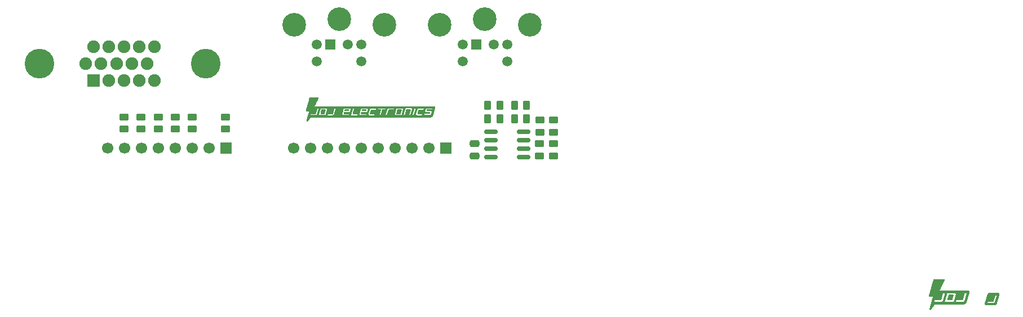
<source format=gbr>
%TF.GenerationSoftware,KiCad,Pcbnew,9.0.2*%
%TF.CreationDate,2025-07-24T16:43:20+02:00*%
%TF.ProjectId,VGA_PS2,5647415f-5053-4322-9e6b-696361645f70,rev?*%
%TF.SameCoordinates,Original*%
%TF.FileFunction,Soldermask,Top*%
%TF.FilePolarity,Negative*%
%FSLAX46Y46*%
G04 Gerber Fmt 4.6, Leading zero omitted, Abs format (unit mm)*
G04 Created by KiCad (PCBNEW 9.0.2) date 2025-07-24 16:43:20*
%MOMM*%
%LPD*%
G01*
G04 APERTURE LIST*
G04 Aperture macros list*
%AMRoundRect*
0 Rectangle with rounded corners*
0 $1 Rounding radius*
0 $2 $3 $4 $5 $6 $7 $8 $9 X,Y pos of 4 corners*
0 Add a 4 corners polygon primitive as box body*
4,1,4,$2,$3,$4,$5,$6,$7,$8,$9,$2,$3,0*
0 Add four circle primitives for the rounded corners*
1,1,$1+$1,$2,$3*
1,1,$1+$1,$4,$5*
1,1,$1+$1,$6,$7*
1,1,$1+$1,$8,$9*
0 Add four rect primitives between the rounded corners*
20,1,$1+$1,$2,$3,$4,$5,0*
20,1,$1+$1,$4,$5,$6,$7,0*
20,1,$1+$1,$6,$7,$8,$9,0*
20,1,$1+$1,$8,$9,$2,$3,0*%
G04 Aperture macros list end*
%ADD10C,0.010000*%
%ADD11RoundRect,0.250000X0.450000X-0.262500X0.450000X0.262500X-0.450000X0.262500X-0.450000X-0.262500X0*%
%ADD12RoundRect,0.250000X0.262500X0.450000X-0.262500X0.450000X-0.262500X-0.450000X0.262500X-0.450000X0*%
%ADD13RoundRect,0.102000X0.847500X0.847500X-0.847500X0.847500X-0.847500X-0.847500X0.847500X-0.847500X0*%
%ADD14C,1.899000*%
%ADD15C,4.450000*%
%ADD16RoundRect,0.250000X-0.450000X0.262500X-0.450000X-0.262500X0.450000X-0.262500X0.450000X0.262500X0*%
%ADD17RoundRect,0.250000X-0.262500X-0.450000X0.262500X-0.450000X0.262500X0.450000X-0.262500X0.450000X0*%
%ADD18RoundRect,0.250000X-0.475000X0.250000X-0.475000X-0.250000X0.475000X-0.250000X0.475000X0.250000X0*%
%ADD19RoundRect,0.150000X0.825000X0.150000X-0.825000X0.150000X-0.825000X-0.150000X0.825000X-0.150000X0*%
%ADD20R,1.509000X1.509000*%
%ADD21C,1.509000*%
%ADD22C,3.555000*%
%ADD23R,1.700000X1.700000*%
%ADD24C,1.700000*%
G04 APERTURE END LIST*
D10*
%TO.C,REF\u002A\u002A*%
X184855410Y-173179300D02*
X182925006Y-173179300D01*
X182925006Y-173153900D01*
X184855410Y-173153900D01*
X184855410Y-173179300D01*
G36*
X184855410Y-173179300D02*
G01*
X182925006Y-173179300D01*
X182925006Y-173153900D01*
X184855410Y-173153900D01*
X184855410Y-173179300D01*
G37*
X184855410Y-173179300D02*
X182925006Y-173179300D01*
X182925006Y-173153900D01*
X184855410Y-173153900D01*
X184855410Y-173179300D01*
G36*
X184855410Y-173179300D02*
G01*
X182925006Y-173179300D01*
X182925006Y-173153900D01*
X184855410Y-173153900D01*
X184855410Y-173179300D01*
G37*
X184855410Y-173204700D02*
X182925006Y-173204700D01*
X182925006Y-173179300D01*
X184855410Y-173179300D01*
X184855410Y-173204700D01*
G36*
X184855410Y-173204700D02*
G01*
X182925006Y-173204700D01*
X182925006Y-173179300D01*
X184855410Y-173179300D01*
X184855410Y-173204700D01*
G37*
X184855410Y-173204700D02*
X182925006Y-173204700D01*
X182925006Y-173179300D01*
X184855410Y-173179300D01*
X184855410Y-173204700D01*
G36*
X184855410Y-173204700D02*
G01*
X182925006Y-173204700D01*
X182925006Y-173179300D01*
X184855410Y-173179300D01*
X184855410Y-173204700D01*
G37*
X184855410Y-173230100D02*
X182925006Y-173230100D01*
X182925006Y-173204700D01*
X184855410Y-173204700D01*
X184855410Y-173230100D01*
G36*
X184855410Y-173230100D02*
G01*
X182925006Y-173230100D01*
X182925006Y-173204700D01*
X184855410Y-173204700D01*
X184855410Y-173230100D01*
G37*
X184855410Y-173230100D02*
X182925006Y-173230100D01*
X182925006Y-173204700D01*
X184855410Y-173204700D01*
X184855410Y-173230100D01*
G36*
X184855410Y-173230100D02*
G01*
X182925006Y-173230100D01*
X182925006Y-173204700D01*
X184855410Y-173204700D01*
X184855410Y-173230100D01*
G37*
X184830010Y-173255500D02*
X182925006Y-173255500D01*
X182925006Y-173230100D01*
X184830010Y-173230100D01*
X184830010Y-173255500D01*
G36*
X184830010Y-173255500D02*
G01*
X182925006Y-173255500D01*
X182925006Y-173230100D01*
X184830010Y-173230100D01*
X184830010Y-173255500D01*
G37*
X184830010Y-173255500D02*
X182925006Y-173255500D01*
X182925006Y-173230100D01*
X184830010Y-173230100D01*
X184830010Y-173255500D01*
G36*
X184830010Y-173255500D02*
G01*
X182925006Y-173255500D01*
X182925006Y-173230100D01*
X184830010Y-173230100D01*
X184830010Y-173255500D01*
G37*
X184830010Y-173280900D02*
X182925006Y-173280900D01*
X182925006Y-173255500D01*
X184830010Y-173255500D01*
X184830010Y-173280900D01*
G36*
X184830010Y-173280900D02*
G01*
X182925006Y-173280900D01*
X182925006Y-173255500D01*
X184830010Y-173255500D01*
X184830010Y-173280900D01*
G37*
X184830010Y-173280900D02*
X182925006Y-173280900D01*
X182925006Y-173255500D01*
X184830010Y-173255500D01*
X184830010Y-173280900D01*
G36*
X184830010Y-173280900D02*
G01*
X182925006Y-173280900D01*
X182925006Y-173255500D01*
X184830010Y-173255500D01*
X184830010Y-173280900D01*
G37*
X184830010Y-173306300D02*
X182925006Y-173306300D01*
X182925006Y-173280900D01*
X184830010Y-173280900D01*
X184830010Y-173306300D01*
G36*
X184830010Y-173306300D02*
G01*
X182925006Y-173306300D01*
X182925006Y-173280900D01*
X184830010Y-173280900D01*
X184830010Y-173306300D01*
G37*
X184830010Y-173306300D02*
X182925006Y-173306300D01*
X182925006Y-173280900D01*
X184830010Y-173280900D01*
X184830010Y-173306300D01*
G36*
X184830010Y-173306300D02*
G01*
X182925006Y-173306300D01*
X182925006Y-173280900D01*
X184830010Y-173280900D01*
X184830010Y-173306300D01*
G37*
X184880810Y-173103100D02*
X182950406Y-173103100D01*
X182950406Y-173077700D01*
X184880810Y-173077700D01*
X184880810Y-173103100D01*
G36*
X184880810Y-173103100D02*
G01*
X182950406Y-173103100D01*
X182950406Y-173077700D01*
X184880810Y-173077700D01*
X184880810Y-173103100D01*
G37*
X184880810Y-173103100D02*
X182950406Y-173103100D01*
X182950406Y-173077700D01*
X184880810Y-173077700D01*
X184880810Y-173103100D01*
G36*
X184880810Y-173103100D02*
G01*
X182950406Y-173103100D01*
X182950406Y-173077700D01*
X184880810Y-173077700D01*
X184880810Y-173103100D01*
G37*
X184880810Y-173128500D02*
X182950406Y-173128500D01*
X182950406Y-173103100D01*
X184880810Y-173103100D01*
X184880810Y-173128500D01*
G36*
X184880810Y-173128500D02*
G01*
X182950406Y-173128500D01*
X182950406Y-173103100D01*
X184880810Y-173103100D01*
X184880810Y-173128500D01*
G37*
X184880810Y-173128500D02*
X182950406Y-173128500D01*
X182950406Y-173103100D01*
X184880810Y-173103100D01*
X184880810Y-173128500D01*
G36*
X184880810Y-173128500D02*
G01*
X182950406Y-173128500D01*
X182950406Y-173103100D01*
X184880810Y-173103100D01*
X184880810Y-173128500D01*
G37*
X184880810Y-173153900D02*
X182950406Y-173153900D01*
X182950406Y-173128500D01*
X184880810Y-173128500D01*
X184880810Y-173153900D01*
G36*
X184880810Y-173153900D02*
G01*
X182950406Y-173153900D01*
X182950406Y-173128500D01*
X184880810Y-173128500D01*
X184880810Y-173153900D01*
G37*
X184880810Y-173153900D02*
X182950406Y-173153900D01*
X182950406Y-173128500D01*
X184880810Y-173128500D01*
X184880810Y-173153900D01*
G36*
X184880810Y-173153900D02*
G01*
X182950406Y-173153900D01*
X182950406Y-173128500D01*
X184880810Y-173128500D01*
X184880810Y-173153900D01*
G37*
X184830010Y-173331700D02*
X182950406Y-173331700D01*
X182950406Y-173306300D01*
X184830010Y-173306300D01*
X184830010Y-173331700D01*
G36*
X184830010Y-173331700D02*
G01*
X182950406Y-173331700D01*
X182950406Y-173306300D01*
X184830010Y-173306300D01*
X184830010Y-173331700D01*
G37*
X184830010Y-173331700D02*
X182950406Y-173331700D01*
X182950406Y-173306300D01*
X184830010Y-173306300D01*
X184830010Y-173331700D01*
G36*
X184830010Y-173331700D02*
G01*
X182950406Y-173331700D01*
X182950406Y-173306300D01*
X184830010Y-173306300D01*
X184830010Y-173331700D01*
G37*
X184906210Y-173001500D02*
X182975806Y-173001500D01*
X182975806Y-172976100D01*
X184906210Y-172976100D01*
X184906210Y-173001500D01*
G36*
X184906210Y-173001500D02*
G01*
X182975806Y-173001500D01*
X182975806Y-172976100D01*
X184906210Y-172976100D01*
X184906210Y-173001500D01*
G37*
X184906210Y-173001500D02*
X182975806Y-173001500D01*
X182975806Y-172976100D01*
X184906210Y-172976100D01*
X184906210Y-173001500D01*
G36*
X184906210Y-173001500D02*
G01*
X182975806Y-173001500D01*
X182975806Y-172976100D01*
X184906210Y-172976100D01*
X184906210Y-173001500D01*
G37*
X184906210Y-173026900D02*
X182975806Y-173026900D01*
X182975806Y-173001500D01*
X184906210Y-173001500D01*
X184906210Y-173026900D01*
G36*
X184906210Y-173026900D02*
G01*
X182975806Y-173026900D01*
X182975806Y-173001500D01*
X184906210Y-173001500D01*
X184906210Y-173026900D01*
G37*
X184906210Y-173026900D02*
X182975806Y-173026900D01*
X182975806Y-173001500D01*
X184906210Y-173001500D01*
X184906210Y-173026900D01*
G36*
X184906210Y-173026900D02*
G01*
X182975806Y-173026900D01*
X182975806Y-173001500D01*
X184906210Y-173001500D01*
X184906210Y-173026900D01*
G37*
X184906210Y-173052300D02*
X182975806Y-173052300D01*
X182975806Y-173026900D01*
X184906210Y-173026900D01*
X184906210Y-173052300D01*
G36*
X184906210Y-173052300D02*
G01*
X182975806Y-173052300D01*
X182975806Y-173026900D01*
X184906210Y-173026900D01*
X184906210Y-173052300D01*
G37*
X184906210Y-173052300D02*
X182975806Y-173052300D01*
X182975806Y-173026900D01*
X184906210Y-173026900D01*
X184906210Y-173052300D01*
G36*
X184906210Y-173052300D02*
G01*
X182975806Y-173052300D01*
X182975806Y-173026900D01*
X184906210Y-173026900D01*
X184906210Y-173052300D01*
G37*
X184880810Y-173077700D02*
X182975806Y-173077700D01*
X182975806Y-173052300D01*
X184880810Y-173052300D01*
X184880810Y-173077700D01*
G36*
X184880810Y-173077700D02*
G01*
X182975806Y-173077700D01*
X182975806Y-173052300D01*
X184880810Y-173052300D01*
X184880810Y-173077700D01*
G37*
X184880810Y-173077700D02*
X182975806Y-173077700D01*
X182975806Y-173052300D01*
X184880810Y-173052300D01*
X184880810Y-173077700D01*
G36*
X184880810Y-173077700D02*
G01*
X182975806Y-173077700D01*
X182975806Y-173052300D01*
X184880810Y-173052300D01*
X184880810Y-173077700D01*
G37*
X184931610Y-172899900D02*
X183001206Y-172899900D01*
X183001206Y-172874500D01*
X184931610Y-172874500D01*
X184931610Y-172899900D01*
G36*
X184931610Y-172899900D02*
G01*
X183001206Y-172899900D01*
X183001206Y-172874500D01*
X184931610Y-172874500D01*
X184931610Y-172899900D01*
G37*
X184931610Y-172899900D02*
X183001206Y-172899900D01*
X183001206Y-172874500D01*
X184931610Y-172874500D01*
X184931610Y-172899900D01*
G36*
X184931610Y-172899900D02*
G01*
X183001206Y-172899900D01*
X183001206Y-172874500D01*
X184931610Y-172874500D01*
X184931610Y-172899900D01*
G37*
X184931610Y-172925300D02*
X183001206Y-172925300D01*
X183001206Y-172899900D01*
X184931610Y-172899900D01*
X184931610Y-172925300D01*
G36*
X184931610Y-172925300D02*
G01*
X183001206Y-172925300D01*
X183001206Y-172899900D01*
X184931610Y-172899900D01*
X184931610Y-172925300D01*
G37*
X184931610Y-172925300D02*
X183001206Y-172925300D01*
X183001206Y-172899900D01*
X184931610Y-172899900D01*
X184931610Y-172925300D01*
G36*
X184931610Y-172925300D02*
G01*
X183001206Y-172925300D01*
X183001206Y-172899900D01*
X184931610Y-172899900D01*
X184931610Y-172925300D01*
G37*
X184931610Y-172950700D02*
X183001206Y-172950700D01*
X183001206Y-172925300D01*
X184931610Y-172925300D01*
X184931610Y-172950700D01*
G36*
X184931610Y-172950700D02*
G01*
X183001206Y-172950700D01*
X183001206Y-172925300D01*
X184931610Y-172925300D01*
X184931610Y-172950700D01*
G37*
X184931610Y-172950700D02*
X183001206Y-172950700D01*
X183001206Y-172925300D01*
X184931610Y-172925300D01*
X184931610Y-172950700D01*
G36*
X184931610Y-172950700D02*
G01*
X183001206Y-172950700D01*
X183001206Y-172925300D01*
X184931610Y-172925300D01*
X184931610Y-172950700D01*
G37*
X184931610Y-172976100D02*
X183001206Y-172976100D01*
X183001206Y-172950700D01*
X184931610Y-172950700D01*
X184931610Y-172976100D01*
G36*
X184931610Y-172976100D02*
G01*
X183001206Y-172976100D01*
X183001206Y-172950700D01*
X184931610Y-172950700D01*
X184931610Y-172976100D01*
G37*
X184931610Y-172976100D02*
X183001206Y-172976100D01*
X183001206Y-172950700D01*
X184931610Y-172950700D01*
X184931610Y-172976100D01*
G36*
X184931610Y-172976100D02*
G01*
X183001206Y-172976100D01*
X183001206Y-172950700D01*
X184931610Y-172950700D01*
X184931610Y-172976100D01*
G37*
X183229806Y-175135103D02*
X183001206Y-175135103D01*
X183001206Y-175109703D01*
X183229806Y-175109703D01*
X183229806Y-175135103D01*
G36*
X183229806Y-175135103D02*
G01*
X183001206Y-175135103D01*
X183001206Y-175109703D01*
X183229806Y-175109703D01*
X183229806Y-175135103D01*
G37*
X183229806Y-175135103D02*
X183001206Y-175135103D01*
X183001206Y-175109703D01*
X183229806Y-175109703D01*
X183229806Y-175135103D01*
G36*
X183229806Y-175135103D02*
G01*
X183001206Y-175135103D01*
X183001206Y-175109703D01*
X183229806Y-175109703D01*
X183229806Y-175135103D01*
G37*
X183204406Y-175160503D02*
X183001206Y-175160503D01*
X183001206Y-175135103D01*
X183204406Y-175135103D01*
X183204406Y-175160503D01*
G36*
X183204406Y-175160503D02*
G01*
X183001206Y-175160503D01*
X183001206Y-175135103D01*
X183204406Y-175135103D01*
X183204406Y-175160503D01*
G37*
X183204406Y-175160503D02*
X183001206Y-175160503D01*
X183001206Y-175135103D01*
X183204406Y-175135103D01*
X183204406Y-175160503D01*
G36*
X183204406Y-175160503D02*
G01*
X183001206Y-175160503D01*
X183001206Y-175135103D01*
X183204406Y-175135103D01*
X183204406Y-175160503D01*
G37*
X183179006Y-175185903D02*
X183001206Y-175185903D01*
X183001206Y-175160503D01*
X183179006Y-175160503D01*
X183179006Y-175185903D01*
G36*
X183179006Y-175185903D02*
G01*
X183001206Y-175185903D01*
X183001206Y-175160503D01*
X183179006Y-175160503D01*
X183179006Y-175185903D01*
G37*
X183179006Y-175185903D02*
X183001206Y-175185903D01*
X183001206Y-175160503D01*
X183179006Y-175160503D01*
X183179006Y-175185903D01*
G36*
X183179006Y-175185903D02*
G01*
X183001206Y-175185903D01*
X183001206Y-175160503D01*
X183179006Y-175160503D01*
X183179006Y-175185903D01*
G37*
X183153606Y-175211303D02*
X183001206Y-175211303D01*
X183001206Y-175185903D01*
X183153606Y-175185903D01*
X183153606Y-175211303D01*
G36*
X183153606Y-175211303D02*
G01*
X183001206Y-175211303D01*
X183001206Y-175185903D01*
X183153606Y-175185903D01*
X183153606Y-175211303D01*
G37*
X183153606Y-175211303D02*
X183001206Y-175211303D01*
X183001206Y-175185903D01*
X183153606Y-175185903D01*
X183153606Y-175211303D01*
G36*
X183153606Y-175211303D02*
G01*
X183001206Y-175211303D01*
X183001206Y-175185903D01*
X183153606Y-175185903D01*
X183153606Y-175211303D01*
G37*
X183128206Y-175236703D02*
X183001206Y-175236703D01*
X183001206Y-175211303D01*
X183128206Y-175211303D01*
X183128206Y-175236703D01*
G36*
X183128206Y-175236703D02*
G01*
X183001206Y-175236703D01*
X183001206Y-175211303D01*
X183128206Y-175211303D01*
X183128206Y-175236703D01*
G37*
X183128206Y-175236703D02*
X183001206Y-175236703D01*
X183001206Y-175211303D01*
X183128206Y-175211303D01*
X183128206Y-175236703D01*
G36*
X183128206Y-175236703D02*
G01*
X183001206Y-175236703D01*
X183001206Y-175211303D01*
X183128206Y-175211303D01*
X183128206Y-175236703D01*
G37*
X183128206Y-175262103D02*
X183001206Y-175262103D01*
X183001206Y-175236703D01*
X183128206Y-175236703D01*
X183128206Y-175262103D01*
G36*
X183128206Y-175262103D02*
G01*
X183001206Y-175262103D01*
X183001206Y-175236703D01*
X183128206Y-175236703D01*
X183128206Y-175262103D01*
G37*
X183128206Y-175262103D02*
X183001206Y-175262103D01*
X183001206Y-175236703D01*
X183128206Y-175236703D01*
X183128206Y-175262103D01*
G36*
X183128206Y-175262103D02*
G01*
X183001206Y-175262103D01*
X183001206Y-175236703D01*
X183128206Y-175236703D01*
X183128206Y-175262103D01*
G37*
X184957010Y-172823700D02*
X183026606Y-172823700D01*
X183026606Y-172798300D01*
X184957010Y-172798300D01*
X184957010Y-172823700D01*
G36*
X184957010Y-172823700D02*
G01*
X183026606Y-172823700D01*
X183026606Y-172798300D01*
X184957010Y-172798300D01*
X184957010Y-172823700D01*
G37*
X184957010Y-172823700D02*
X183026606Y-172823700D01*
X183026606Y-172798300D01*
X184957010Y-172798300D01*
X184957010Y-172823700D01*
G36*
X184957010Y-172823700D02*
G01*
X183026606Y-172823700D01*
X183026606Y-172798300D01*
X184957010Y-172798300D01*
X184957010Y-172823700D01*
G37*
X184957010Y-172849100D02*
X183026606Y-172849100D01*
X183026606Y-172823700D01*
X184957010Y-172823700D01*
X184957010Y-172849100D01*
G36*
X184957010Y-172849100D02*
G01*
X183026606Y-172849100D01*
X183026606Y-172823700D01*
X184957010Y-172823700D01*
X184957010Y-172849100D01*
G37*
X184957010Y-172849100D02*
X183026606Y-172849100D01*
X183026606Y-172823700D01*
X184957010Y-172823700D01*
X184957010Y-172849100D01*
G36*
X184957010Y-172849100D02*
G01*
X183026606Y-172849100D01*
X183026606Y-172823700D01*
X184957010Y-172823700D01*
X184957010Y-172849100D01*
G37*
X184957010Y-172874500D02*
X183026606Y-172874500D01*
X183026606Y-172849100D01*
X184957010Y-172849100D01*
X184957010Y-172874500D01*
G36*
X184957010Y-172874500D02*
G01*
X183026606Y-172874500D01*
X183026606Y-172849100D01*
X184957010Y-172849100D01*
X184957010Y-172874500D01*
G37*
X184957010Y-172874500D02*
X183026606Y-172874500D01*
X183026606Y-172849100D01*
X184957010Y-172849100D01*
X184957010Y-172874500D01*
G36*
X184957010Y-172874500D02*
G01*
X183026606Y-172874500D01*
X183026606Y-172849100D01*
X184957010Y-172849100D01*
X184957010Y-172874500D01*
G37*
X183280606Y-175058903D02*
X183026606Y-175058903D01*
X183026606Y-175033503D01*
X183280606Y-175033503D01*
X183280606Y-175058903D01*
G36*
X183280606Y-175058903D02*
G01*
X183026606Y-175058903D01*
X183026606Y-175033503D01*
X183280606Y-175033503D01*
X183280606Y-175058903D01*
G37*
X183280606Y-175058903D02*
X183026606Y-175058903D01*
X183026606Y-175033503D01*
X183280606Y-175033503D01*
X183280606Y-175058903D01*
G36*
X183280606Y-175058903D02*
G01*
X183026606Y-175058903D01*
X183026606Y-175033503D01*
X183280606Y-175033503D01*
X183280606Y-175058903D01*
G37*
X183255206Y-175084303D02*
X183026606Y-175084303D01*
X183026606Y-175058903D01*
X183255206Y-175058903D01*
X183255206Y-175084303D01*
G36*
X183255206Y-175084303D02*
G01*
X183026606Y-175084303D01*
X183026606Y-175058903D01*
X183255206Y-175058903D01*
X183255206Y-175084303D01*
G37*
X183255206Y-175084303D02*
X183026606Y-175084303D01*
X183026606Y-175058903D01*
X183255206Y-175058903D01*
X183255206Y-175084303D01*
G36*
X183255206Y-175084303D02*
G01*
X183026606Y-175084303D01*
X183026606Y-175058903D01*
X183255206Y-175058903D01*
X183255206Y-175084303D01*
G37*
X183229806Y-175109703D02*
X183026606Y-175109703D01*
X183026606Y-175084303D01*
X183229806Y-175084303D01*
X183229806Y-175109703D01*
G36*
X183229806Y-175109703D02*
G01*
X183026606Y-175109703D01*
X183026606Y-175084303D01*
X183229806Y-175084303D01*
X183229806Y-175109703D01*
G37*
X183229806Y-175109703D02*
X183026606Y-175109703D01*
X183026606Y-175084303D01*
X183229806Y-175084303D01*
X183229806Y-175109703D01*
G36*
X183229806Y-175109703D02*
G01*
X183026606Y-175109703D01*
X183026606Y-175084303D01*
X183229806Y-175084303D01*
X183229806Y-175109703D01*
G37*
X188919410Y-172722100D02*
X183052006Y-172722100D01*
X183052006Y-172696700D01*
X188919410Y-172696700D01*
X188919410Y-172722100D01*
G36*
X188919410Y-172722100D02*
G01*
X183052006Y-172722100D01*
X183052006Y-172696700D01*
X188919410Y-172696700D01*
X188919410Y-172722100D01*
G37*
X188919410Y-172722100D02*
X183052006Y-172722100D01*
X183052006Y-172696700D01*
X188919410Y-172696700D01*
X188919410Y-172722100D01*
G36*
X188919410Y-172722100D02*
G01*
X183052006Y-172722100D01*
X183052006Y-172696700D01*
X188919410Y-172696700D01*
X188919410Y-172722100D01*
G37*
X188919410Y-172747500D02*
X183052006Y-172747500D01*
X183052006Y-172722100D01*
X188919410Y-172722100D01*
X188919410Y-172747500D01*
G36*
X188919410Y-172747500D02*
G01*
X183052006Y-172747500D01*
X183052006Y-172722100D01*
X188919410Y-172722100D01*
X188919410Y-172747500D01*
G37*
X188919410Y-172747500D02*
X183052006Y-172747500D01*
X183052006Y-172722100D01*
X188919410Y-172722100D01*
X188919410Y-172747500D01*
G36*
X188919410Y-172747500D02*
G01*
X183052006Y-172747500D01*
X183052006Y-172722100D01*
X188919410Y-172722100D01*
X188919410Y-172747500D01*
G37*
X184982410Y-172772900D02*
X183052006Y-172772900D01*
X183052006Y-172747500D01*
X184982410Y-172747500D01*
X184982410Y-172772900D01*
G36*
X184982410Y-172772900D02*
G01*
X183052006Y-172772900D01*
X183052006Y-172747500D01*
X184982410Y-172747500D01*
X184982410Y-172772900D01*
G37*
X184982410Y-172772900D02*
X183052006Y-172772900D01*
X183052006Y-172747500D01*
X184982410Y-172747500D01*
X184982410Y-172772900D01*
G36*
X184982410Y-172772900D02*
G01*
X183052006Y-172772900D01*
X183052006Y-172747500D01*
X184982410Y-172747500D01*
X184982410Y-172772900D01*
G37*
X184982410Y-172798300D02*
X183052006Y-172798300D01*
X183052006Y-172772900D01*
X184982410Y-172772900D01*
X184982410Y-172798300D01*
G36*
X184982410Y-172798300D02*
G01*
X183052006Y-172798300D01*
X183052006Y-172772900D01*
X184982410Y-172772900D01*
X184982410Y-172798300D01*
G37*
X184982410Y-172798300D02*
X183052006Y-172798300D01*
X183052006Y-172772900D01*
X184982410Y-172772900D01*
X184982410Y-172798300D01*
G36*
X184982410Y-172798300D02*
G01*
X183052006Y-172798300D01*
X183052006Y-172772900D01*
X184982410Y-172772900D01*
X184982410Y-172798300D01*
G37*
X183331406Y-174982703D02*
X183052006Y-174982703D01*
X183052006Y-174957303D01*
X183331406Y-174957303D01*
X183331406Y-174982703D01*
G36*
X183331406Y-174982703D02*
G01*
X183052006Y-174982703D01*
X183052006Y-174957303D01*
X183331406Y-174957303D01*
X183331406Y-174982703D01*
G37*
X183331406Y-174982703D02*
X183052006Y-174982703D01*
X183052006Y-174957303D01*
X183331406Y-174957303D01*
X183331406Y-174982703D01*
G36*
X183331406Y-174982703D02*
G01*
X183052006Y-174982703D01*
X183052006Y-174957303D01*
X183331406Y-174957303D01*
X183331406Y-174982703D01*
G37*
X183331406Y-175008103D02*
X183052006Y-175008103D01*
X183052006Y-174982703D01*
X183331406Y-174982703D01*
X183331406Y-175008103D01*
G36*
X183331406Y-175008103D02*
G01*
X183052006Y-175008103D01*
X183052006Y-174982703D01*
X183331406Y-174982703D01*
X183331406Y-175008103D01*
G37*
X183331406Y-175008103D02*
X183052006Y-175008103D01*
X183052006Y-174982703D01*
X183331406Y-174982703D01*
X183331406Y-175008103D01*
G36*
X183331406Y-175008103D02*
G01*
X183052006Y-175008103D01*
X183052006Y-174982703D01*
X183331406Y-174982703D01*
X183331406Y-175008103D01*
G37*
X183306006Y-175033503D02*
X183052006Y-175033503D01*
X183052006Y-175008103D01*
X183306006Y-175008103D01*
X183306006Y-175033503D01*
G36*
X183306006Y-175033503D02*
G01*
X183052006Y-175033503D01*
X183052006Y-175008103D01*
X183306006Y-175008103D01*
X183306006Y-175033503D01*
G37*
X183306006Y-175033503D02*
X183052006Y-175033503D01*
X183052006Y-175008103D01*
X183306006Y-175008103D01*
X183306006Y-175033503D01*
G36*
X183306006Y-175033503D02*
G01*
X183052006Y-175033503D01*
X183052006Y-175008103D01*
X183306006Y-175008103D01*
X183306006Y-175033503D01*
G37*
X183077406Y-175287503D02*
X183052006Y-175287503D01*
X183052006Y-175262103D01*
X183077406Y-175262103D01*
X183077406Y-175287503D01*
G36*
X183077406Y-175287503D02*
G01*
X183052006Y-175287503D01*
X183052006Y-175262103D01*
X183077406Y-175262103D01*
X183077406Y-175287503D01*
G37*
X183077406Y-175287503D02*
X183052006Y-175287503D01*
X183052006Y-175262103D01*
X183077406Y-175262103D01*
X183077406Y-175287503D01*
G36*
X183077406Y-175287503D02*
G01*
X183052006Y-175287503D01*
X183052006Y-175262103D01*
X183077406Y-175262103D01*
X183077406Y-175287503D01*
G37*
X188919410Y-172645900D02*
X183077406Y-172645900D01*
X183077406Y-172620500D01*
X188919410Y-172620500D01*
X188919410Y-172645900D01*
G36*
X188919410Y-172645900D02*
G01*
X183077406Y-172645900D01*
X183077406Y-172620500D01*
X188919410Y-172620500D01*
X188919410Y-172645900D01*
G37*
X188919410Y-172645900D02*
X183077406Y-172645900D01*
X183077406Y-172620500D01*
X188919410Y-172620500D01*
X188919410Y-172645900D01*
G36*
X188919410Y-172645900D02*
G01*
X183077406Y-172645900D01*
X183077406Y-172620500D01*
X188919410Y-172620500D01*
X188919410Y-172645900D01*
G37*
X188919410Y-172671300D02*
X183077406Y-172671300D01*
X183077406Y-172645900D01*
X188919410Y-172645900D01*
X188919410Y-172671300D01*
G36*
X188919410Y-172671300D02*
G01*
X183077406Y-172671300D01*
X183077406Y-172645900D01*
X188919410Y-172645900D01*
X188919410Y-172671300D01*
G37*
X188919410Y-172671300D02*
X183077406Y-172671300D01*
X183077406Y-172645900D01*
X188919410Y-172645900D01*
X188919410Y-172671300D01*
G36*
X188919410Y-172671300D02*
G01*
X183077406Y-172671300D01*
X183077406Y-172645900D01*
X188919410Y-172645900D01*
X188919410Y-172671300D01*
G37*
X188919410Y-172696700D02*
X183077406Y-172696700D01*
X183077406Y-172671300D01*
X188919410Y-172671300D01*
X188919410Y-172696700D01*
G36*
X188919410Y-172696700D02*
G01*
X183077406Y-172696700D01*
X183077406Y-172671300D01*
X188919410Y-172671300D01*
X188919410Y-172696700D01*
G37*
X188919410Y-172696700D02*
X183077406Y-172696700D01*
X183077406Y-172671300D01*
X188919410Y-172671300D01*
X188919410Y-172696700D01*
G36*
X188919410Y-172696700D02*
G01*
X183077406Y-172696700D01*
X183077406Y-172671300D01*
X188919410Y-172671300D01*
X188919410Y-172696700D01*
G37*
X183433006Y-174881103D02*
X183077406Y-174881103D01*
X183077406Y-174855703D01*
X183433006Y-174855703D01*
X183433006Y-174881103D01*
G36*
X183433006Y-174881103D02*
G01*
X183077406Y-174881103D01*
X183077406Y-174855703D01*
X183433006Y-174855703D01*
X183433006Y-174881103D01*
G37*
X183433006Y-174881103D02*
X183077406Y-174881103D01*
X183077406Y-174855703D01*
X183433006Y-174855703D01*
X183433006Y-174881103D01*
G36*
X183433006Y-174881103D02*
G01*
X183077406Y-174881103D01*
X183077406Y-174855703D01*
X183433006Y-174855703D01*
X183433006Y-174881103D01*
G37*
X183407606Y-174906503D02*
X183077406Y-174906503D01*
X183077406Y-174881103D01*
X183407606Y-174881103D01*
X183407606Y-174906503D01*
G36*
X183407606Y-174906503D02*
G01*
X183077406Y-174906503D01*
X183077406Y-174881103D01*
X183407606Y-174881103D01*
X183407606Y-174906503D01*
G37*
X183407606Y-174906503D02*
X183077406Y-174906503D01*
X183077406Y-174881103D01*
X183407606Y-174881103D01*
X183407606Y-174906503D01*
G36*
X183407606Y-174906503D02*
G01*
X183077406Y-174906503D01*
X183077406Y-174881103D01*
X183407606Y-174881103D01*
X183407606Y-174906503D01*
G37*
X183382206Y-174931903D02*
X183077406Y-174931903D01*
X183077406Y-174906503D01*
X183382206Y-174906503D01*
X183382206Y-174931903D01*
G36*
X183382206Y-174931903D02*
G01*
X183077406Y-174931903D01*
X183077406Y-174906503D01*
X183382206Y-174906503D01*
X183382206Y-174931903D01*
G37*
X183382206Y-174931903D02*
X183077406Y-174931903D01*
X183077406Y-174906503D01*
X183382206Y-174906503D01*
X183382206Y-174931903D01*
G36*
X183382206Y-174931903D02*
G01*
X183077406Y-174931903D01*
X183077406Y-174906503D01*
X183382206Y-174906503D01*
X183382206Y-174931903D01*
G37*
X183356806Y-174957303D02*
X183077406Y-174957303D01*
X183077406Y-174931903D01*
X183356806Y-174931903D01*
X183356806Y-174957303D01*
G36*
X183356806Y-174957303D02*
G01*
X183077406Y-174957303D01*
X183077406Y-174931903D01*
X183356806Y-174931903D01*
X183356806Y-174957303D01*
G37*
X183356806Y-174957303D02*
X183077406Y-174957303D01*
X183077406Y-174931903D01*
X183356806Y-174931903D01*
X183356806Y-174957303D01*
G36*
X183356806Y-174957303D02*
G01*
X183077406Y-174957303D01*
X183077406Y-174931903D01*
X183356806Y-174931903D01*
X183356806Y-174957303D01*
G37*
X188894010Y-172544300D02*
X183102806Y-172544300D01*
X183102806Y-172518900D01*
X188894010Y-172518900D01*
X188894010Y-172544300D01*
G36*
X188894010Y-172544300D02*
G01*
X183102806Y-172544300D01*
X183102806Y-172518900D01*
X188894010Y-172518900D01*
X188894010Y-172544300D01*
G37*
X188894010Y-172544300D02*
X183102806Y-172544300D01*
X183102806Y-172518900D01*
X188894010Y-172518900D01*
X188894010Y-172544300D01*
G36*
X188894010Y-172544300D02*
G01*
X183102806Y-172544300D01*
X183102806Y-172518900D01*
X188894010Y-172518900D01*
X188894010Y-172544300D01*
G37*
X188894010Y-172569700D02*
X183102806Y-172569700D01*
X183102806Y-172544300D01*
X188894010Y-172544300D01*
X188894010Y-172569700D01*
G36*
X188894010Y-172569700D02*
G01*
X183102806Y-172569700D01*
X183102806Y-172544300D01*
X188894010Y-172544300D01*
X188894010Y-172569700D01*
G37*
X188894010Y-172569700D02*
X183102806Y-172569700D01*
X183102806Y-172544300D01*
X188894010Y-172544300D01*
X188894010Y-172569700D01*
G36*
X188894010Y-172569700D02*
G01*
X183102806Y-172569700D01*
X183102806Y-172544300D01*
X188894010Y-172544300D01*
X188894010Y-172569700D01*
G37*
X188919410Y-172595100D02*
X183102806Y-172595100D01*
X183102806Y-172569700D01*
X188919410Y-172569700D01*
X188919410Y-172595100D01*
G36*
X188919410Y-172595100D02*
G01*
X183102806Y-172595100D01*
X183102806Y-172569700D01*
X188919410Y-172569700D01*
X188919410Y-172595100D01*
G37*
X188919410Y-172595100D02*
X183102806Y-172595100D01*
X183102806Y-172569700D01*
X188919410Y-172569700D01*
X188919410Y-172595100D01*
G36*
X188919410Y-172595100D02*
G01*
X183102806Y-172595100D01*
X183102806Y-172569700D01*
X188919410Y-172569700D01*
X188919410Y-172595100D01*
G37*
X188919410Y-172620500D02*
X183102806Y-172620500D01*
X183102806Y-172595100D01*
X188919410Y-172595100D01*
X188919410Y-172620500D01*
G36*
X188919410Y-172620500D02*
G01*
X183102806Y-172620500D01*
X183102806Y-172595100D01*
X188919410Y-172595100D01*
X188919410Y-172620500D01*
G37*
X188919410Y-172620500D02*
X183102806Y-172620500D01*
X183102806Y-172595100D01*
X188919410Y-172595100D01*
X188919410Y-172620500D01*
G36*
X188919410Y-172620500D02*
G01*
X183102806Y-172620500D01*
X183102806Y-172595100D01*
X188919410Y-172595100D01*
X188919410Y-172620500D01*
G37*
X183483806Y-174804903D02*
X183102806Y-174804903D01*
X183102806Y-174779503D01*
X183483806Y-174779503D01*
X183483806Y-174804903D01*
G36*
X183483806Y-174804903D02*
G01*
X183102806Y-174804903D01*
X183102806Y-174779503D01*
X183483806Y-174779503D01*
X183483806Y-174804903D01*
G37*
X183483806Y-174804903D02*
X183102806Y-174804903D01*
X183102806Y-174779503D01*
X183483806Y-174779503D01*
X183483806Y-174804903D01*
G36*
X183483806Y-174804903D02*
G01*
X183102806Y-174804903D01*
X183102806Y-174779503D01*
X183483806Y-174779503D01*
X183483806Y-174804903D01*
G37*
X183458406Y-174830303D02*
X183102806Y-174830303D01*
X183102806Y-174804903D01*
X183458406Y-174804903D01*
X183458406Y-174830303D01*
G36*
X183458406Y-174830303D02*
G01*
X183102806Y-174830303D01*
X183102806Y-174804903D01*
X183458406Y-174804903D01*
X183458406Y-174830303D01*
G37*
X183458406Y-174830303D02*
X183102806Y-174830303D01*
X183102806Y-174804903D01*
X183458406Y-174804903D01*
X183458406Y-174830303D01*
G36*
X183458406Y-174830303D02*
G01*
X183102806Y-174830303D01*
X183102806Y-174804903D01*
X183458406Y-174804903D01*
X183458406Y-174830303D01*
G37*
X183433006Y-174855703D02*
X183102806Y-174855703D01*
X183102806Y-174830303D01*
X183433006Y-174830303D01*
X183433006Y-174855703D01*
G36*
X183433006Y-174855703D02*
G01*
X183102806Y-174855703D01*
X183102806Y-174830303D01*
X183433006Y-174830303D01*
X183433006Y-174855703D01*
G37*
X183433006Y-174855703D02*
X183102806Y-174855703D01*
X183102806Y-174830303D01*
X183433006Y-174830303D01*
X183433006Y-174855703D01*
G36*
X183433006Y-174855703D02*
G01*
X183102806Y-174855703D01*
X183102806Y-174830303D01*
X183433006Y-174830303D01*
X183433006Y-174855703D01*
G37*
X188792410Y-172468100D02*
X183128206Y-172468100D01*
X183128206Y-172442700D01*
X188792410Y-172442700D01*
X188792410Y-172468100D01*
G36*
X188792410Y-172468100D02*
G01*
X183128206Y-172468100D01*
X183128206Y-172442700D01*
X188792410Y-172442700D01*
X188792410Y-172468100D01*
G37*
X188792410Y-172468100D02*
X183128206Y-172468100D01*
X183128206Y-172442700D01*
X188792410Y-172442700D01*
X188792410Y-172468100D01*
G36*
X188792410Y-172468100D02*
G01*
X183128206Y-172468100D01*
X183128206Y-172442700D01*
X188792410Y-172442700D01*
X188792410Y-172468100D01*
G37*
X188843210Y-172493500D02*
X183128206Y-172493500D01*
X183128206Y-172468100D01*
X188843210Y-172468100D01*
X188843210Y-172493500D01*
G36*
X188843210Y-172493500D02*
G01*
X183128206Y-172493500D01*
X183128206Y-172468100D01*
X188843210Y-172468100D01*
X188843210Y-172493500D01*
G37*
X188843210Y-172493500D02*
X183128206Y-172493500D01*
X183128206Y-172468100D01*
X188843210Y-172468100D01*
X188843210Y-172493500D01*
G36*
X188843210Y-172493500D02*
G01*
X183128206Y-172493500D01*
X183128206Y-172468100D01*
X188843210Y-172468100D01*
X188843210Y-172493500D01*
G37*
X188868610Y-172518900D02*
X183128206Y-172518900D01*
X183128206Y-172493500D01*
X188868610Y-172493500D01*
X188868610Y-172518900D01*
G36*
X188868610Y-172518900D02*
G01*
X183128206Y-172518900D01*
X183128206Y-172493500D01*
X188868610Y-172493500D01*
X188868610Y-172518900D01*
G37*
X188868610Y-172518900D02*
X183128206Y-172518900D01*
X183128206Y-172493500D01*
X188868610Y-172493500D01*
X188868610Y-172518900D01*
G36*
X188868610Y-172518900D02*
G01*
X183128206Y-172518900D01*
X183128206Y-172493500D01*
X188868610Y-172493500D01*
X188868610Y-172518900D01*
G37*
X183534606Y-174728703D02*
X183128206Y-174728703D01*
X183128206Y-174703300D01*
X183534606Y-174703300D01*
X183534606Y-174728703D01*
G36*
X183534606Y-174728703D02*
G01*
X183128206Y-174728703D01*
X183128206Y-174703300D01*
X183534606Y-174703300D01*
X183534606Y-174728703D01*
G37*
X183534606Y-174728703D02*
X183128206Y-174728703D01*
X183128206Y-174703300D01*
X183534606Y-174703300D01*
X183534606Y-174728703D01*
G36*
X183534606Y-174728703D02*
G01*
X183128206Y-174728703D01*
X183128206Y-174703300D01*
X183534606Y-174703300D01*
X183534606Y-174728703D01*
G37*
X183534606Y-174754103D02*
X183128206Y-174754103D01*
X183128206Y-174728703D01*
X183534606Y-174728703D01*
X183534606Y-174754103D01*
G36*
X183534606Y-174754103D02*
G01*
X183128206Y-174754103D01*
X183128206Y-174728703D01*
X183534606Y-174728703D01*
X183534606Y-174754103D01*
G37*
X183534606Y-174754103D02*
X183128206Y-174754103D01*
X183128206Y-174728703D01*
X183534606Y-174728703D01*
X183534606Y-174754103D01*
G36*
X183534606Y-174754103D02*
G01*
X183128206Y-174754103D01*
X183128206Y-174728703D01*
X183534606Y-174728703D01*
X183534606Y-174754103D01*
G37*
X183509206Y-174779503D02*
X183128206Y-174779503D01*
X183128206Y-174754103D01*
X183509206Y-174754103D01*
X183509206Y-174779503D01*
G36*
X183509206Y-174779503D02*
G01*
X183128206Y-174779503D01*
X183128206Y-174754103D01*
X183509206Y-174754103D01*
X183509206Y-174779503D01*
G37*
X183509206Y-174779503D02*
X183128206Y-174779503D01*
X183128206Y-174754103D01*
X183509206Y-174754103D01*
X183509206Y-174779503D01*
G36*
X183509206Y-174779503D02*
G01*
X183128206Y-174779503D01*
X183128206Y-174754103D01*
X183509206Y-174754103D01*
X183509206Y-174779503D01*
G37*
X184474410Y-172366500D02*
X183153606Y-172366500D01*
X183153606Y-172341100D01*
X184474410Y-172341100D01*
X184474410Y-172366500D01*
G36*
X184474410Y-172366500D02*
G01*
X183153606Y-172366500D01*
X183153606Y-172341100D01*
X184474410Y-172341100D01*
X184474410Y-172366500D01*
G37*
X184474410Y-172366500D02*
X183153606Y-172366500D01*
X183153606Y-172341100D01*
X184474410Y-172341100D01*
X184474410Y-172366500D01*
G36*
X184474410Y-172366500D02*
G01*
X183153606Y-172366500D01*
X183153606Y-172341100D01*
X184474410Y-172341100D01*
X184474410Y-172366500D01*
G37*
X184449010Y-172391900D02*
X183153606Y-172391900D01*
X183153606Y-172366500D01*
X184449010Y-172366500D01*
X184449010Y-172391900D01*
G36*
X184449010Y-172391900D02*
G01*
X183153606Y-172391900D01*
X183153606Y-172366500D01*
X184449010Y-172366500D01*
X184449010Y-172391900D01*
G37*
X184449010Y-172391900D02*
X183153606Y-172391900D01*
X183153606Y-172366500D01*
X184449010Y-172366500D01*
X184449010Y-172391900D01*
G36*
X184449010Y-172391900D02*
G01*
X183153606Y-172391900D01*
X183153606Y-172366500D01*
X184449010Y-172366500D01*
X184449010Y-172391900D01*
G37*
X184449010Y-172417300D02*
X183153606Y-172417300D01*
X183153606Y-172391900D01*
X184449010Y-172391900D01*
X184449010Y-172417300D01*
G36*
X184449010Y-172417300D02*
G01*
X183153606Y-172417300D01*
X183153606Y-172391900D01*
X184449010Y-172391900D01*
X184449010Y-172417300D01*
G37*
X184449010Y-172417300D02*
X183153606Y-172417300D01*
X183153606Y-172391900D01*
X184449010Y-172391900D01*
X184449010Y-172417300D01*
G36*
X184449010Y-172417300D02*
G01*
X183153606Y-172417300D01*
X183153606Y-172391900D01*
X184449010Y-172391900D01*
X184449010Y-172417300D01*
G37*
X184449010Y-172442700D02*
X183153606Y-172442700D01*
X183153606Y-172417300D01*
X184449010Y-172417300D01*
X184449010Y-172442700D01*
G36*
X184449010Y-172442700D02*
G01*
X183153606Y-172442700D01*
X183153606Y-172417300D01*
X184449010Y-172417300D01*
X184449010Y-172442700D01*
G37*
X184449010Y-172442700D02*
X183153606Y-172442700D01*
X183153606Y-172417300D01*
X184449010Y-172417300D01*
X184449010Y-172442700D01*
G36*
X184449010Y-172442700D02*
G01*
X183153606Y-172442700D01*
X183153606Y-172417300D01*
X184449010Y-172417300D01*
X184449010Y-172442700D01*
G37*
X183636206Y-174627100D02*
X183153606Y-174627100D01*
X183153606Y-174601700D01*
X183636206Y-174601700D01*
X183636206Y-174627100D01*
G36*
X183636206Y-174627100D02*
G01*
X183153606Y-174627100D01*
X183153606Y-174601700D01*
X183636206Y-174601700D01*
X183636206Y-174627100D01*
G37*
X183636206Y-174627100D02*
X183153606Y-174627100D01*
X183153606Y-174601700D01*
X183636206Y-174601700D01*
X183636206Y-174627100D01*
G36*
X183636206Y-174627100D02*
G01*
X183153606Y-174627100D01*
X183153606Y-174601700D01*
X183636206Y-174601700D01*
X183636206Y-174627100D01*
G37*
X183610806Y-174652500D02*
X183153606Y-174652500D01*
X183153606Y-174627100D01*
X183610806Y-174627100D01*
X183610806Y-174652500D01*
G36*
X183610806Y-174652500D02*
G01*
X183153606Y-174652500D01*
X183153606Y-174627100D01*
X183610806Y-174627100D01*
X183610806Y-174652500D01*
G37*
X183610806Y-174652500D02*
X183153606Y-174652500D01*
X183153606Y-174627100D01*
X183610806Y-174627100D01*
X183610806Y-174652500D01*
G36*
X183610806Y-174652500D02*
G01*
X183153606Y-174652500D01*
X183153606Y-174627100D01*
X183610806Y-174627100D01*
X183610806Y-174652500D01*
G37*
X183585406Y-174677900D02*
X183153606Y-174677900D01*
X183153606Y-174652500D01*
X183585406Y-174652500D01*
X183585406Y-174677900D01*
G36*
X183585406Y-174677900D02*
G01*
X183153606Y-174677900D01*
X183153606Y-174652500D01*
X183585406Y-174652500D01*
X183585406Y-174677900D01*
G37*
X183585406Y-174677900D02*
X183153606Y-174677900D01*
X183153606Y-174652500D01*
X183585406Y-174652500D01*
X183585406Y-174677900D01*
G36*
X183585406Y-174677900D02*
G01*
X183153606Y-174677900D01*
X183153606Y-174652500D01*
X183585406Y-174652500D01*
X183585406Y-174677900D01*
G37*
X183560006Y-174703300D02*
X183153606Y-174703300D01*
X183153606Y-174677900D01*
X183560006Y-174677900D01*
X183560006Y-174703300D01*
G36*
X183560006Y-174703300D02*
G01*
X183153606Y-174703300D01*
X183153606Y-174677900D01*
X183560006Y-174677900D01*
X183560006Y-174703300D01*
G37*
X183560006Y-174703300D02*
X183153606Y-174703300D01*
X183153606Y-174677900D01*
X183560006Y-174677900D01*
X183560006Y-174703300D01*
G36*
X183560006Y-174703300D02*
G01*
X183153606Y-174703300D01*
X183153606Y-174677900D01*
X183560006Y-174677900D01*
X183560006Y-174703300D01*
G37*
X184499810Y-172290300D02*
X183179006Y-172290300D01*
X183179006Y-172264900D01*
X184499810Y-172264900D01*
X184499810Y-172290300D01*
G36*
X184499810Y-172290300D02*
G01*
X183179006Y-172290300D01*
X183179006Y-172264900D01*
X184499810Y-172264900D01*
X184499810Y-172290300D01*
G37*
X184499810Y-172290300D02*
X183179006Y-172290300D01*
X183179006Y-172264900D01*
X184499810Y-172264900D01*
X184499810Y-172290300D01*
G36*
X184499810Y-172290300D02*
G01*
X183179006Y-172290300D01*
X183179006Y-172264900D01*
X184499810Y-172264900D01*
X184499810Y-172290300D01*
G37*
X184499810Y-172315700D02*
X183179006Y-172315700D01*
X183179006Y-172290300D01*
X184499810Y-172290300D01*
X184499810Y-172315700D01*
G36*
X184499810Y-172315700D02*
G01*
X183179006Y-172315700D01*
X183179006Y-172290300D01*
X184499810Y-172290300D01*
X184499810Y-172315700D01*
G37*
X184499810Y-172315700D02*
X183179006Y-172315700D01*
X183179006Y-172290300D01*
X184499810Y-172290300D01*
X184499810Y-172315700D01*
G36*
X184499810Y-172315700D02*
G01*
X183179006Y-172315700D01*
X183179006Y-172290300D01*
X184499810Y-172290300D01*
X184499810Y-172315700D01*
G37*
X184474410Y-172341100D02*
X183179006Y-172341100D01*
X183179006Y-172315700D01*
X184474410Y-172315700D01*
X184474410Y-172341100D01*
G36*
X184474410Y-172341100D02*
G01*
X183179006Y-172341100D01*
X183179006Y-172315700D01*
X184474410Y-172315700D01*
X184474410Y-172341100D01*
G37*
X184474410Y-172341100D02*
X183179006Y-172341100D01*
X183179006Y-172315700D01*
X184474410Y-172315700D01*
X184474410Y-172341100D01*
G36*
X184474410Y-172341100D02*
G01*
X183179006Y-172341100D01*
X183179006Y-172315700D01*
X184474410Y-172315700D01*
X184474410Y-172341100D01*
G37*
X183687006Y-174550900D02*
X183179006Y-174550900D01*
X183179006Y-174525500D01*
X183687006Y-174525500D01*
X183687006Y-174550900D01*
G36*
X183687006Y-174550900D02*
G01*
X183179006Y-174550900D01*
X183179006Y-174525500D01*
X183687006Y-174525500D01*
X183687006Y-174550900D01*
G37*
X183687006Y-174550900D02*
X183179006Y-174550900D01*
X183179006Y-174525500D01*
X183687006Y-174525500D01*
X183687006Y-174550900D01*
G36*
X183687006Y-174550900D02*
G01*
X183179006Y-174550900D01*
X183179006Y-174525500D01*
X183687006Y-174525500D01*
X183687006Y-174550900D01*
G37*
X183661606Y-174576300D02*
X183179006Y-174576300D01*
X183179006Y-174550900D01*
X183661606Y-174550900D01*
X183661606Y-174576300D01*
G36*
X183661606Y-174576300D02*
G01*
X183179006Y-174576300D01*
X183179006Y-174550900D01*
X183661606Y-174550900D01*
X183661606Y-174576300D01*
G37*
X183661606Y-174576300D02*
X183179006Y-174576300D01*
X183179006Y-174550900D01*
X183661606Y-174550900D01*
X183661606Y-174576300D01*
G36*
X183661606Y-174576300D02*
G01*
X183179006Y-174576300D01*
X183179006Y-174550900D01*
X183661606Y-174550900D01*
X183661606Y-174576300D01*
G37*
X183636206Y-174601700D02*
X183179006Y-174601700D01*
X183179006Y-174576300D01*
X183636206Y-174576300D01*
X183636206Y-174601700D01*
G36*
X183636206Y-174601700D02*
G01*
X183179006Y-174601700D01*
X183179006Y-174576300D01*
X183636206Y-174576300D01*
X183636206Y-174601700D01*
G37*
X183636206Y-174601700D02*
X183179006Y-174601700D01*
X183179006Y-174576300D01*
X183636206Y-174576300D01*
X183636206Y-174601700D01*
G36*
X183636206Y-174601700D02*
G01*
X183179006Y-174601700D01*
X183179006Y-174576300D01*
X183636206Y-174576300D01*
X183636206Y-174601700D01*
G37*
X184550610Y-172188700D02*
X183204406Y-172188700D01*
X183204406Y-172163300D01*
X184550610Y-172163300D01*
X184550610Y-172188700D01*
G36*
X184550610Y-172188700D02*
G01*
X183204406Y-172188700D01*
X183204406Y-172163300D01*
X184550610Y-172163300D01*
X184550610Y-172188700D01*
G37*
X184550610Y-172188700D02*
X183204406Y-172188700D01*
X183204406Y-172163300D01*
X184550610Y-172163300D01*
X184550610Y-172188700D01*
G36*
X184550610Y-172188700D02*
G01*
X183204406Y-172188700D01*
X183204406Y-172163300D01*
X184550610Y-172163300D01*
X184550610Y-172188700D01*
G37*
X184550610Y-172214100D02*
X183204406Y-172214100D01*
X183204406Y-172188700D01*
X184550610Y-172188700D01*
X184550610Y-172214100D01*
G36*
X184550610Y-172214100D02*
G01*
X183204406Y-172214100D01*
X183204406Y-172188700D01*
X184550610Y-172188700D01*
X184550610Y-172214100D01*
G37*
X184550610Y-172214100D02*
X183204406Y-172214100D01*
X183204406Y-172188700D01*
X184550610Y-172188700D01*
X184550610Y-172214100D01*
G36*
X184550610Y-172214100D02*
G01*
X183204406Y-172214100D01*
X183204406Y-172188700D01*
X184550610Y-172188700D01*
X184550610Y-172214100D01*
G37*
X184525210Y-172239500D02*
X183204406Y-172239500D01*
X183204406Y-172214100D01*
X184525210Y-172214100D01*
X184525210Y-172239500D01*
G36*
X184525210Y-172239500D02*
G01*
X183204406Y-172239500D01*
X183204406Y-172214100D01*
X184525210Y-172214100D01*
X184525210Y-172239500D01*
G37*
X184525210Y-172239500D02*
X183204406Y-172239500D01*
X183204406Y-172214100D01*
X184525210Y-172214100D01*
X184525210Y-172239500D01*
G36*
X184525210Y-172239500D02*
G01*
X183204406Y-172239500D01*
X183204406Y-172214100D01*
X184525210Y-172214100D01*
X184525210Y-172239500D01*
G37*
X184525210Y-172264900D02*
X183204406Y-172264900D01*
X183204406Y-172239500D01*
X184525210Y-172239500D01*
X184525210Y-172264900D01*
G36*
X184525210Y-172264900D02*
G01*
X183204406Y-172264900D01*
X183204406Y-172239500D01*
X184525210Y-172239500D01*
X184525210Y-172264900D01*
G37*
X184525210Y-172264900D02*
X183204406Y-172264900D01*
X183204406Y-172239500D01*
X184525210Y-172239500D01*
X184525210Y-172264900D01*
G36*
X184525210Y-172264900D02*
G01*
X183204406Y-172264900D01*
X183204406Y-172239500D01*
X184525210Y-172239500D01*
X184525210Y-172264900D01*
G37*
X183737806Y-174474700D02*
X183204406Y-174474700D01*
X183204406Y-174449300D01*
X183737806Y-174449300D01*
X183737806Y-174474700D01*
G36*
X183737806Y-174474700D02*
G01*
X183204406Y-174474700D01*
X183204406Y-174449300D01*
X183737806Y-174449300D01*
X183737806Y-174474700D01*
G37*
X183737806Y-174474700D02*
X183204406Y-174474700D01*
X183204406Y-174449300D01*
X183737806Y-174449300D01*
X183737806Y-174474700D01*
G36*
X183737806Y-174474700D02*
G01*
X183204406Y-174474700D01*
X183204406Y-174449300D01*
X183737806Y-174449300D01*
X183737806Y-174474700D01*
G37*
X183737806Y-174500100D02*
X183204406Y-174500100D01*
X183204406Y-174474700D01*
X183737806Y-174474700D01*
X183737806Y-174500100D01*
G36*
X183737806Y-174500100D02*
G01*
X183204406Y-174500100D01*
X183204406Y-174474700D01*
X183737806Y-174474700D01*
X183737806Y-174500100D01*
G37*
X183737806Y-174500100D02*
X183204406Y-174500100D01*
X183204406Y-174474700D01*
X183737806Y-174474700D01*
X183737806Y-174500100D01*
G36*
X183737806Y-174500100D02*
G01*
X183204406Y-174500100D01*
X183204406Y-174474700D01*
X183737806Y-174474700D01*
X183737806Y-174500100D01*
G37*
X183712406Y-174525500D02*
X183204406Y-174525500D01*
X183204406Y-174500100D01*
X183712406Y-174500100D01*
X183712406Y-174525500D01*
G36*
X183712406Y-174525500D02*
G01*
X183204406Y-174525500D01*
X183204406Y-174500100D01*
X183712406Y-174500100D01*
X183712406Y-174525500D01*
G37*
X183712406Y-174525500D02*
X183204406Y-174525500D01*
X183204406Y-174500100D01*
X183712406Y-174500100D01*
X183712406Y-174525500D01*
G36*
X183712406Y-174525500D02*
G01*
X183204406Y-174525500D01*
X183204406Y-174500100D01*
X183712406Y-174500100D01*
X183712406Y-174525500D01*
G37*
X184601410Y-172087100D02*
X183229806Y-172087100D01*
X183229806Y-172061700D01*
X184601410Y-172061700D01*
X184601410Y-172087100D01*
G36*
X184601410Y-172087100D02*
G01*
X183229806Y-172087100D01*
X183229806Y-172061700D01*
X184601410Y-172061700D01*
X184601410Y-172087100D01*
G37*
X184601410Y-172087100D02*
X183229806Y-172087100D01*
X183229806Y-172061700D01*
X184601410Y-172061700D01*
X184601410Y-172087100D01*
G36*
X184601410Y-172087100D02*
G01*
X183229806Y-172087100D01*
X183229806Y-172061700D01*
X184601410Y-172061700D01*
X184601410Y-172087100D01*
G37*
X184601410Y-172112500D02*
X183229806Y-172112500D01*
X183229806Y-172087100D01*
X184601410Y-172087100D01*
X184601410Y-172112500D01*
G36*
X184601410Y-172112500D02*
G01*
X183229806Y-172112500D01*
X183229806Y-172087100D01*
X184601410Y-172087100D01*
X184601410Y-172112500D01*
G37*
X184601410Y-172112500D02*
X183229806Y-172112500D01*
X183229806Y-172087100D01*
X184601410Y-172087100D01*
X184601410Y-172112500D01*
G36*
X184601410Y-172112500D02*
G01*
X183229806Y-172112500D01*
X183229806Y-172087100D01*
X184601410Y-172087100D01*
X184601410Y-172112500D01*
G37*
X184576010Y-172137900D02*
X183229806Y-172137900D01*
X183229806Y-172112500D01*
X184576010Y-172112500D01*
X184576010Y-172137900D01*
G36*
X184576010Y-172137900D02*
G01*
X183229806Y-172137900D01*
X183229806Y-172112500D01*
X184576010Y-172112500D01*
X184576010Y-172137900D01*
G37*
X184576010Y-172137900D02*
X183229806Y-172137900D01*
X183229806Y-172112500D01*
X184576010Y-172112500D01*
X184576010Y-172137900D01*
G36*
X184576010Y-172137900D02*
G01*
X183229806Y-172137900D01*
X183229806Y-172112500D01*
X184576010Y-172112500D01*
X184576010Y-172137900D01*
G37*
X184576010Y-172163300D02*
X183229806Y-172163300D01*
X183229806Y-172137900D01*
X184576010Y-172137900D01*
X184576010Y-172163300D01*
G36*
X184576010Y-172163300D02*
G01*
X183229806Y-172163300D01*
X183229806Y-172137900D01*
X184576010Y-172137900D01*
X184576010Y-172163300D01*
G37*
X184576010Y-172163300D02*
X183229806Y-172163300D01*
X183229806Y-172137900D01*
X184576010Y-172137900D01*
X184576010Y-172163300D01*
G36*
X184576010Y-172163300D02*
G01*
X183229806Y-172163300D01*
X183229806Y-172137900D01*
X184576010Y-172137900D01*
X184576010Y-172163300D01*
G37*
X188360610Y-174373100D02*
X183229806Y-174373100D01*
X183229806Y-174347700D01*
X188360610Y-174347700D01*
X188360610Y-174373100D01*
G36*
X188360610Y-174373100D02*
G01*
X183229806Y-174373100D01*
X183229806Y-174347700D01*
X188360610Y-174347700D01*
X188360610Y-174373100D01*
G37*
X188360610Y-174373100D02*
X183229806Y-174373100D01*
X183229806Y-174347700D01*
X188360610Y-174347700D01*
X188360610Y-174373100D01*
G36*
X188360610Y-174373100D02*
G01*
X183229806Y-174373100D01*
X183229806Y-174347700D01*
X188360610Y-174347700D01*
X188360610Y-174373100D01*
G37*
X188309810Y-174398500D02*
X183229806Y-174398500D01*
X183229806Y-174373100D01*
X188309810Y-174373100D01*
X188309810Y-174398500D01*
G36*
X188309810Y-174398500D02*
G01*
X183229806Y-174398500D01*
X183229806Y-174373100D01*
X188309810Y-174373100D01*
X188309810Y-174398500D01*
G37*
X188309810Y-174398500D02*
X183229806Y-174398500D01*
X183229806Y-174373100D01*
X188309810Y-174373100D01*
X188309810Y-174398500D01*
G36*
X188309810Y-174398500D02*
G01*
X183229806Y-174398500D01*
X183229806Y-174373100D01*
X188309810Y-174373100D01*
X188309810Y-174398500D01*
G37*
X188284410Y-174423900D02*
X183229806Y-174423900D01*
X183229806Y-174398500D01*
X188284410Y-174398500D01*
X188284410Y-174423900D01*
G36*
X188284410Y-174423900D02*
G01*
X183229806Y-174423900D01*
X183229806Y-174398500D01*
X188284410Y-174398500D01*
X188284410Y-174423900D01*
G37*
X188284410Y-174423900D02*
X183229806Y-174423900D01*
X183229806Y-174398500D01*
X188284410Y-174398500D01*
X188284410Y-174423900D01*
G36*
X188284410Y-174423900D02*
G01*
X183229806Y-174423900D01*
X183229806Y-174398500D01*
X188284410Y-174398500D01*
X188284410Y-174423900D01*
G37*
X188208210Y-174449300D02*
X183229806Y-174449300D01*
X183229806Y-174423900D01*
X188208210Y-174423900D01*
X188208210Y-174449300D01*
G36*
X188208210Y-174449300D02*
G01*
X183229806Y-174449300D01*
X183229806Y-174423900D01*
X188208210Y-174423900D01*
X188208210Y-174449300D01*
G37*
X188208210Y-174449300D02*
X183229806Y-174449300D01*
X183229806Y-174423900D01*
X188208210Y-174423900D01*
X188208210Y-174449300D01*
G36*
X188208210Y-174449300D02*
G01*
X183229806Y-174449300D01*
X183229806Y-174423900D01*
X188208210Y-174423900D01*
X188208210Y-174449300D01*
G37*
X184652210Y-172010900D02*
X183255206Y-172010900D01*
X183255206Y-171985500D01*
X184652210Y-171985500D01*
X184652210Y-172010900D01*
G36*
X184652210Y-172010900D02*
G01*
X183255206Y-172010900D01*
X183255206Y-171985500D01*
X184652210Y-171985500D01*
X184652210Y-172010900D01*
G37*
X184652210Y-172010900D02*
X183255206Y-172010900D01*
X183255206Y-171985500D01*
X184652210Y-171985500D01*
X184652210Y-172010900D01*
G36*
X184652210Y-172010900D02*
G01*
X183255206Y-172010900D01*
X183255206Y-171985500D01*
X184652210Y-171985500D01*
X184652210Y-172010900D01*
G37*
X184626810Y-172036300D02*
X183255206Y-172036300D01*
X183255206Y-172010900D01*
X184626810Y-172010900D01*
X184626810Y-172036300D01*
G36*
X184626810Y-172036300D02*
G01*
X183255206Y-172036300D01*
X183255206Y-172010900D01*
X184626810Y-172010900D01*
X184626810Y-172036300D01*
G37*
X184626810Y-172036300D02*
X183255206Y-172036300D01*
X183255206Y-172010900D01*
X184626810Y-172010900D01*
X184626810Y-172036300D01*
G36*
X184626810Y-172036300D02*
G01*
X183255206Y-172036300D01*
X183255206Y-172010900D01*
X184626810Y-172010900D01*
X184626810Y-172036300D01*
G37*
X184626810Y-172061700D02*
X183255206Y-172061700D01*
X183255206Y-172036300D01*
X184626810Y-172036300D01*
X184626810Y-172061700D01*
G36*
X184626810Y-172061700D02*
G01*
X183255206Y-172061700D01*
X183255206Y-172036300D01*
X184626810Y-172036300D01*
X184626810Y-172061700D01*
G37*
X184626810Y-172061700D02*
X183255206Y-172061700D01*
X183255206Y-172036300D01*
X184626810Y-172036300D01*
X184626810Y-172061700D01*
G36*
X184626810Y-172061700D02*
G01*
X183255206Y-172061700D01*
X183255206Y-172036300D01*
X184626810Y-172036300D01*
X184626810Y-172061700D01*
G37*
X188436810Y-174296900D02*
X183255206Y-174296900D01*
X183255206Y-174271500D01*
X188436810Y-174271500D01*
X188436810Y-174296900D01*
G36*
X188436810Y-174296900D02*
G01*
X183255206Y-174296900D01*
X183255206Y-174271500D01*
X188436810Y-174271500D01*
X188436810Y-174296900D01*
G37*
X188436810Y-174296900D02*
X183255206Y-174296900D01*
X183255206Y-174271500D01*
X188436810Y-174271500D01*
X188436810Y-174296900D01*
G36*
X188436810Y-174296900D02*
G01*
X183255206Y-174296900D01*
X183255206Y-174271500D01*
X188436810Y-174271500D01*
X188436810Y-174296900D01*
G37*
X188411410Y-174322300D02*
X183255206Y-174322300D01*
X183255206Y-174296900D01*
X188411410Y-174296900D01*
X188411410Y-174322300D01*
G36*
X188411410Y-174322300D02*
G01*
X183255206Y-174322300D01*
X183255206Y-174296900D01*
X188411410Y-174296900D01*
X188411410Y-174322300D01*
G37*
X188411410Y-174322300D02*
X183255206Y-174322300D01*
X183255206Y-174296900D01*
X188411410Y-174296900D01*
X188411410Y-174322300D01*
G36*
X188411410Y-174322300D02*
G01*
X183255206Y-174322300D01*
X183255206Y-174296900D01*
X188411410Y-174296900D01*
X188411410Y-174322300D01*
G37*
X188386010Y-174347700D02*
X183255206Y-174347700D01*
X183255206Y-174322300D01*
X188386010Y-174322300D01*
X188386010Y-174347700D01*
G36*
X188386010Y-174347700D02*
G01*
X183255206Y-174347700D01*
X183255206Y-174322300D01*
X188386010Y-174322300D01*
X188386010Y-174347700D01*
G37*
X188386010Y-174347700D02*
X183255206Y-174347700D01*
X183255206Y-174322300D01*
X188386010Y-174322300D01*
X188386010Y-174347700D01*
G36*
X188386010Y-174347700D02*
G01*
X183255206Y-174347700D01*
X183255206Y-174322300D01*
X188386010Y-174322300D01*
X188386010Y-174347700D01*
G37*
X184703010Y-171909300D02*
X183280606Y-171909300D01*
X183280606Y-171883900D01*
X184703010Y-171883900D01*
X184703010Y-171909300D01*
G36*
X184703010Y-171909300D02*
G01*
X183280606Y-171909300D01*
X183280606Y-171883900D01*
X184703010Y-171883900D01*
X184703010Y-171909300D01*
G37*
X184703010Y-171909300D02*
X183280606Y-171909300D01*
X183280606Y-171883900D01*
X184703010Y-171883900D01*
X184703010Y-171909300D01*
G36*
X184703010Y-171909300D02*
G01*
X183280606Y-171909300D01*
X183280606Y-171883900D01*
X184703010Y-171883900D01*
X184703010Y-171909300D01*
G37*
X184677610Y-171934700D02*
X183280606Y-171934700D01*
X183280606Y-171909300D01*
X184677610Y-171909300D01*
X184677610Y-171934700D01*
G36*
X184677610Y-171934700D02*
G01*
X183280606Y-171934700D01*
X183280606Y-171909300D01*
X184677610Y-171909300D01*
X184677610Y-171934700D01*
G37*
X184677610Y-171934700D02*
X183280606Y-171934700D01*
X183280606Y-171909300D01*
X184677610Y-171909300D01*
X184677610Y-171934700D01*
G36*
X184677610Y-171934700D02*
G01*
X183280606Y-171934700D01*
X183280606Y-171909300D01*
X184677610Y-171909300D01*
X184677610Y-171934700D01*
G37*
X184677610Y-171960100D02*
X183280606Y-171960100D01*
X183280606Y-171934700D01*
X184677610Y-171934700D01*
X184677610Y-171960100D01*
G36*
X184677610Y-171960100D02*
G01*
X183280606Y-171960100D01*
X183280606Y-171934700D01*
X184677610Y-171934700D01*
X184677610Y-171960100D01*
G37*
X184677610Y-171960100D02*
X183280606Y-171960100D01*
X183280606Y-171934700D01*
X184677610Y-171934700D01*
X184677610Y-171960100D01*
G36*
X184677610Y-171960100D02*
G01*
X183280606Y-171960100D01*
X183280606Y-171934700D01*
X184677610Y-171934700D01*
X184677610Y-171960100D01*
G37*
X184652210Y-171985500D02*
X183280606Y-171985500D01*
X183280606Y-171960100D01*
X184652210Y-171960100D01*
X184652210Y-171985500D01*
G36*
X184652210Y-171985500D02*
G01*
X183280606Y-171985500D01*
X183280606Y-171960100D01*
X184652210Y-171960100D01*
X184652210Y-171985500D01*
G37*
X184652210Y-171985500D02*
X183280606Y-171985500D01*
X183280606Y-171960100D01*
X184652210Y-171960100D01*
X184652210Y-171985500D01*
G36*
X184652210Y-171985500D02*
G01*
X183280606Y-171985500D01*
X183280606Y-171960100D01*
X184652210Y-171960100D01*
X184652210Y-171985500D01*
G37*
X188487610Y-174195300D02*
X183280606Y-174195300D01*
X183280606Y-174169900D01*
X188487610Y-174169900D01*
X188487610Y-174195300D01*
G36*
X188487610Y-174195300D02*
G01*
X183280606Y-174195300D01*
X183280606Y-174169900D01*
X188487610Y-174169900D01*
X188487610Y-174195300D01*
G37*
X188487610Y-174195300D02*
X183280606Y-174195300D01*
X183280606Y-174169900D01*
X188487610Y-174169900D01*
X188487610Y-174195300D01*
G36*
X188487610Y-174195300D02*
G01*
X183280606Y-174195300D01*
X183280606Y-174169900D01*
X188487610Y-174169900D01*
X188487610Y-174195300D01*
G37*
X188487610Y-174220700D02*
X183280606Y-174220700D01*
X183280606Y-174195300D01*
X188487610Y-174195300D01*
X188487610Y-174220700D01*
G36*
X188487610Y-174220700D02*
G01*
X183280606Y-174220700D01*
X183280606Y-174195300D01*
X188487610Y-174195300D01*
X188487610Y-174220700D01*
G37*
X188487610Y-174220700D02*
X183280606Y-174220700D01*
X183280606Y-174195300D01*
X188487610Y-174195300D01*
X188487610Y-174220700D01*
G36*
X188487610Y-174220700D02*
G01*
X183280606Y-174220700D01*
X183280606Y-174195300D01*
X188487610Y-174195300D01*
X188487610Y-174220700D01*
G37*
X188462210Y-174246100D02*
X183280606Y-174246100D01*
X183280606Y-174220700D01*
X188462210Y-174220700D01*
X188462210Y-174246100D01*
G36*
X188462210Y-174246100D02*
G01*
X183280606Y-174246100D01*
X183280606Y-174220700D01*
X188462210Y-174220700D01*
X188462210Y-174246100D01*
G37*
X188462210Y-174246100D02*
X183280606Y-174246100D01*
X183280606Y-174220700D01*
X188462210Y-174220700D01*
X188462210Y-174246100D01*
G36*
X188462210Y-174246100D02*
G01*
X183280606Y-174246100D01*
X183280606Y-174220700D01*
X188462210Y-174220700D01*
X188462210Y-174246100D01*
G37*
X188462210Y-174271500D02*
X183280606Y-174271500D01*
X183280606Y-174246100D01*
X188462210Y-174246100D01*
X188462210Y-174271500D01*
G36*
X188462210Y-174271500D02*
G01*
X183280606Y-174271500D01*
X183280606Y-174246100D01*
X188462210Y-174246100D01*
X188462210Y-174271500D01*
G37*
X188462210Y-174271500D02*
X183280606Y-174271500D01*
X183280606Y-174246100D01*
X188462210Y-174246100D01*
X188462210Y-174271500D01*
G36*
X188462210Y-174271500D02*
G01*
X183280606Y-174271500D01*
X183280606Y-174246100D01*
X188462210Y-174246100D01*
X188462210Y-174271500D01*
G37*
X184728410Y-171833100D02*
X183306006Y-171833100D01*
X183306006Y-171807700D01*
X184728410Y-171807700D01*
X184728410Y-171833100D01*
G36*
X184728410Y-171833100D02*
G01*
X183306006Y-171833100D01*
X183306006Y-171807700D01*
X184728410Y-171807700D01*
X184728410Y-171833100D01*
G37*
X184728410Y-171833100D02*
X183306006Y-171833100D01*
X183306006Y-171807700D01*
X184728410Y-171807700D01*
X184728410Y-171833100D01*
G36*
X184728410Y-171833100D02*
G01*
X183306006Y-171833100D01*
X183306006Y-171807700D01*
X184728410Y-171807700D01*
X184728410Y-171833100D01*
G37*
X184728410Y-171858500D02*
X183306006Y-171858500D01*
X183306006Y-171833100D01*
X184728410Y-171833100D01*
X184728410Y-171858500D01*
G36*
X184728410Y-171858500D02*
G01*
X183306006Y-171858500D01*
X183306006Y-171833100D01*
X184728410Y-171833100D01*
X184728410Y-171858500D01*
G37*
X184728410Y-171858500D02*
X183306006Y-171858500D01*
X183306006Y-171833100D01*
X184728410Y-171833100D01*
X184728410Y-171858500D01*
G36*
X184728410Y-171858500D02*
G01*
X183306006Y-171858500D01*
X183306006Y-171833100D01*
X184728410Y-171833100D01*
X184728410Y-171858500D01*
G37*
X184703010Y-171883900D02*
X183306006Y-171883900D01*
X183306006Y-171858500D01*
X184703010Y-171858500D01*
X184703010Y-171883900D01*
G36*
X184703010Y-171883900D02*
G01*
X183306006Y-171883900D01*
X183306006Y-171858500D01*
X184703010Y-171858500D01*
X184703010Y-171883900D01*
G37*
X184703010Y-171883900D02*
X183306006Y-171883900D01*
X183306006Y-171858500D01*
X184703010Y-171858500D01*
X184703010Y-171883900D01*
G36*
X184703010Y-171883900D02*
G01*
X183306006Y-171883900D01*
X183306006Y-171858500D01*
X184703010Y-171858500D01*
X184703010Y-171883900D01*
G37*
X183636206Y-174119100D02*
X183306006Y-174119100D01*
X183306006Y-174093700D01*
X183636206Y-174093700D01*
X183636206Y-174119100D01*
G36*
X183636206Y-174119100D02*
G01*
X183306006Y-174119100D01*
X183306006Y-174093700D01*
X183636206Y-174093700D01*
X183636206Y-174119100D01*
G37*
X183636206Y-174119100D02*
X183306006Y-174119100D01*
X183306006Y-174093700D01*
X183636206Y-174093700D01*
X183636206Y-174119100D01*
G36*
X183636206Y-174119100D02*
G01*
X183306006Y-174119100D01*
X183306006Y-174093700D01*
X183636206Y-174093700D01*
X183636206Y-174119100D01*
G37*
X183636206Y-174144500D02*
X183306006Y-174144500D01*
X183306006Y-174119100D01*
X183636206Y-174119100D01*
X183636206Y-174144500D01*
G36*
X183636206Y-174144500D02*
G01*
X183306006Y-174144500D01*
X183306006Y-174119100D01*
X183636206Y-174119100D01*
X183636206Y-174144500D01*
G37*
X183636206Y-174144500D02*
X183306006Y-174144500D01*
X183306006Y-174119100D01*
X183636206Y-174119100D01*
X183636206Y-174144500D01*
G36*
X183636206Y-174144500D02*
G01*
X183306006Y-174144500D01*
X183306006Y-174119100D01*
X183636206Y-174119100D01*
X183636206Y-174144500D01*
G37*
X188513010Y-174169900D02*
X183306006Y-174169900D01*
X183306006Y-174144500D01*
X188513010Y-174144500D01*
X188513010Y-174169900D01*
G36*
X188513010Y-174169900D02*
G01*
X183306006Y-174169900D01*
X183306006Y-174144500D01*
X188513010Y-174144500D01*
X188513010Y-174169900D01*
G37*
X188513010Y-174169900D02*
X183306006Y-174169900D01*
X183306006Y-174144500D01*
X188513010Y-174144500D01*
X188513010Y-174169900D01*
G36*
X188513010Y-174169900D02*
G01*
X183306006Y-174169900D01*
X183306006Y-174144500D01*
X188513010Y-174144500D01*
X188513010Y-174169900D01*
G37*
X184779210Y-171731500D02*
X183331406Y-171731500D01*
X183331406Y-171706100D01*
X184779210Y-171706100D01*
X184779210Y-171731500D01*
G36*
X184779210Y-171731500D02*
G01*
X183331406Y-171731500D01*
X183331406Y-171706100D01*
X184779210Y-171706100D01*
X184779210Y-171731500D01*
G37*
X184779210Y-171731500D02*
X183331406Y-171731500D01*
X183331406Y-171706100D01*
X184779210Y-171706100D01*
X184779210Y-171731500D01*
G36*
X184779210Y-171731500D02*
G01*
X183331406Y-171731500D01*
X183331406Y-171706100D01*
X184779210Y-171706100D01*
X184779210Y-171731500D01*
G37*
X184753810Y-171756900D02*
X183331406Y-171756900D01*
X183331406Y-171731500D01*
X184753810Y-171731500D01*
X184753810Y-171756900D01*
G36*
X184753810Y-171756900D02*
G01*
X183331406Y-171756900D01*
X183331406Y-171731500D01*
X184753810Y-171731500D01*
X184753810Y-171756900D01*
G37*
X184753810Y-171756900D02*
X183331406Y-171756900D01*
X183331406Y-171731500D01*
X184753810Y-171731500D01*
X184753810Y-171756900D01*
G36*
X184753810Y-171756900D02*
G01*
X183331406Y-171756900D01*
X183331406Y-171731500D01*
X184753810Y-171731500D01*
X184753810Y-171756900D01*
G37*
X184753810Y-171782300D02*
X183331406Y-171782300D01*
X183331406Y-171756900D01*
X184753810Y-171756900D01*
X184753810Y-171782300D01*
G36*
X184753810Y-171782300D02*
G01*
X183331406Y-171782300D01*
X183331406Y-171756900D01*
X184753810Y-171756900D01*
X184753810Y-171782300D01*
G37*
X184753810Y-171782300D02*
X183331406Y-171782300D01*
X183331406Y-171756900D01*
X184753810Y-171756900D01*
X184753810Y-171782300D01*
G36*
X184753810Y-171782300D02*
G01*
X183331406Y-171782300D01*
X183331406Y-171756900D01*
X184753810Y-171756900D01*
X184753810Y-171782300D01*
G37*
X184753810Y-171807700D02*
X183331406Y-171807700D01*
X183331406Y-171782300D01*
X184753810Y-171782300D01*
X184753810Y-171807700D01*
G36*
X184753810Y-171807700D02*
G01*
X183331406Y-171807700D01*
X183331406Y-171782300D01*
X184753810Y-171782300D01*
X184753810Y-171807700D01*
G37*
X184753810Y-171807700D02*
X183331406Y-171807700D01*
X183331406Y-171782300D01*
X184753810Y-171782300D01*
X184753810Y-171807700D01*
G36*
X184753810Y-171807700D02*
G01*
X183331406Y-171807700D01*
X183331406Y-171782300D01*
X184753810Y-171782300D01*
X184753810Y-171807700D01*
G37*
X183661606Y-174042900D02*
X183331406Y-174042900D01*
X183331406Y-174017500D01*
X183661606Y-174017500D01*
X183661606Y-174042900D01*
G36*
X183661606Y-174042900D02*
G01*
X183331406Y-174042900D01*
X183331406Y-174017500D01*
X183661606Y-174017500D01*
X183661606Y-174042900D01*
G37*
X183661606Y-174042900D02*
X183331406Y-174042900D01*
X183331406Y-174017500D01*
X183661606Y-174017500D01*
X183661606Y-174042900D01*
G36*
X183661606Y-174042900D02*
G01*
X183331406Y-174042900D01*
X183331406Y-174017500D01*
X183661606Y-174017500D01*
X183661606Y-174042900D01*
G37*
X183636206Y-174068300D02*
X183331406Y-174068300D01*
X183331406Y-174042900D01*
X183636206Y-174042900D01*
X183636206Y-174068300D01*
G36*
X183636206Y-174068300D02*
G01*
X183331406Y-174068300D01*
X183331406Y-174042900D01*
X183636206Y-174042900D01*
X183636206Y-174068300D01*
G37*
X183636206Y-174068300D02*
X183331406Y-174068300D01*
X183331406Y-174042900D01*
X183636206Y-174042900D01*
X183636206Y-174068300D01*
G36*
X183636206Y-174068300D02*
G01*
X183331406Y-174068300D01*
X183331406Y-174042900D01*
X183636206Y-174042900D01*
X183636206Y-174068300D01*
G37*
X183636206Y-174093700D02*
X183331406Y-174093700D01*
X183331406Y-174068300D01*
X183636206Y-174068300D01*
X183636206Y-174093700D01*
G36*
X183636206Y-174093700D02*
G01*
X183331406Y-174093700D01*
X183331406Y-174068300D01*
X183636206Y-174068300D01*
X183636206Y-174093700D01*
G37*
X183636206Y-174093700D02*
X183331406Y-174093700D01*
X183331406Y-174068300D01*
X183636206Y-174068300D01*
X183636206Y-174093700D01*
G36*
X183636206Y-174093700D02*
G01*
X183331406Y-174093700D01*
X183331406Y-174068300D01*
X183636206Y-174068300D01*
X183636206Y-174093700D01*
G37*
X184804610Y-171655300D02*
X183356806Y-171655300D01*
X183356806Y-171629900D01*
X184804610Y-171629900D01*
X184804610Y-171655300D01*
G36*
X184804610Y-171655300D02*
G01*
X183356806Y-171655300D01*
X183356806Y-171629900D01*
X184804610Y-171629900D01*
X184804610Y-171655300D01*
G37*
X184804610Y-171655300D02*
X183356806Y-171655300D01*
X183356806Y-171629900D01*
X184804610Y-171629900D01*
X184804610Y-171655300D01*
G36*
X184804610Y-171655300D02*
G01*
X183356806Y-171655300D01*
X183356806Y-171629900D01*
X184804610Y-171629900D01*
X184804610Y-171655300D01*
G37*
X184804610Y-171680700D02*
X183356806Y-171680700D01*
X183356806Y-171655300D01*
X184804610Y-171655300D01*
X184804610Y-171680700D01*
G36*
X184804610Y-171680700D02*
G01*
X183356806Y-171680700D01*
X183356806Y-171655300D01*
X184804610Y-171655300D01*
X184804610Y-171680700D01*
G37*
X184804610Y-171680700D02*
X183356806Y-171680700D01*
X183356806Y-171655300D01*
X184804610Y-171655300D01*
X184804610Y-171680700D01*
G36*
X184804610Y-171680700D02*
G01*
X183356806Y-171680700D01*
X183356806Y-171655300D01*
X184804610Y-171655300D01*
X184804610Y-171680700D01*
G37*
X184779210Y-171706100D02*
X183356806Y-171706100D01*
X183356806Y-171680700D01*
X184779210Y-171680700D01*
X184779210Y-171706100D01*
G36*
X184779210Y-171706100D02*
G01*
X183356806Y-171706100D01*
X183356806Y-171680700D01*
X184779210Y-171680700D01*
X184779210Y-171706100D01*
G37*
X184779210Y-171706100D02*
X183356806Y-171706100D01*
X183356806Y-171680700D01*
X184779210Y-171680700D01*
X184779210Y-171706100D01*
G36*
X184779210Y-171706100D02*
G01*
X183356806Y-171706100D01*
X183356806Y-171680700D01*
X184779210Y-171680700D01*
X184779210Y-171706100D01*
G37*
X183687006Y-173941300D02*
X183356806Y-173941300D01*
X183356806Y-173915900D01*
X183687006Y-173915900D01*
X183687006Y-173941300D01*
G36*
X183687006Y-173941300D02*
G01*
X183356806Y-173941300D01*
X183356806Y-173915900D01*
X183687006Y-173915900D01*
X183687006Y-173941300D01*
G37*
X183687006Y-173941300D02*
X183356806Y-173941300D01*
X183356806Y-173915900D01*
X183687006Y-173915900D01*
X183687006Y-173941300D01*
G36*
X183687006Y-173941300D02*
G01*
X183356806Y-173941300D01*
X183356806Y-173915900D01*
X183687006Y-173915900D01*
X183687006Y-173941300D01*
G37*
X183687006Y-173966700D02*
X183356806Y-173966700D01*
X183356806Y-173941300D01*
X183687006Y-173941300D01*
X183687006Y-173966700D01*
G36*
X183687006Y-173966700D02*
G01*
X183356806Y-173966700D01*
X183356806Y-173941300D01*
X183687006Y-173941300D01*
X183687006Y-173966700D01*
G37*
X183687006Y-173966700D02*
X183356806Y-173966700D01*
X183356806Y-173941300D01*
X183687006Y-173941300D01*
X183687006Y-173966700D01*
G36*
X183687006Y-173966700D02*
G01*
X183356806Y-173966700D01*
X183356806Y-173941300D01*
X183687006Y-173941300D01*
X183687006Y-173966700D01*
G37*
X183661606Y-173992100D02*
X183356806Y-173992100D01*
X183356806Y-173966700D01*
X183661606Y-173966700D01*
X183661606Y-173992100D01*
G36*
X183661606Y-173992100D02*
G01*
X183356806Y-173992100D01*
X183356806Y-173966700D01*
X183661606Y-173966700D01*
X183661606Y-173992100D01*
G37*
X183661606Y-173992100D02*
X183356806Y-173992100D01*
X183356806Y-173966700D01*
X183661606Y-173966700D01*
X183661606Y-173992100D01*
G36*
X183661606Y-173992100D02*
G01*
X183356806Y-173992100D01*
X183356806Y-173966700D01*
X183661606Y-173966700D01*
X183661606Y-173992100D01*
G37*
X183661606Y-174017500D02*
X183356806Y-174017500D01*
X183356806Y-173992100D01*
X183661606Y-173992100D01*
X183661606Y-174017500D01*
G36*
X183661606Y-174017500D02*
G01*
X183356806Y-174017500D01*
X183356806Y-173992100D01*
X183661606Y-173992100D01*
X183661606Y-174017500D01*
G37*
X183661606Y-174017500D02*
X183356806Y-174017500D01*
X183356806Y-173992100D01*
X183661606Y-173992100D01*
X183661606Y-174017500D01*
G36*
X183661606Y-174017500D02*
G01*
X183356806Y-174017500D01*
X183356806Y-173992100D01*
X183661606Y-173992100D01*
X183661606Y-174017500D01*
G37*
X184855410Y-171553700D02*
X183382206Y-171553700D01*
X183382206Y-171528300D01*
X184855410Y-171528300D01*
X184855410Y-171553700D01*
G36*
X184855410Y-171553700D02*
G01*
X183382206Y-171553700D01*
X183382206Y-171528300D01*
X184855410Y-171528300D01*
X184855410Y-171553700D01*
G37*
X184855410Y-171553700D02*
X183382206Y-171553700D01*
X183382206Y-171528300D01*
X184855410Y-171528300D01*
X184855410Y-171553700D01*
G36*
X184855410Y-171553700D02*
G01*
X183382206Y-171553700D01*
X183382206Y-171528300D01*
X184855410Y-171528300D01*
X184855410Y-171553700D01*
G37*
X184855410Y-171579100D02*
X183382206Y-171579100D01*
X183382206Y-171553700D01*
X184855410Y-171553700D01*
X184855410Y-171579100D01*
G36*
X184855410Y-171579100D02*
G01*
X183382206Y-171579100D01*
X183382206Y-171553700D01*
X184855410Y-171553700D01*
X184855410Y-171579100D01*
G37*
X184855410Y-171579100D02*
X183382206Y-171579100D01*
X183382206Y-171553700D01*
X184855410Y-171553700D01*
X184855410Y-171579100D01*
G36*
X184855410Y-171579100D02*
G01*
X183382206Y-171579100D01*
X183382206Y-171553700D01*
X184855410Y-171553700D01*
X184855410Y-171579100D01*
G37*
X184830010Y-171604500D02*
X183382206Y-171604500D01*
X183382206Y-171579100D01*
X184830010Y-171579100D01*
X184830010Y-171604500D01*
G36*
X184830010Y-171604500D02*
G01*
X183382206Y-171604500D01*
X183382206Y-171579100D01*
X184830010Y-171579100D01*
X184830010Y-171604500D01*
G37*
X184830010Y-171604500D02*
X183382206Y-171604500D01*
X183382206Y-171579100D01*
X184830010Y-171579100D01*
X184830010Y-171604500D01*
G36*
X184830010Y-171604500D02*
G01*
X183382206Y-171604500D01*
X183382206Y-171579100D01*
X184830010Y-171579100D01*
X184830010Y-171604500D01*
G37*
X184830010Y-171629900D02*
X183382206Y-171629900D01*
X183382206Y-171604500D01*
X184830010Y-171604500D01*
X184830010Y-171629900D01*
G36*
X184830010Y-171629900D02*
G01*
X183382206Y-171629900D01*
X183382206Y-171604500D01*
X184830010Y-171604500D01*
X184830010Y-171629900D01*
G37*
X184830010Y-171629900D02*
X183382206Y-171629900D01*
X183382206Y-171604500D01*
X184830010Y-171604500D01*
X184830010Y-171629900D01*
G36*
X184830010Y-171629900D02*
G01*
X183382206Y-171629900D01*
X183382206Y-171604500D01*
X184830010Y-171604500D01*
X184830010Y-171629900D01*
G37*
X183712406Y-173865100D02*
X183382206Y-173865100D01*
X183382206Y-173839700D01*
X183712406Y-173839700D01*
X183712406Y-173865100D01*
G36*
X183712406Y-173865100D02*
G01*
X183382206Y-173865100D01*
X183382206Y-173839700D01*
X183712406Y-173839700D01*
X183712406Y-173865100D01*
G37*
X183712406Y-173865100D02*
X183382206Y-173865100D01*
X183382206Y-173839700D01*
X183712406Y-173839700D01*
X183712406Y-173865100D01*
G36*
X183712406Y-173865100D02*
G01*
X183382206Y-173865100D01*
X183382206Y-173839700D01*
X183712406Y-173839700D01*
X183712406Y-173865100D01*
G37*
X183687006Y-173890500D02*
X183382206Y-173890500D01*
X183382206Y-173865100D01*
X183687006Y-173865100D01*
X183687006Y-173890500D01*
G36*
X183687006Y-173890500D02*
G01*
X183382206Y-173890500D01*
X183382206Y-173865100D01*
X183687006Y-173865100D01*
X183687006Y-173890500D01*
G37*
X183687006Y-173890500D02*
X183382206Y-173890500D01*
X183382206Y-173865100D01*
X183687006Y-173865100D01*
X183687006Y-173890500D01*
G36*
X183687006Y-173890500D02*
G01*
X183382206Y-173890500D01*
X183382206Y-173865100D01*
X183687006Y-173865100D01*
X183687006Y-173890500D01*
G37*
X183687006Y-173915900D02*
X183382206Y-173915900D01*
X183382206Y-173890500D01*
X183687006Y-173890500D01*
X183687006Y-173915900D01*
G36*
X183687006Y-173915900D02*
G01*
X183382206Y-173915900D01*
X183382206Y-173890500D01*
X183687006Y-173890500D01*
X183687006Y-173915900D01*
G37*
X183687006Y-173915900D02*
X183382206Y-173915900D01*
X183382206Y-173890500D01*
X183687006Y-173890500D01*
X183687006Y-173915900D01*
G36*
X183687006Y-173915900D02*
G01*
X183382206Y-173915900D01*
X183382206Y-173890500D01*
X183687006Y-173890500D01*
X183687006Y-173915900D01*
G37*
X184906210Y-171452100D02*
X183407606Y-171452100D01*
X183407606Y-171426700D01*
X184906210Y-171426700D01*
X184906210Y-171452100D01*
G36*
X184906210Y-171452100D02*
G01*
X183407606Y-171452100D01*
X183407606Y-171426700D01*
X184906210Y-171426700D01*
X184906210Y-171452100D01*
G37*
X184906210Y-171452100D02*
X183407606Y-171452100D01*
X183407606Y-171426700D01*
X184906210Y-171426700D01*
X184906210Y-171452100D01*
G36*
X184906210Y-171452100D02*
G01*
X183407606Y-171452100D01*
X183407606Y-171426700D01*
X184906210Y-171426700D01*
X184906210Y-171452100D01*
G37*
X184906210Y-171477500D02*
X183407606Y-171477500D01*
X183407606Y-171452100D01*
X184906210Y-171452100D01*
X184906210Y-171477500D01*
G36*
X184906210Y-171477500D02*
G01*
X183407606Y-171477500D01*
X183407606Y-171452100D01*
X184906210Y-171452100D01*
X184906210Y-171477500D01*
G37*
X184906210Y-171477500D02*
X183407606Y-171477500D01*
X183407606Y-171452100D01*
X184906210Y-171452100D01*
X184906210Y-171477500D01*
G36*
X184906210Y-171477500D02*
G01*
X183407606Y-171477500D01*
X183407606Y-171452100D01*
X184906210Y-171452100D01*
X184906210Y-171477500D01*
G37*
X184880810Y-171502900D02*
X183407606Y-171502900D01*
X183407606Y-171477500D01*
X184880810Y-171477500D01*
X184880810Y-171502900D01*
G36*
X184880810Y-171502900D02*
G01*
X183407606Y-171502900D01*
X183407606Y-171477500D01*
X184880810Y-171477500D01*
X184880810Y-171502900D01*
G37*
X184880810Y-171502900D02*
X183407606Y-171502900D01*
X183407606Y-171477500D01*
X184880810Y-171477500D01*
X184880810Y-171502900D01*
G36*
X184880810Y-171502900D02*
G01*
X183407606Y-171502900D01*
X183407606Y-171477500D01*
X184880810Y-171477500D01*
X184880810Y-171502900D01*
G37*
X184880810Y-171528300D02*
X183407606Y-171528300D01*
X183407606Y-171502900D01*
X184880810Y-171502900D01*
X184880810Y-171528300D01*
G36*
X184880810Y-171528300D02*
G01*
X183407606Y-171528300D01*
X183407606Y-171502900D01*
X184880810Y-171502900D01*
X184880810Y-171528300D01*
G37*
X184880810Y-171528300D02*
X183407606Y-171528300D01*
X183407606Y-171502900D01*
X184880810Y-171502900D01*
X184880810Y-171528300D01*
G36*
X184880810Y-171528300D02*
G01*
X183407606Y-171528300D01*
X183407606Y-171502900D01*
X184880810Y-171502900D01*
X184880810Y-171528300D01*
G37*
X184677610Y-173788900D02*
X183407606Y-173788900D01*
X183407606Y-173763500D01*
X184677610Y-173763500D01*
X184677610Y-173788900D01*
G36*
X184677610Y-173788900D02*
G01*
X183407606Y-173788900D01*
X183407606Y-173763500D01*
X184677610Y-173763500D01*
X184677610Y-173788900D01*
G37*
X184677610Y-173788900D02*
X183407606Y-173788900D01*
X183407606Y-173763500D01*
X184677610Y-173763500D01*
X184677610Y-173788900D01*
G36*
X184677610Y-173788900D02*
G01*
X183407606Y-173788900D01*
X183407606Y-173763500D01*
X184677610Y-173763500D01*
X184677610Y-173788900D01*
G37*
X184652210Y-173814300D02*
X183407606Y-173814300D01*
X183407606Y-173788900D01*
X184652210Y-173788900D01*
X184652210Y-173814300D01*
G36*
X184652210Y-173814300D02*
G01*
X183407606Y-173814300D01*
X183407606Y-173788900D01*
X184652210Y-173788900D01*
X184652210Y-173814300D01*
G37*
X184652210Y-173814300D02*
X183407606Y-173814300D01*
X183407606Y-173788900D01*
X184652210Y-173788900D01*
X184652210Y-173814300D01*
G36*
X184652210Y-173814300D02*
G01*
X183407606Y-173814300D01*
X183407606Y-173788900D01*
X184652210Y-173788900D01*
X184652210Y-173814300D01*
G37*
X184576010Y-173839700D02*
X183407606Y-173839700D01*
X183407606Y-173814300D01*
X184576010Y-173814300D01*
X184576010Y-173839700D01*
G36*
X184576010Y-173839700D02*
G01*
X183407606Y-173839700D01*
X183407606Y-173814300D01*
X184576010Y-173814300D01*
X184576010Y-173839700D01*
G37*
X184576010Y-173839700D02*
X183407606Y-173839700D01*
X183407606Y-173814300D01*
X184576010Y-173814300D01*
X184576010Y-173839700D01*
G36*
X184576010Y-173839700D02*
G01*
X183407606Y-173839700D01*
X183407606Y-173814300D01*
X184576010Y-173814300D01*
X184576010Y-173839700D01*
G37*
X184957010Y-171375900D02*
X183433006Y-171375900D01*
X183433006Y-171350500D01*
X184957010Y-171350500D01*
X184957010Y-171375900D01*
G36*
X184957010Y-171375900D02*
G01*
X183433006Y-171375900D01*
X183433006Y-171350500D01*
X184957010Y-171350500D01*
X184957010Y-171375900D01*
G37*
X184957010Y-171375900D02*
X183433006Y-171375900D01*
X183433006Y-171350500D01*
X184957010Y-171350500D01*
X184957010Y-171375900D01*
G36*
X184957010Y-171375900D02*
G01*
X183433006Y-171375900D01*
X183433006Y-171350500D01*
X184957010Y-171350500D01*
X184957010Y-171375900D01*
G37*
X184931610Y-171401300D02*
X183433006Y-171401300D01*
X183433006Y-171375900D01*
X184931610Y-171375900D01*
X184931610Y-171401300D01*
G36*
X184931610Y-171401300D02*
G01*
X183433006Y-171401300D01*
X183433006Y-171375900D01*
X184931610Y-171375900D01*
X184931610Y-171401300D01*
G37*
X184931610Y-171401300D02*
X183433006Y-171401300D01*
X183433006Y-171375900D01*
X184931610Y-171375900D01*
X184931610Y-171401300D01*
G36*
X184931610Y-171401300D02*
G01*
X183433006Y-171401300D01*
X183433006Y-171375900D01*
X184931610Y-171375900D01*
X184931610Y-171401300D01*
G37*
X184931610Y-171426700D02*
X183433006Y-171426700D01*
X183433006Y-171401300D01*
X184931610Y-171401300D01*
X184931610Y-171426700D01*
G36*
X184931610Y-171426700D02*
G01*
X183433006Y-171426700D01*
X183433006Y-171401300D01*
X184931610Y-171401300D01*
X184931610Y-171426700D01*
G37*
X184931610Y-171426700D02*
X183433006Y-171426700D01*
X183433006Y-171401300D01*
X184931610Y-171401300D01*
X184931610Y-171426700D01*
G36*
X184931610Y-171426700D02*
G01*
X183433006Y-171426700D01*
X183433006Y-171401300D01*
X184931610Y-171401300D01*
X184931610Y-171426700D01*
G37*
X184728410Y-173687300D02*
X183433006Y-173687300D01*
X183433006Y-173661900D01*
X184728410Y-173661900D01*
X184728410Y-173687300D01*
G36*
X184728410Y-173687300D02*
G01*
X183433006Y-173687300D01*
X183433006Y-173661900D01*
X184728410Y-173661900D01*
X184728410Y-173687300D01*
G37*
X184728410Y-173687300D02*
X183433006Y-173687300D01*
X183433006Y-173661900D01*
X184728410Y-173661900D01*
X184728410Y-173687300D01*
G36*
X184728410Y-173687300D02*
G01*
X183433006Y-173687300D01*
X183433006Y-173661900D01*
X184728410Y-173661900D01*
X184728410Y-173687300D01*
G37*
X184703010Y-173712700D02*
X183433006Y-173712700D01*
X183433006Y-173687300D01*
X184703010Y-173687300D01*
X184703010Y-173712700D01*
G36*
X184703010Y-173712700D02*
G01*
X183433006Y-173712700D01*
X183433006Y-173687300D01*
X184703010Y-173687300D01*
X184703010Y-173712700D01*
G37*
X184703010Y-173712700D02*
X183433006Y-173712700D01*
X183433006Y-173687300D01*
X184703010Y-173687300D01*
X184703010Y-173712700D01*
G36*
X184703010Y-173712700D02*
G01*
X183433006Y-173712700D01*
X183433006Y-173687300D01*
X184703010Y-173687300D01*
X184703010Y-173712700D01*
G37*
X184703010Y-173738100D02*
X183433006Y-173738100D01*
X183433006Y-173712700D01*
X184703010Y-173712700D01*
X184703010Y-173738100D01*
G36*
X184703010Y-173738100D02*
G01*
X183433006Y-173738100D01*
X183433006Y-173712700D01*
X184703010Y-173712700D01*
X184703010Y-173738100D01*
G37*
X184703010Y-173738100D02*
X183433006Y-173738100D01*
X183433006Y-173712700D01*
X184703010Y-173712700D01*
X184703010Y-173738100D01*
G36*
X184703010Y-173738100D02*
G01*
X183433006Y-173738100D01*
X183433006Y-173712700D01*
X184703010Y-173712700D01*
X184703010Y-173738100D01*
G37*
X184703010Y-173763500D02*
X183433006Y-173763500D01*
X183433006Y-173738100D01*
X184703010Y-173738100D01*
X184703010Y-173763500D01*
G36*
X184703010Y-173763500D02*
G01*
X183433006Y-173763500D01*
X183433006Y-173738100D01*
X184703010Y-173738100D01*
X184703010Y-173763500D01*
G37*
X184703010Y-173763500D02*
X183433006Y-173763500D01*
X183433006Y-173738100D01*
X184703010Y-173738100D01*
X184703010Y-173763500D01*
G36*
X184703010Y-173763500D02*
G01*
X183433006Y-173763500D01*
X183433006Y-173738100D01*
X184703010Y-173738100D01*
X184703010Y-173763500D01*
G37*
X185007810Y-171274300D02*
X183458406Y-171274300D01*
X183458406Y-171248900D01*
X185007810Y-171248900D01*
X185007810Y-171274300D01*
G36*
X185007810Y-171274300D02*
G01*
X183458406Y-171274300D01*
X183458406Y-171248900D01*
X185007810Y-171248900D01*
X185007810Y-171274300D01*
G37*
X185007810Y-171274300D02*
X183458406Y-171274300D01*
X183458406Y-171248900D01*
X185007810Y-171248900D01*
X185007810Y-171274300D01*
G36*
X185007810Y-171274300D02*
G01*
X183458406Y-171274300D01*
X183458406Y-171248900D01*
X185007810Y-171248900D01*
X185007810Y-171274300D01*
G37*
X184982410Y-171299700D02*
X183458406Y-171299700D01*
X183458406Y-171274300D01*
X184982410Y-171274300D01*
X184982410Y-171299700D01*
G36*
X184982410Y-171299700D02*
G01*
X183458406Y-171299700D01*
X183458406Y-171274300D01*
X184982410Y-171274300D01*
X184982410Y-171299700D01*
G37*
X184982410Y-171299700D02*
X183458406Y-171299700D01*
X183458406Y-171274300D01*
X184982410Y-171274300D01*
X184982410Y-171299700D01*
G36*
X184982410Y-171299700D02*
G01*
X183458406Y-171299700D01*
X183458406Y-171274300D01*
X184982410Y-171274300D01*
X184982410Y-171299700D01*
G37*
X184982410Y-171325100D02*
X183458406Y-171325100D01*
X183458406Y-171299700D01*
X184982410Y-171299700D01*
X184982410Y-171325100D01*
G36*
X184982410Y-171325100D02*
G01*
X183458406Y-171325100D01*
X183458406Y-171299700D01*
X184982410Y-171299700D01*
X184982410Y-171325100D01*
G37*
X184982410Y-171325100D02*
X183458406Y-171325100D01*
X183458406Y-171299700D01*
X184982410Y-171299700D01*
X184982410Y-171325100D01*
G36*
X184982410Y-171325100D02*
G01*
X183458406Y-171325100D01*
X183458406Y-171299700D01*
X184982410Y-171299700D01*
X184982410Y-171325100D01*
G37*
X184957010Y-171350500D02*
X183458406Y-171350500D01*
X183458406Y-171325100D01*
X184957010Y-171325100D01*
X184957010Y-171350500D01*
G36*
X184957010Y-171350500D02*
G01*
X183458406Y-171350500D01*
X183458406Y-171325100D01*
X184957010Y-171325100D01*
X184957010Y-171350500D01*
G37*
X184957010Y-171350500D02*
X183458406Y-171350500D01*
X183458406Y-171325100D01*
X184957010Y-171325100D01*
X184957010Y-171350500D01*
G36*
X184957010Y-171350500D02*
G01*
X183458406Y-171350500D01*
X183458406Y-171325100D01*
X184957010Y-171325100D01*
X184957010Y-171350500D01*
G37*
X184753810Y-173611100D02*
X183458406Y-173611100D01*
X183458406Y-173585700D01*
X184753810Y-173585700D01*
X184753810Y-173611100D01*
G36*
X184753810Y-173611100D02*
G01*
X183458406Y-173611100D01*
X183458406Y-173585700D01*
X184753810Y-173585700D01*
X184753810Y-173611100D01*
G37*
X184753810Y-173611100D02*
X183458406Y-173611100D01*
X183458406Y-173585700D01*
X184753810Y-173585700D01*
X184753810Y-173611100D01*
G36*
X184753810Y-173611100D02*
G01*
X183458406Y-173611100D01*
X183458406Y-173585700D01*
X184753810Y-173585700D01*
X184753810Y-173611100D01*
G37*
X184728410Y-173636500D02*
X183458406Y-173636500D01*
X183458406Y-173611100D01*
X184728410Y-173611100D01*
X184728410Y-173636500D01*
G36*
X184728410Y-173636500D02*
G01*
X183458406Y-173636500D01*
X183458406Y-173611100D01*
X184728410Y-173611100D01*
X184728410Y-173636500D01*
G37*
X184728410Y-173636500D02*
X183458406Y-173636500D01*
X183458406Y-173611100D01*
X184728410Y-173611100D01*
X184728410Y-173636500D01*
G36*
X184728410Y-173636500D02*
G01*
X183458406Y-173636500D01*
X183458406Y-173611100D01*
X184728410Y-173611100D01*
X184728410Y-173636500D01*
G37*
X184728410Y-173661900D02*
X183458406Y-173661900D01*
X183458406Y-173636500D01*
X184728410Y-173636500D01*
X184728410Y-173661900D01*
G36*
X184728410Y-173661900D02*
G01*
X183458406Y-173661900D01*
X183458406Y-173636500D01*
X184728410Y-173636500D01*
X184728410Y-173661900D01*
G37*
X184728410Y-173661900D02*
X183458406Y-173661900D01*
X183458406Y-173636500D01*
X184728410Y-173636500D01*
X184728410Y-173661900D01*
G36*
X184728410Y-173661900D02*
G01*
X183458406Y-173661900D01*
X183458406Y-173636500D01*
X184728410Y-173636500D01*
X184728410Y-173661900D01*
G37*
X185033210Y-171198100D02*
X183483806Y-171198100D01*
X183483806Y-171172700D01*
X185033210Y-171172700D01*
X185033210Y-171198100D01*
G36*
X185033210Y-171198100D02*
G01*
X183483806Y-171198100D01*
X183483806Y-171172700D01*
X185033210Y-171172700D01*
X185033210Y-171198100D01*
G37*
X185033210Y-171198100D02*
X183483806Y-171198100D01*
X183483806Y-171172700D01*
X185033210Y-171172700D01*
X185033210Y-171198100D01*
G36*
X185033210Y-171198100D02*
G01*
X183483806Y-171198100D01*
X183483806Y-171172700D01*
X185033210Y-171172700D01*
X185033210Y-171198100D01*
G37*
X185033210Y-171223500D02*
X183483806Y-171223500D01*
X183483806Y-171198100D01*
X185033210Y-171198100D01*
X185033210Y-171223500D01*
G36*
X185033210Y-171223500D02*
G01*
X183483806Y-171223500D01*
X183483806Y-171198100D01*
X185033210Y-171198100D01*
X185033210Y-171223500D01*
G37*
X185033210Y-171223500D02*
X183483806Y-171223500D01*
X183483806Y-171198100D01*
X185033210Y-171198100D01*
X185033210Y-171223500D01*
G36*
X185033210Y-171223500D02*
G01*
X183483806Y-171223500D01*
X183483806Y-171198100D01*
X185033210Y-171198100D01*
X185033210Y-171223500D01*
G37*
X185007810Y-171248900D02*
X183483806Y-171248900D01*
X183483806Y-171223500D01*
X185007810Y-171223500D01*
X185007810Y-171248900D01*
G36*
X185007810Y-171248900D02*
G01*
X183483806Y-171248900D01*
X183483806Y-171223500D01*
X185007810Y-171223500D01*
X185007810Y-171248900D01*
G37*
X185007810Y-171248900D02*
X183483806Y-171248900D01*
X183483806Y-171223500D01*
X185007810Y-171223500D01*
X185007810Y-171248900D01*
G36*
X185007810Y-171248900D02*
G01*
X183483806Y-171248900D01*
X183483806Y-171223500D01*
X185007810Y-171223500D01*
X185007810Y-171248900D01*
G37*
X184804610Y-173357100D02*
X183483806Y-173357100D01*
X183483806Y-173331700D01*
X184804610Y-173331700D01*
X184804610Y-173357100D01*
G36*
X184804610Y-173357100D02*
G01*
X183483806Y-173357100D01*
X183483806Y-173331700D01*
X184804610Y-173331700D01*
X184804610Y-173357100D01*
G37*
X184804610Y-173357100D02*
X183483806Y-173357100D01*
X183483806Y-173331700D01*
X184804610Y-173331700D01*
X184804610Y-173357100D01*
G36*
X184804610Y-173357100D02*
G01*
X183483806Y-173357100D01*
X183483806Y-173331700D01*
X184804610Y-173331700D01*
X184804610Y-173357100D01*
G37*
X184779210Y-173509500D02*
X183483806Y-173509500D01*
X183483806Y-173484100D01*
X184779210Y-173484100D01*
X184779210Y-173509500D01*
G36*
X184779210Y-173509500D02*
G01*
X183483806Y-173509500D01*
X183483806Y-173484100D01*
X184779210Y-173484100D01*
X184779210Y-173509500D01*
G37*
X184779210Y-173509500D02*
X183483806Y-173509500D01*
X183483806Y-173484100D01*
X184779210Y-173484100D01*
X184779210Y-173509500D01*
G36*
X184779210Y-173509500D02*
G01*
X183483806Y-173509500D01*
X183483806Y-173484100D01*
X184779210Y-173484100D01*
X184779210Y-173509500D01*
G37*
X184753810Y-173534900D02*
X183483806Y-173534900D01*
X183483806Y-173509500D01*
X184753810Y-173509500D01*
X184753810Y-173534900D01*
G36*
X184753810Y-173534900D02*
G01*
X183483806Y-173534900D01*
X183483806Y-173509500D01*
X184753810Y-173509500D01*
X184753810Y-173534900D01*
G37*
X184753810Y-173534900D02*
X183483806Y-173534900D01*
X183483806Y-173509500D01*
X184753810Y-173509500D01*
X184753810Y-173534900D01*
G36*
X184753810Y-173534900D02*
G01*
X183483806Y-173534900D01*
X183483806Y-173509500D01*
X184753810Y-173509500D01*
X184753810Y-173534900D01*
G37*
X184753810Y-173560300D02*
X183483806Y-173560300D01*
X183483806Y-173534900D01*
X184753810Y-173534900D01*
X184753810Y-173560300D01*
G36*
X184753810Y-173560300D02*
G01*
X183483806Y-173560300D01*
X183483806Y-173534900D01*
X184753810Y-173534900D01*
X184753810Y-173560300D01*
G37*
X184753810Y-173560300D02*
X183483806Y-173560300D01*
X183483806Y-173534900D01*
X184753810Y-173534900D01*
X184753810Y-173560300D01*
G36*
X184753810Y-173560300D02*
G01*
X183483806Y-173560300D01*
X183483806Y-173534900D01*
X184753810Y-173534900D01*
X184753810Y-173560300D01*
G37*
X184753810Y-173585700D02*
X183483806Y-173585700D01*
X183483806Y-173560300D01*
X184753810Y-173560300D01*
X184753810Y-173585700D01*
G36*
X184753810Y-173585700D02*
G01*
X183483806Y-173585700D01*
X183483806Y-173560300D01*
X184753810Y-173560300D01*
X184753810Y-173585700D01*
G37*
X184753810Y-173585700D02*
X183483806Y-173585700D01*
X183483806Y-173560300D01*
X184753810Y-173560300D01*
X184753810Y-173585700D01*
G36*
X184753810Y-173585700D02*
G01*
X183483806Y-173585700D01*
X183483806Y-173560300D01*
X184753810Y-173560300D01*
X184753810Y-173585700D01*
G37*
X185084010Y-171096500D02*
X183509206Y-171096500D01*
X183509206Y-171071100D01*
X185084010Y-171071100D01*
X185084010Y-171096500D01*
G36*
X185084010Y-171096500D02*
G01*
X183509206Y-171096500D01*
X183509206Y-171071100D01*
X185084010Y-171071100D01*
X185084010Y-171096500D01*
G37*
X185084010Y-171096500D02*
X183509206Y-171096500D01*
X183509206Y-171071100D01*
X185084010Y-171071100D01*
X185084010Y-171096500D01*
G36*
X185084010Y-171096500D02*
G01*
X183509206Y-171096500D01*
X183509206Y-171071100D01*
X185084010Y-171071100D01*
X185084010Y-171096500D01*
G37*
X185084010Y-171121900D02*
X183509206Y-171121900D01*
X183509206Y-171096500D01*
X185084010Y-171096500D01*
X185084010Y-171121900D01*
G36*
X185084010Y-171121900D02*
G01*
X183509206Y-171121900D01*
X183509206Y-171096500D01*
X185084010Y-171096500D01*
X185084010Y-171121900D01*
G37*
X185084010Y-171121900D02*
X183509206Y-171121900D01*
X183509206Y-171096500D01*
X185084010Y-171096500D01*
X185084010Y-171121900D01*
G36*
X185084010Y-171121900D02*
G01*
X183509206Y-171121900D01*
X183509206Y-171096500D01*
X185084010Y-171096500D01*
X185084010Y-171121900D01*
G37*
X185058610Y-171147300D02*
X183509206Y-171147300D01*
X183509206Y-171121900D01*
X185058610Y-171121900D01*
X185058610Y-171147300D01*
G36*
X185058610Y-171147300D02*
G01*
X183509206Y-171147300D01*
X183509206Y-171121900D01*
X185058610Y-171121900D01*
X185058610Y-171147300D01*
G37*
X185058610Y-171147300D02*
X183509206Y-171147300D01*
X183509206Y-171121900D01*
X185058610Y-171121900D01*
X185058610Y-171147300D01*
G36*
X185058610Y-171147300D02*
G01*
X183509206Y-171147300D01*
X183509206Y-171121900D01*
X185058610Y-171121900D01*
X185058610Y-171147300D01*
G37*
X185058610Y-171172700D02*
X183509206Y-171172700D01*
X183509206Y-171147300D01*
X185058610Y-171147300D01*
X185058610Y-171172700D01*
G36*
X185058610Y-171172700D02*
G01*
X183509206Y-171172700D01*
X183509206Y-171147300D01*
X185058610Y-171147300D01*
X185058610Y-171172700D01*
G37*
X185058610Y-171172700D02*
X183509206Y-171172700D01*
X183509206Y-171147300D01*
X185058610Y-171147300D01*
X185058610Y-171172700D01*
G36*
X185058610Y-171172700D02*
G01*
X183509206Y-171172700D01*
X183509206Y-171147300D01*
X185058610Y-171147300D01*
X185058610Y-171172700D01*
G37*
X184804610Y-173382500D02*
X183509206Y-173382500D01*
X183509206Y-173357100D01*
X184804610Y-173357100D01*
X184804610Y-173382500D01*
G36*
X184804610Y-173382500D02*
G01*
X183509206Y-173382500D01*
X183509206Y-173357100D01*
X184804610Y-173357100D01*
X184804610Y-173382500D01*
G37*
X184804610Y-173382500D02*
X183509206Y-173382500D01*
X183509206Y-173357100D01*
X184804610Y-173357100D01*
X184804610Y-173382500D01*
G36*
X184804610Y-173382500D02*
G01*
X183509206Y-173382500D01*
X183509206Y-173357100D01*
X184804610Y-173357100D01*
X184804610Y-173382500D01*
G37*
X184804610Y-173407900D02*
X183509206Y-173407900D01*
X183509206Y-173382500D01*
X184804610Y-173382500D01*
X184804610Y-173407900D01*
G36*
X184804610Y-173407900D02*
G01*
X183509206Y-173407900D01*
X183509206Y-173382500D01*
X184804610Y-173382500D01*
X184804610Y-173407900D01*
G37*
X184804610Y-173407900D02*
X183509206Y-173407900D01*
X183509206Y-173382500D01*
X184804610Y-173382500D01*
X184804610Y-173407900D01*
G36*
X184804610Y-173407900D02*
G01*
X183509206Y-173407900D01*
X183509206Y-173382500D01*
X184804610Y-173382500D01*
X184804610Y-173407900D01*
G37*
X184804610Y-173433300D02*
X183509206Y-173433300D01*
X183509206Y-173407900D01*
X184804610Y-173407900D01*
X184804610Y-173433300D01*
G36*
X184804610Y-173433300D02*
G01*
X183509206Y-173433300D01*
X183509206Y-173407900D01*
X184804610Y-173407900D01*
X184804610Y-173433300D01*
G37*
X184804610Y-173433300D02*
X183509206Y-173433300D01*
X183509206Y-173407900D01*
X184804610Y-173407900D01*
X184804610Y-173433300D01*
G36*
X184804610Y-173433300D02*
G01*
X183509206Y-173433300D01*
X183509206Y-173407900D01*
X184804610Y-173407900D01*
X184804610Y-173433300D01*
G37*
X184779210Y-173458700D02*
X183509206Y-173458700D01*
X183509206Y-173433300D01*
X184779210Y-173433300D01*
X184779210Y-173458700D01*
G36*
X184779210Y-173458700D02*
G01*
X183509206Y-173458700D01*
X183509206Y-173433300D01*
X184779210Y-173433300D01*
X184779210Y-173458700D01*
G37*
X184779210Y-173458700D02*
X183509206Y-173458700D01*
X183509206Y-173433300D01*
X184779210Y-173433300D01*
X184779210Y-173458700D01*
G36*
X184779210Y-173458700D02*
G01*
X183509206Y-173458700D01*
X183509206Y-173433300D01*
X184779210Y-173433300D01*
X184779210Y-173458700D01*
G37*
X184779210Y-173484100D02*
X183509206Y-173484100D01*
X183509206Y-173458700D01*
X184779210Y-173458700D01*
X184779210Y-173484100D01*
G36*
X184779210Y-173484100D02*
G01*
X183509206Y-173484100D01*
X183509206Y-173458700D01*
X184779210Y-173458700D01*
X184779210Y-173484100D01*
G37*
X184779210Y-173484100D02*
X183509206Y-173484100D01*
X183509206Y-173458700D01*
X184779210Y-173458700D01*
X184779210Y-173484100D01*
G36*
X184779210Y-173484100D02*
G01*
X183509206Y-173484100D01*
X183509206Y-173458700D01*
X184779210Y-173458700D01*
X184779210Y-173484100D01*
G37*
X185134810Y-171020300D02*
X183534606Y-171020300D01*
X183534606Y-170994900D01*
X185134810Y-170994900D01*
X185134810Y-171020300D01*
G36*
X185134810Y-171020300D02*
G01*
X183534606Y-171020300D01*
X183534606Y-170994900D01*
X185134810Y-170994900D01*
X185134810Y-171020300D01*
G37*
X185134810Y-171020300D02*
X183534606Y-171020300D01*
X183534606Y-170994900D01*
X185134810Y-170994900D01*
X185134810Y-171020300D01*
G36*
X185134810Y-171020300D02*
G01*
X183534606Y-171020300D01*
X183534606Y-170994900D01*
X185134810Y-170994900D01*
X185134810Y-171020300D01*
G37*
X185109410Y-171045700D02*
X183534606Y-171045700D01*
X183534606Y-171020300D01*
X185109410Y-171020300D01*
X185109410Y-171045700D01*
G36*
X185109410Y-171045700D02*
G01*
X183534606Y-171045700D01*
X183534606Y-171020300D01*
X185109410Y-171020300D01*
X185109410Y-171045700D01*
G37*
X185109410Y-171045700D02*
X183534606Y-171045700D01*
X183534606Y-171020300D01*
X185109410Y-171020300D01*
X185109410Y-171045700D01*
G36*
X185109410Y-171045700D02*
G01*
X183534606Y-171045700D01*
X183534606Y-171020300D01*
X185109410Y-171020300D01*
X185109410Y-171045700D01*
G37*
X185109410Y-171071100D02*
X183534606Y-171071100D01*
X183534606Y-171045700D01*
X185109410Y-171045700D01*
X185109410Y-171071100D01*
G36*
X185109410Y-171071100D02*
G01*
X183534606Y-171071100D01*
X183534606Y-171045700D01*
X185109410Y-171045700D01*
X185109410Y-171071100D01*
G37*
X185109410Y-171071100D02*
X183534606Y-171071100D01*
X183534606Y-171045700D01*
X185109410Y-171045700D01*
X185109410Y-171071100D01*
G36*
X185109410Y-171071100D02*
G01*
X183534606Y-171071100D01*
X183534606Y-171045700D01*
X185109410Y-171045700D01*
X185109410Y-171071100D01*
G37*
X185185610Y-170918700D02*
X183560006Y-170918700D01*
X183560006Y-170893300D01*
X185185610Y-170893300D01*
X185185610Y-170918700D01*
G36*
X185185610Y-170918700D02*
G01*
X183560006Y-170918700D01*
X183560006Y-170893300D01*
X185185610Y-170893300D01*
X185185610Y-170918700D01*
G37*
X185185610Y-170918700D02*
X183560006Y-170918700D01*
X183560006Y-170893300D01*
X185185610Y-170893300D01*
X185185610Y-170918700D01*
G36*
X185185610Y-170918700D02*
G01*
X183560006Y-170918700D01*
X183560006Y-170893300D01*
X185185610Y-170893300D01*
X185185610Y-170918700D01*
G37*
X185160210Y-170944100D02*
X183560006Y-170944100D01*
X183560006Y-170918700D01*
X185160210Y-170918700D01*
X185160210Y-170944100D01*
G36*
X185160210Y-170944100D02*
G01*
X183560006Y-170944100D01*
X183560006Y-170918700D01*
X185160210Y-170918700D01*
X185160210Y-170944100D01*
G37*
X185160210Y-170944100D02*
X183560006Y-170944100D01*
X183560006Y-170918700D01*
X185160210Y-170918700D01*
X185160210Y-170944100D01*
G36*
X185160210Y-170944100D02*
G01*
X183560006Y-170944100D01*
X183560006Y-170918700D01*
X185160210Y-170918700D01*
X185160210Y-170944100D01*
G37*
X185160210Y-170969500D02*
X183560006Y-170969500D01*
X183560006Y-170944100D01*
X185160210Y-170944100D01*
X185160210Y-170969500D01*
G36*
X185160210Y-170969500D02*
G01*
X183560006Y-170969500D01*
X183560006Y-170944100D01*
X185160210Y-170944100D01*
X185160210Y-170969500D01*
G37*
X185160210Y-170969500D02*
X183560006Y-170969500D01*
X183560006Y-170944100D01*
X185160210Y-170944100D01*
X185160210Y-170969500D01*
G36*
X185160210Y-170969500D02*
G01*
X183560006Y-170969500D01*
X183560006Y-170944100D01*
X185160210Y-170944100D01*
X185160210Y-170969500D01*
G37*
X185134810Y-170994900D02*
X183560006Y-170994900D01*
X183560006Y-170969500D01*
X185134810Y-170969500D01*
X185134810Y-170994900D01*
G36*
X185134810Y-170994900D02*
G01*
X183560006Y-170994900D01*
X183560006Y-170969500D01*
X185134810Y-170969500D01*
X185134810Y-170994900D01*
G37*
X185134810Y-170994900D02*
X183560006Y-170994900D01*
X183560006Y-170969500D01*
X185134810Y-170969500D01*
X185134810Y-170994900D01*
G36*
X185134810Y-170994900D02*
G01*
X183560006Y-170994900D01*
X183560006Y-170969500D01*
X185134810Y-170969500D01*
X185134810Y-170994900D01*
G37*
X185185610Y-170842500D02*
X183585406Y-170842500D01*
X183585406Y-170817100D01*
X185185610Y-170817100D01*
X185185610Y-170842500D01*
G36*
X185185610Y-170842500D02*
G01*
X183585406Y-170842500D01*
X183585406Y-170817100D01*
X185185610Y-170817100D01*
X185185610Y-170842500D01*
G37*
X185185610Y-170842500D02*
X183585406Y-170842500D01*
X183585406Y-170817100D01*
X185185610Y-170817100D01*
X185185610Y-170842500D01*
G36*
X185185610Y-170842500D02*
G01*
X183585406Y-170842500D01*
X183585406Y-170817100D01*
X185185610Y-170817100D01*
X185185610Y-170842500D01*
G37*
X185185610Y-170867900D02*
X183585406Y-170867900D01*
X183585406Y-170842500D01*
X185185610Y-170842500D01*
X185185610Y-170867900D01*
G36*
X185185610Y-170867900D02*
G01*
X183585406Y-170867900D01*
X183585406Y-170842500D01*
X185185610Y-170842500D01*
X185185610Y-170867900D01*
G37*
X185185610Y-170867900D02*
X183585406Y-170867900D01*
X183585406Y-170842500D01*
X185185610Y-170842500D01*
X185185610Y-170867900D01*
G36*
X185185610Y-170867900D02*
G01*
X183585406Y-170867900D01*
X183585406Y-170842500D01*
X185185610Y-170842500D01*
X185185610Y-170867900D01*
G37*
X185185610Y-170893300D02*
X183585406Y-170893300D01*
X183585406Y-170867900D01*
X185185610Y-170867900D01*
X185185610Y-170893300D01*
G36*
X185185610Y-170893300D02*
G01*
X183585406Y-170893300D01*
X183585406Y-170867900D01*
X185185610Y-170867900D01*
X185185610Y-170893300D01*
G37*
X185185610Y-170893300D02*
X183585406Y-170893300D01*
X183585406Y-170867900D01*
X185185610Y-170867900D01*
X185185610Y-170893300D01*
G36*
X185185610Y-170893300D02*
G01*
X183585406Y-170893300D01*
X183585406Y-170867900D01*
X185185610Y-170867900D01*
X185185610Y-170893300D01*
G37*
X185160210Y-170791700D02*
X183610806Y-170791700D01*
X183610806Y-170766300D01*
X185160210Y-170766300D01*
X185160210Y-170791700D01*
G36*
X185160210Y-170791700D02*
G01*
X183610806Y-170791700D01*
X183610806Y-170766300D01*
X185160210Y-170766300D01*
X185160210Y-170791700D01*
G37*
X185160210Y-170791700D02*
X183610806Y-170791700D01*
X183610806Y-170766300D01*
X185160210Y-170766300D01*
X185160210Y-170791700D01*
G36*
X185160210Y-170791700D02*
G01*
X183610806Y-170791700D01*
X183610806Y-170766300D01*
X185160210Y-170766300D01*
X185160210Y-170791700D01*
G37*
X185185610Y-170817100D02*
X183610806Y-170817100D01*
X183610806Y-170791700D01*
X185185610Y-170791700D01*
X185185610Y-170817100D01*
G36*
X185185610Y-170817100D02*
G01*
X183610806Y-170817100D01*
X183610806Y-170791700D01*
X185185610Y-170791700D01*
X185185610Y-170817100D01*
G37*
X185185610Y-170817100D02*
X183610806Y-170817100D01*
X183610806Y-170791700D01*
X185185610Y-170791700D01*
X185185610Y-170817100D01*
G36*
X185185610Y-170817100D02*
G01*
X183610806Y-170817100D01*
X183610806Y-170791700D01*
X185185610Y-170791700D01*
X185185610Y-170817100D01*
G37*
X185211010Y-174144500D02*
X184855410Y-174144500D01*
X184855410Y-174119100D01*
X185211010Y-174119100D01*
X185211010Y-174144500D01*
G36*
X185211010Y-174144500D02*
G01*
X184855410Y-174144500D01*
X184855410Y-174119100D01*
X185211010Y-174119100D01*
X185211010Y-174144500D01*
G37*
X185211010Y-174144500D02*
X184855410Y-174144500D01*
X184855410Y-174119100D01*
X185211010Y-174119100D01*
X185211010Y-174144500D01*
G36*
X185211010Y-174144500D02*
G01*
X184855410Y-174144500D01*
X184855410Y-174119100D01*
X185211010Y-174119100D01*
X185211010Y-174144500D01*
G37*
X185211010Y-174119100D02*
X184906210Y-174119100D01*
X184906210Y-174093700D01*
X185211010Y-174093700D01*
X185211010Y-174119100D01*
G36*
X185211010Y-174119100D02*
G01*
X184906210Y-174119100D01*
X184906210Y-174093700D01*
X185211010Y-174093700D01*
X185211010Y-174119100D01*
G37*
X185211010Y-174119100D02*
X184906210Y-174119100D01*
X184906210Y-174093700D01*
X185211010Y-174093700D01*
X185211010Y-174119100D01*
G36*
X185211010Y-174119100D02*
G01*
X184906210Y-174119100D01*
X184906210Y-174093700D01*
X185211010Y-174093700D01*
X185211010Y-174119100D01*
G37*
X185236410Y-174093700D02*
X184957010Y-174093700D01*
X184957010Y-174068300D01*
X185236410Y-174068300D01*
X185236410Y-174093700D01*
G36*
X185236410Y-174093700D02*
G01*
X184957010Y-174093700D01*
X184957010Y-174068300D01*
X185236410Y-174068300D01*
X185236410Y-174093700D01*
G37*
X185236410Y-174093700D02*
X184957010Y-174093700D01*
X184957010Y-174068300D01*
X185236410Y-174068300D01*
X185236410Y-174093700D01*
G36*
X185236410Y-174093700D02*
G01*
X184957010Y-174093700D01*
X184957010Y-174068300D01*
X185236410Y-174068300D01*
X185236410Y-174093700D01*
G37*
X185236410Y-174042900D02*
X184982410Y-174042900D01*
X184982410Y-174017500D01*
X185236410Y-174017500D01*
X185236410Y-174042900D01*
G36*
X185236410Y-174042900D02*
G01*
X184982410Y-174042900D01*
X184982410Y-174017500D01*
X185236410Y-174017500D01*
X185236410Y-174042900D01*
G37*
X185236410Y-174042900D02*
X184982410Y-174042900D01*
X184982410Y-174017500D01*
X185236410Y-174017500D01*
X185236410Y-174042900D01*
G36*
X185236410Y-174042900D02*
G01*
X184982410Y-174042900D01*
X184982410Y-174017500D01*
X185236410Y-174017500D01*
X185236410Y-174042900D01*
G37*
X185236410Y-174068300D02*
X184982410Y-174068300D01*
X184982410Y-174042900D01*
X185236410Y-174042900D01*
X185236410Y-174068300D01*
G36*
X185236410Y-174068300D02*
G01*
X184982410Y-174068300D01*
X184982410Y-174042900D01*
X185236410Y-174042900D01*
X185236410Y-174068300D01*
G37*
X185236410Y-174068300D02*
X184982410Y-174068300D01*
X184982410Y-174042900D01*
X185236410Y-174042900D01*
X185236410Y-174068300D01*
G36*
X185236410Y-174068300D02*
G01*
X184982410Y-174068300D01*
X184982410Y-174042900D01*
X185236410Y-174042900D01*
X185236410Y-174068300D01*
G37*
X185261810Y-173992100D02*
X185007810Y-173992100D01*
X185007810Y-173966700D01*
X185261810Y-173966700D01*
X185261810Y-173992100D01*
G36*
X185261810Y-173992100D02*
G01*
X185007810Y-173992100D01*
X185007810Y-173966700D01*
X185261810Y-173966700D01*
X185261810Y-173992100D01*
G37*
X185261810Y-173992100D02*
X185007810Y-173992100D01*
X185007810Y-173966700D01*
X185261810Y-173966700D01*
X185261810Y-173992100D01*
G36*
X185261810Y-173992100D02*
G01*
X185007810Y-173992100D01*
X185007810Y-173966700D01*
X185261810Y-173966700D01*
X185261810Y-173992100D01*
G37*
X185236410Y-174017500D02*
X185007810Y-174017500D01*
X185007810Y-173992100D01*
X185236410Y-173992100D01*
X185236410Y-174017500D01*
G36*
X185236410Y-174017500D02*
G01*
X185007810Y-174017500D01*
X185007810Y-173992100D01*
X185236410Y-173992100D01*
X185236410Y-174017500D01*
G37*
X185236410Y-174017500D02*
X185007810Y-174017500D01*
X185007810Y-173992100D01*
X185236410Y-173992100D01*
X185236410Y-174017500D01*
G36*
X185236410Y-174017500D02*
G01*
X185007810Y-174017500D01*
X185007810Y-173992100D01*
X185236410Y-173992100D01*
X185236410Y-174017500D01*
G37*
X185287210Y-173915900D02*
X185033210Y-173915900D01*
X185033210Y-173890500D01*
X185287210Y-173890500D01*
X185287210Y-173915900D01*
G36*
X185287210Y-173915900D02*
G01*
X185033210Y-173915900D01*
X185033210Y-173890500D01*
X185287210Y-173890500D01*
X185287210Y-173915900D01*
G37*
X185287210Y-173915900D02*
X185033210Y-173915900D01*
X185033210Y-173890500D01*
X185287210Y-173890500D01*
X185287210Y-173915900D01*
G36*
X185287210Y-173915900D02*
G01*
X185033210Y-173915900D01*
X185033210Y-173890500D01*
X185287210Y-173890500D01*
X185287210Y-173915900D01*
G37*
X185261810Y-173941300D02*
X185033210Y-173941300D01*
X185033210Y-173915900D01*
X185261810Y-173915900D01*
X185261810Y-173941300D01*
G36*
X185261810Y-173941300D02*
G01*
X185033210Y-173941300D01*
X185033210Y-173915900D01*
X185261810Y-173915900D01*
X185261810Y-173941300D01*
G37*
X185261810Y-173941300D02*
X185033210Y-173941300D01*
X185033210Y-173915900D01*
X185261810Y-173915900D01*
X185261810Y-173941300D01*
G36*
X185261810Y-173941300D02*
G01*
X185033210Y-173941300D01*
X185033210Y-173915900D01*
X185261810Y-173915900D01*
X185261810Y-173941300D01*
G37*
X185261810Y-173966700D02*
X185033210Y-173966700D01*
X185033210Y-173941300D01*
X185261810Y-173941300D01*
X185261810Y-173966700D01*
G36*
X185261810Y-173966700D02*
G01*
X185033210Y-173966700D01*
X185033210Y-173941300D01*
X185261810Y-173941300D01*
X185261810Y-173966700D01*
G37*
X185261810Y-173966700D02*
X185033210Y-173966700D01*
X185033210Y-173941300D01*
X185261810Y-173941300D01*
X185261810Y-173966700D01*
G36*
X185261810Y-173966700D02*
G01*
X185033210Y-173966700D01*
X185033210Y-173941300D01*
X185261810Y-173941300D01*
X185261810Y-173966700D01*
G37*
X185312610Y-173814300D02*
X185058610Y-173814300D01*
X185058610Y-173788900D01*
X185312610Y-173788900D01*
X185312610Y-173814300D01*
G36*
X185312610Y-173814300D02*
G01*
X185058610Y-173814300D01*
X185058610Y-173788900D01*
X185312610Y-173788900D01*
X185312610Y-173814300D01*
G37*
X185312610Y-173814300D02*
X185058610Y-173814300D01*
X185058610Y-173788900D01*
X185312610Y-173788900D01*
X185312610Y-173814300D01*
G36*
X185312610Y-173814300D02*
G01*
X185058610Y-173814300D01*
X185058610Y-173788900D01*
X185312610Y-173788900D01*
X185312610Y-173814300D01*
G37*
X185287210Y-173839700D02*
X185058610Y-173839700D01*
X185058610Y-173814300D01*
X185287210Y-173814300D01*
X185287210Y-173839700D01*
G36*
X185287210Y-173839700D02*
G01*
X185058610Y-173839700D01*
X185058610Y-173814300D01*
X185287210Y-173814300D01*
X185287210Y-173839700D01*
G37*
X185287210Y-173839700D02*
X185058610Y-173839700D01*
X185058610Y-173814300D01*
X185287210Y-173814300D01*
X185287210Y-173839700D01*
G36*
X185287210Y-173839700D02*
G01*
X185058610Y-173839700D01*
X185058610Y-173814300D01*
X185287210Y-173814300D01*
X185287210Y-173839700D01*
G37*
X185287210Y-173865100D02*
X185058610Y-173865100D01*
X185058610Y-173839700D01*
X185287210Y-173839700D01*
X185287210Y-173865100D01*
G36*
X185287210Y-173865100D02*
G01*
X185058610Y-173865100D01*
X185058610Y-173839700D01*
X185287210Y-173839700D01*
X185287210Y-173865100D01*
G37*
X185287210Y-173865100D02*
X185058610Y-173865100D01*
X185058610Y-173839700D01*
X185287210Y-173839700D01*
X185287210Y-173865100D01*
G36*
X185287210Y-173865100D02*
G01*
X185058610Y-173865100D01*
X185058610Y-173839700D01*
X185287210Y-173839700D01*
X185287210Y-173865100D01*
G37*
X185287210Y-173890500D02*
X185058610Y-173890500D01*
X185058610Y-173865100D01*
X185287210Y-173865100D01*
X185287210Y-173890500D01*
G36*
X185287210Y-173890500D02*
G01*
X185058610Y-173890500D01*
X185058610Y-173865100D01*
X185287210Y-173865100D01*
X185287210Y-173890500D01*
G37*
X185287210Y-173890500D02*
X185058610Y-173890500D01*
X185058610Y-173865100D01*
X185287210Y-173865100D01*
X185287210Y-173890500D01*
G36*
X185287210Y-173890500D02*
G01*
X185058610Y-173890500D01*
X185058610Y-173865100D01*
X185287210Y-173865100D01*
X185287210Y-173890500D01*
G37*
X185338010Y-173738100D02*
X185084010Y-173738100D01*
X185084010Y-173712700D01*
X185338010Y-173712700D01*
X185338010Y-173738100D01*
G36*
X185338010Y-173738100D02*
G01*
X185084010Y-173738100D01*
X185084010Y-173712700D01*
X185338010Y-173712700D01*
X185338010Y-173738100D01*
G37*
X185338010Y-173738100D02*
X185084010Y-173738100D01*
X185084010Y-173712700D01*
X185338010Y-173712700D01*
X185338010Y-173738100D01*
G36*
X185338010Y-173738100D02*
G01*
X185084010Y-173738100D01*
X185084010Y-173712700D01*
X185338010Y-173712700D01*
X185338010Y-173738100D01*
G37*
X185312610Y-173763500D02*
X185084010Y-173763500D01*
X185084010Y-173738100D01*
X185312610Y-173738100D01*
X185312610Y-173763500D01*
G36*
X185312610Y-173763500D02*
G01*
X185084010Y-173763500D01*
X185084010Y-173738100D01*
X185312610Y-173738100D01*
X185312610Y-173763500D01*
G37*
X185312610Y-173763500D02*
X185084010Y-173763500D01*
X185084010Y-173738100D01*
X185312610Y-173738100D01*
X185312610Y-173763500D01*
G36*
X185312610Y-173763500D02*
G01*
X185084010Y-173763500D01*
X185084010Y-173738100D01*
X185312610Y-173738100D01*
X185312610Y-173763500D01*
G37*
X185312610Y-173788900D02*
X185084010Y-173788900D01*
X185084010Y-173763500D01*
X185312610Y-173763500D01*
X185312610Y-173788900D01*
G36*
X185312610Y-173788900D02*
G01*
X185084010Y-173788900D01*
X185084010Y-173763500D01*
X185312610Y-173763500D01*
X185312610Y-173788900D01*
G37*
X185312610Y-173788900D02*
X185084010Y-173788900D01*
X185084010Y-173763500D01*
X185312610Y-173763500D01*
X185312610Y-173788900D01*
G36*
X185312610Y-173788900D02*
G01*
X185084010Y-173788900D01*
X185084010Y-173763500D01*
X185312610Y-173763500D01*
X185312610Y-173788900D01*
G37*
X185363410Y-173636500D02*
X185109410Y-173636500D01*
X185109410Y-173611100D01*
X185363410Y-173611100D01*
X185363410Y-173636500D01*
G36*
X185363410Y-173636500D02*
G01*
X185109410Y-173636500D01*
X185109410Y-173611100D01*
X185363410Y-173611100D01*
X185363410Y-173636500D01*
G37*
X185363410Y-173636500D02*
X185109410Y-173636500D01*
X185109410Y-173611100D01*
X185363410Y-173611100D01*
X185363410Y-173636500D01*
G36*
X185363410Y-173636500D02*
G01*
X185109410Y-173636500D01*
X185109410Y-173611100D01*
X185363410Y-173611100D01*
X185363410Y-173636500D01*
G37*
X185338010Y-173661900D02*
X185109410Y-173661900D01*
X185109410Y-173636500D01*
X185338010Y-173636500D01*
X185338010Y-173661900D01*
G36*
X185338010Y-173661900D02*
G01*
X185109410Y-173661900D01*
X185109410Y-173636500D01*
X185338010Y-173636500D01*
X185338010Y-173661900D01*
G37*
X185338010Y-173661900D02*
X185109410Y-173661900D01*
X185109410Y-173636500D01*
X185338010Y-173636500D01*
X185338010Y-173661900D01*
G36*
X185338010Y-173661900D02*
G01*
X185109410Y-173661900D01*
X185109410Y-173636500D01*
X185338010Y-173636500D01*
X185338010Y-173661900D01*
G37*
X185338010Y-173687300D02*
X185109410Y-173687300D01*
X185109410Y-173661900D01*
X185338010Y-173661900D01*
X185338010Y-173687300D01*
G36*
X185338010Y-173687300D02*
G01*
X185109410Y-173687300D01*
X185109410Y-173661900D01*
X185338010Y-173661900D01*
X185338010Y-173687300D01*
G37*
X185338010Y-173687300D02*
X185109410Y-173687300D01*
X185109410Y-173661900D01*
X185338010Y-173661900D01*
X185338010Y-173687300D01*
G36*
X185338010Y-173687300D02*
G01*
X185109410Y-173687300D01*
X185109410Y-173661900D01*
X185338010Y-173661900D01*
X185338010Y-173687300D01*
G37*
X185338010Y-173712700D02*
X185109410Y-173712700D01*
X185109410Y-173687300D01*
X185338010Y-173687300D01*
X185338010Y-173712700D01*
G36*
X185338010Y-173712700D02*
G01*
X185109410Y-173712700D01*
X185109410Y-173687300D01*
X185338010Y-173687300D01*
X185338010Y-173712700D01*
G37*
X185338010Y-173712700D02*
X185109410Y-173712700D01*
X185109410Y-173687300D01*
X185338010Y-173687300D01*
X185338010Y-173712700D01*
G36*
X185338010Y-173712700D02*
G01*
X185109410Y-173712700D01*
X185109410Y-173687300D01*
X185338010Y-173687300D01*
X185338010Y-173712700D01*
G37*
X185388810Y-173560300D02*
X185134810Y-173560300D01*
X185134810Y-173534900D01*
X185388810Y-173534900D01*
X185388810Y-173560300D01*
G36*
X185388810Y-173560300D02*
G01*
X185134810Y-173560300D01*
X185134810Y-173534900D01*
X185388810Y-173534900D01*
X185388810Y-173560300D01*
G37*
X185388810Y-173560300D02*
X185134810Y-173560300D01*
X185134810Y-173534900D01*
X185388810Y-173534900D01*
X185388810Y-173560300D01*
G36*
X185388810Y-173560300D02*
G01*
X185134810Y-173560300D01*
X185134810Y-173534900D01*
X185388810Y-173534900D01*
X185388810Y-173560300D01*
G37*
X185363410Y-173585700D02*
X185134810Y-173585700D01*
X185134810Y-173560300D01*
X185363410Y-173560300D01*
X185363410Y-173585700D01*
G36*
X185363410Y-173585700D02*
G01*
X185134810Y-173585700D01*
X185134810Y-173560300D01*
X185363410Y-173560300D01*
X185363410Y-173585700D01*
G37*
X185363410Y-173585700D02*
X185134810Y-173585700D01*
X185134810Y-173560300D01*
X185363410Y-173560300D01*
X185363410Y-173585700D01*
G36*
X185363410Y-173585700D02*
G01*
X185134810Y-173585700D01*
X185134810Y-173560300D01*
X185363410Y-173560300D01*
X185363410Y-173585700D01*
G37*
X185363410Y-173611100D02*
X185134810Y-173611100D01*
X185134810Y-173585700D01*
X185363410Y-173585700D01*
X185363410Y-173611100D01*
G36*
X185363410Y-173611100D02*
G01*
X185134810Y-173611100D01*
X185134810Y-173585700D01*
X185363410Y-173585700D01*
X185363410Y-173611100D01*
G37*
X185363410Y-173611100D02*
X185134810Y-173611100D01*
X185134810Y-173585700D01*
X185363410Y-173585700D01*
X185363410Y-173611100D01*
G36*
X185363410Y-173611100D02*
G01*
X185134810Y-173611100D01*
X185134810Y-173585700D01*
X185363410Y-173585700D01*
X185363410Y-173611100D01*
G37*
X185414210Y-173458700D02*
X185160210Y-173458700D01*
X185160210Y-173433300D01*
X185414210Y-173433300D01*
X185414210Y-173458700D01*
G36*
X185414210Y-173458700D02*
G01*
X185160210Y-173458700D01*
X185160210Y-173433300D01*
X185414210Y-173433300D01*
X185414210Y-173458700D01*
G37*
X185414210Y-173458700D02*
X185160210Y-173458700D01*
X185160210Y-173433300D01*
X185414210Y-173433300D01*
X185414210Y-173458700D01*
G36*
X185414210Y-173458700D02*
G01*
X185160210Y-173458700D01*
X185160210Y-173433300D01*
X185414210Y-173433300D01*
X185414210Y-173458700D01*
G37*
X185388810Y-173484100D02*
X185160210Y-173484100D01*
X185160210Y-173458700D01*
X185388810Y-173458700D01*
X185388810Y-173484100D01*
G36*
X185388810Y-173484100D02*
G01*
X185160210Y-173484100D01*
X185160210Y-173458700D01*
X185388810Y-173458700D01*
X185388810Y-173484100D01*
G37*
X185388810Y-173484100D02*
X185160210Y-173484100D01*
X185160210Y-173458700D01*
X185388810Y-173458700D01*
X185388810Y-173484100D01*
G36*
X185388810Y-173484100D02*
G01*
X185160210Y-173484100D01*
X185160210Y-173458700D01*
X185388810Y-173458700D01*
X185388810Y-173484100D01*
G37*
X185388810Y-173509500D02*
X185160210Y-173509500D01*
X185160210Y-173484100D01*
X185388810Y-173484100D01*
X185388810Y-173509500D01*
G36*
X185388810Y-173509500D02*
G01*
X185160210Y-173509500D01*
X185160210Y-173484100D01*
X185388810Y-173484100D01*
X185388810Y-173509500D01*
G37*
X185388810Y-173509500D02*
X185160210Y-173509500D01*
X185160210Y-173484100D01*
X185388810Y-173484100D01*
X185388810Y-173509500D01*
G36*
X185388810Y-173509500D02*
G01*
X185160210Y-173509500D01*
X185160210Y-173484100D01*
X185388810Y-173484100D01*
X185388810Y-173509500D01*
G37*
X185388810Y-173534900D02*
X185160210Y-173534900D01*
X185160210Y-173509500D01*
X185388810Y-173509500D01*
X185388810Y-173534900D01*
G36*
X185388810Y-173534900D02*
G01*
X185160210Y-173534900D01*
X185160210Y-173509500D01*
X185388810Y-173509500D01*
X185388810Y-173534900D01*
G37*
X185388810Y-173534900D02*
X185160210Y-173534900D01*
X185160210Y-173509500D01*
X185388810Y-173509500D01*
X185388810Y-173534900D01*
G36*
X185388810Y-173534900D02*
G01*
X185160210Y-173534900D01*
X185160210Y-173509500D01*
X185388810Y-173509500D01*
X185388810Y-173534900D01*
G37*
X185414210Y-173382500D02*
X185185610Y-173382500D01*
X185185610Y-173357100D01*
X185414210Y-173357100D01*
X185414210Y-173382500D01*
G36*
X185414210Y-173382500D02*
G01*
X185185610Y-173382500D01*
X185185610Y-173357100D01*
X185414210Y-173357100D01*
X185414210Y-173382500D01*
G37*
X185414210Y-173382500D02*
X185185610Y-173382500D01*
X185185610Y-173357100D01*
X185414210Y-173357100D01*
X185414210Y-173382500D01*
G36*
X185414210Y-173382500D02*
G01*
X185185610Y-173382500D01*
X185185610Y-173357100D01*
X185414210Y-173357100D01*
X185414210Y-173382500D01*
G37*
X185414210Y-173407900D02*
X185185610Y-173407900D01*
X185185610Y-173382500D01*
X185414210Y-173382500D01*
X185414210Y-173407900D01*
G36*
X185414210Y-173407900D02*
G01*
X185185610Y-173407900D01*
X185185610Y-173382500D01*
X185414210Y-173382500D01*
X185414210Y-173407900D01*
G37*
X185414210Y-173407900D02*
X185185610Y-173407900D01*
X185185610Y-173382500D01*
X185414210Y-173382500D01*
X185414210Y-173407900D01*
G36*
X185414210Y-173407900D02*
G01*
X185185610Y-173407900D01*
X185185610Y-173382500D01*
X185414210Y-173382500D01*
X185414210Y-173407900D01*
G37*
X185414210Y-173433300D02*
X185185610Y-173433300D01*
X185185610Y-173407900D01*
X185414210Y-173407900D01*
X185414210Y-173433300D01*
G36*
X185414210Y-173433300D02*
G01*
X185185610Y-173433300D01*
X185185610Y-173407900D01*
X185414210Y-173407900D01*
X185414210Y-173433300D01*
G37*
X185414210Y-173433300D02*
X185185610Y-173433300D01*
X185185610Y-173407900D01*
X185414210Y-173407900D01*
X185414210Y-173433300D01*
G36*
X185414210Y-173433300D02*
G01*
X185185610Y-173433300D01*
X185185610Y-173407900D01*
X185414210Y-173407900D01*
X185414210Y-173433300D01*
G37*
X185465010Y-173280900D02*
X185211010Y-173280900D01*
X185211010Y-173255500D01*
X185465010Y-173255500D01*
X185465010Y-173280900D01*
G36*
X185465010Y-173280900D02*
G01*
X185211010Y-173280900D01*
X185211010Y-173255500D01*
X185465010Y-173255500D01*
X185465010Y-173280900D01*
G37*
X185465010Y-173280900D02*
X185211010Y-173280900D01*
X185211010Y-173255500D01*
X185465010Y-173255500D01*
X185465010Y-173280900D01*
G36*
X185465010Y-173280900D02*
G01*
X185211010Y-173280900D01*
X185211010Y-173255500D01*
X185465010Y-173255500D01*
X185465010Y-173280900D01*
G37*
X185439610Y-173306300D02*
X185211010Y-173306300D01*
X185211010Y-173280900D01*
X185439610Y-173280900D01*
X185439610Y-173306300D01*
G36*
X185439610Y-173306300D02*
G01*
X185211010Y-173306300D01*
X185211010Y-173280900D01*
X185439610Y-173280900D01*
X185439610Y-173306300D01*
G37*
X185439610Y-173306300D02*
X185211010Y-173306300D01*
X185211010Y-173280900D01*
X185439610Y-173280900D01*
X185439610Y-173306300D01*
G36*
X185439610Y-173306300D02*
G01*
X185211010Y-173306300D01*
X185211010Y-173280900D01*
X185439610Y-173280900D01*
X185439610Y-173306300D01*
G37*
X185439610Y-173331700D02*
X185211010Y-173331700D01*
X185211010Y-173306300D01*
X185439610Y-173306300D01*
X185439610Y-173331700D01*
G36*
X185439610Y-173331700D02*
G01*
X185211010Y-173331700D01*
X185211010Y-173306300D01*
X185439610Y-173306300D01*
X185439610Y-173331700D01*
G37*
X185439610Y-173331700D02*
X185211010Y-173331700D01*
X185211010Y-173306300D01*
X185439610Y-173306300D01*
X185439610Y-173331700D01*
G36*
X185439610Y-173331700D02*
G01*
X185211010Y-173331700D01*
X185211010Y-173306300D01*
X185439610Y-173306300D01*
X185439610Y-173331700D01*
G37*
X185439610Y-173357100D02*
X185211010Y-173357100D01*
X185211010Y-173331700D01*
X185439610Y-173331700D01*
X185439610Y-173357100D01*
G36*
X185439610Y-173357100D02*
G01*
X185211010Y-173357100D01*
X185211010Y-173331700D01*
X185439610Y-173331700D01*
X185439610Y-173357100D01*
G37*
X185439610Y-173357100D02*
X185211010Y-173357100D01*
X185211010Y-173331700D01*
X185439610Y-173331700D01*
X185439610Y-173357100D01*
G36*
X185439610Y-173357100D02*
G01*
X185211010Y-173357100D01*
X185211010Y-173331700D01*
X185439610Y-173331700D01*
X185439610Y-173357100D01*
G37*
X185465010Y-173204700D02*
X185236410Y-173204700D01*
X185236410Y-173179300D01*
X185465010Y-173179300D01*
X185465010Y-173204700D01*
G36*
X185465010Y-173204700D02*
G01*
X185236410Y-173204700D01*
X185236410Y-173179300D01*
X185465010Y-173179300D01*
X185465010Y-173204700D01*
G37*
X185465010Y-173204700D02*
X185236410Y-173204700D01*
X185236410Y-173179300D01*
X185465010Y-173179300D01*
X185465010Y-173204700D01*
G36*
X185465010Y-173204700D02*
G01*
X185236410Y-173204700D01*
X185236410Y-173179300D01*
X185465010Y-173179300D01*
X185465010Y-173204700D01*
G37*
X185465010Y-173230100D02*
X185236410Y-173230100D01*
X185236410Y-173204700D01*
X185465010Y-173204700D01*
X185465010Y-173230100D01*
G36*
X185465010Y-173230100D02*
G01*
X185236410Y-173230100D01*
X185236410Y-173204700D01*
X185465010Y-173204700D01*
X185465010Y-173230100D01*
G37*
X185465010Y-173230100D02*
X185236410Y-173230100D01*
X185236410Y-173204700D01*
X185465010Y-173204700D01*
X185465010Y-173230100D01*
G36*
X185465010Y-173230100D02*
G01*
X185236410Y-173230100D01*
X185236410Y-173204700D01*
X185465010Y-173204700D01*
X185465010Y-173230100D01*
G37*
X185465010Y-173255500D02*
X185236410Y-173255500D01*
X185236410Y-173230100D01*
X185465010Y-173230100D01*
X185465010Y-173255500D01*
G36*
X185465010Y-173255500D02*
G01*
X185236410Y-173255500D01*
X185236410Y-173230100D01*
X185465010Y-173230100D01*
X185465010Y-173255500D01*
G37*
X185465010Y-173255500D02*
X185236410Y-173255500D01*
X185236410Y-173230100D01*
X185465010Y-173230100D01*
X185465010Y-173255500D01*
G36*
X185465010Y-173255500D02*
G01*
X185236410Y-173255500D01*
X185236410Y-173230100D01*
X185465010Y-173230100D01*
X185465010Y-173255500D01*
G37*
X185515810Y-173103100D02*
X185261810Y-173103100D01*
X185261810Y-173077700D01*
X185515810Y-173077700D01*
X185515810Y-173103100D01*
G36*
X185515810Y-173103100D02*
G01*
X185261810Y-173103100D01*
X185261810Y-173077700D01*
X185515810Y-173077700D01*
X185515810Y-173103100D01*
G37*
X185515810Y-173103100D02*
X185261810Y-173103100D01*
X185261810Y-173077700D01*
X185515810Y-173077700D01*
X185515810Y-173103100D01*
G36*
X185515810Y-173103100D02*
G01*
X185261810Y-173103100D01*
X185261810Y-173077700D01*
X185515810Y-173077700D01*
X185515810Y-173103100D01*
G37*
X185490410Y-173128500D02*
X185261810Y-173128500D01*
X185261810Y-173103100D01*
X185490410Y-173103100D01*
X185490410Y-173128500D01*
G36*
X185490410Y-173128500D02*
G01*
X185261810Y-173128500D01*
X185261810Y-173103100D01*
X185490410Y-173103100D01*
X185490410Y-173128500D01*
G37*
X185490410Y-173128500D02*
X185261810Y-173128500D01*
X185261810Y-173103100D01*
X185490410Y-173103100D01*
X185490410Y-173128500D01*
G36*
X185490410Y-173128500D02*
G01*
X185261810Y-173128500D01*
X185261810Y-173103100D01*
X185490410Y-173103100D01*
X185490410Y-173128500D01*
G37*
X185490410Y-173153900D02*
X185261810Y-173153900D01*
X185261810Y-173128500D01*
X185490410Y-173128500D01*
X185490410Y-173153900D01*
G36*
X185490410Y-173153900D02*
G01*
X185261810Y-173153900D01*
X185261810Y-173128500D01*
X185490410Y-173128500D01*
X185490410Y-173153900D01*
G37*
X185490410Y-173153900D02*
X185261810Y-173153900D01*
X185261810Y-173128500D01*
X185490410Y-173128500D01*
X185490410Y-173153900D01*
G36*
X185490410Y-173153900D02*
G01*
X185261810Y-173153900D01*
X185261810Y-173128500D01*
X185490410Y-173128500D01*
X185490410Y-173153900D01*
G37*
X185490410Y-173179300D02*
X185261810Y-173179300D01*
X185261810Y-173153900D01*
X185490410Y-173153900D01*
X185490410Y-173179300D01*
G36*
X185490410Y-173179300D02*
G01*
X185261810Y-173179300D01*
X185261810Y-173153900D01*
X185490410Y-173153900D01*
X185490410Y-173179300D01*
G37*
X185490410Y-173179300D02*
X185261810Y-173179300D01*
X185261810Y-173153900D01*
X185490410Y-173153900D01*
X185490410Y-173179300D01*
G36*
X185490410Y-173179300D02*
G01*
X185261810Y-173179300D01*
X185261810Y-173153900D01*
X185490410Y-173153900D01*
X185490410Y-173179300D01*
G37*
X185515810Y-173026900D02*
X185287210Y-173026900D01*
X185287210Y-173001500D01*
X185515810Y-173001500D01*
X185515810Y-173026900D01*
G36*
X185515810Y-173026900D02*
G01*
X185287210Y-173026900D01*
X185287210Y-173001500D01*
X185515810Y-173001500D01*
X185515810Y-173026900D01*
G37*
X185515810Y-173026900D02*
X185287210Y-173026900D01*
X185287210Y-173001500D01*
X185515810Y-173001500D01*
X185515810Y-173026900D01*
G36*
X185515810Y-173026900D02*
G01*
X185287210Y-173026900D01*
X185287210Y-173001500D01*
X185515810Y-173001500D01*
X185515810Y-173026900D01*
G37*
X185515810Y-173052300D02*
X185287210Y-173052300D01*
X185287210Y-173026900D01*
X185515810Y-173026900D01*
X185515810Y-173052300D01*
G36*
X185515810Y-173052300D02*
G01*
X185287210Y-173052300D01*
X185287210Y-173026900D01*
X185515810Y-173026900D01*
X185515810Y-173052300D01*
G37*
X185515810Y-173052300D02*
X185287210Y-173052300D01*
X185287210Y-173026900D01*
X185515810Y-173026900D01*
X185515810Y-173052300D01*
G36*
X185515810Y-173052300D02*
G01*
X185287210Y-173052300D01*
X185287210Y-173026900D01*
X185515810Y-173026900D01*
X185515810Y-173052300D01*
G37*
X185515810Y-173077700D02*
X185287210Y-173077700D01*
X185287210Y-173052300D01*
X185515810Y-173052300D01*
X185515810Y-173077700D01*
G36*
X185515810Y-173077700D02*
G01*
X185287210Y-173077700D01*
X185287210Y-173052300D01*
X185515810Y-173052300D01*
X185515810Y-173077700D01*
G37*
X185515810Y-173077700D02*
X185287210Y-173077700D01*
X185287210Y-173052300D01*
X185515810Y-173052300D01*
X185515810Y-173077700D01*
G36*
X185515810Y-173077700D02*
G01*
X185287210Y-173077700D01*
X185287210Y-173052300D01*
X185515810Y-173052300D01*
X185515810Y-173077700D01*
G37*
X185566610Y-172925300D02*
X185312610Y-172925300D01*
X185312610Y-172899900D01*
X185566610Y-172899900D01*
X185566610Y-172925300D01*
G36*
X185566610Y-172925300D02*
G01*
X185312610Y-172925300D01*
X185312610Y-172899900D01*
X185566610Y-172899900D01*
X185566610Y-172925300D01*
G37*
X185566610Y-172925300D02*
X185312610Y-172925300D01*
X185312610Y-172899900D01*
X185566610Y-172899900D01*
X185566610Y-172925300D01*
G36*
X185566610Y-172925300D02*
G01*
X185312610Y-172925300D01*
X185312610Y-172899900D01*
X185566610Y-172899900D01*
X185566610Y-172925300D01*
G37*
X185541210Y-172950700D02*
X185312610Y-172950700D01*
X185312610Y-172925300D01*
X185541210Y-172925300D01*
X185541210Y-172950700D01*
G36*
X185541210Y-172950700D02*
G01*
X185312610Y-172950700D01*
X185312610Y-172925300D01*
X185541210Y-172925300D01*
X185541210Y-172950700D01*
G37*
X185541210Y-172950700D02*
X185312610Y-172950700D01*
X185312610Y-172925300D01*
X185541210Y-172925300D01*
X185541210Y-172950700D01*
G36*
X185541210Y-172950700D02*
G01*
X185312610Y-172950700D01*
X185312610Y-172925300D01*
X185541210Y-172925300D01*
X185541210Y-172950700D01*
G37*
X185541210Y-172976100D02*
X185312610Y-172976100D01*
X185312610Y-172950700D01*
X185541210Y-172950700D01*
X185541210Y-172976100D01*
G36*
X185541210Y-172976100D02*
G01*
X185312610Y-172976100D01*
X185312610Y-172950700D01*
X185541210Y-172950700D01*
X185541210Y-172976100D01*
G37*
X185541210Y-172976100D02*
X185312610Y-172976100D01*
X185312610Y-172950700D01*
X185541210Y-172950700D01*
X185541210Y-172976100D01*
G36*
X185541210Y-172976100D02*
G01*
X185312610Y-172976100D01*
X185312610Y-172950700D01*
X185541210Y-172950700D01*
X185541210Y-172976100D01*
G37*
X185541210Y-173001500D02*
X185312610Y-173001500D01*
X185312610Y-172976100D01*
X185541210Y-172976100D01*
X185541210Y-173001500D01*
G36*
X185541210Y-173001500D02*
G01*
X185312610Y-173001500D01*
X185312610Y-172976100D01*
X185541210Y-172976100D01*
X185541210Y-173001500D01*
G37*
X185541210Y-173001500D02*
X185312610Y-173001500D01*
X185312610Y-172976100D01*
X185541210Y-172976100D01*
X185541210Y-173001500D01*
G36*
X185541210Y-173001500D02*
G01*
X185312610Y-173001500D01*
X185312610Y-172976100D01*
X185541210Y-172976100D01*
X185541210Y-173001500D01*
G37*
X185566610Y-172849100D02*
X185338010Y-172849100D01*
X185338010Y-172823700D01*
X185566610Y-172823700D01*
X185566610Y-172849100D01*
G36*
X185566610Y-172849100D02*
G01*
X185338010Y-172849100D01*
X185338010Y-172823700D01*
X185566610Y-172823700D01*
X185566610Y-172849100D01*
G37*
X185566610Y-172849100D02*
X185338010Y-172849100D01*
X185338010Y-172823700D01*
X185566610Y-172823700D01*
X185566610Y-172849100D01*
G36*
X185566610Y-172849100D02*
G01*
X185338010Y-172849100D01*
X185338010Y-172823700D01*
X185566610Y-172823700D01*
X185566610Y-172849100D01*
G37*
X185566610Y-172874500D02*
X185338010Y-172874500D01*
X185338010Y-172849100D01*
X185566610Y-172849100D01*
X185566610Y-172874500D01*
G36*
X185566610Y-172874500D02*
G01*
X185338010Y-172874500D01*
X185338010Y-172849100D01*
X185566610Y-172849100D01*
X185566610Y-172874500D01*
G37*
X185566610Y-172874500D02*
X185338010Y-172874500D01*
X185338010Y-172849100D01*
X185566610Y-172849100D01*
X185566610Y-172874500D01*
G36*
X185566610Y-172874500D02*
G01*
X185338010Y-172874500D01*
X185338010Y-172849100D01*
X185566610Y-172849100D01*
X185566610Y-172874500D01*
G37*
X185566610Y-172899900D02*
X185338010Y-172899900D01*
X185338010Y-172874500D01*
X185566610Y-172874500D01*
X185566610Y-172899900D01*
G36*
X185566610Y-172899900D02*
G01*
X185338010Y-172899900D01*
X185338010Y-172874500D01*
X185566610Y-172874500D01*
X185566610Y-172899900D01*
G37*
X185566610Y-172899900D02*
X185338010Y-172899900D01*
X185338010Y-172874500D01*
X185566610Y-172874500D01*
X185566610Y-172899900D01*
G36*
X185566610Y-172899900D02*
G01*
X185338010Y-172899900D01*
X185338010Y-172874500D01*
X185566610Y-172874500D01*
X185566610Y-172899900D01*
G37*
X185592010Y-172772900D02*
X185363410Y-172772900D01*
X185363410Y-172747500D01*
X185592010Y-172747500D01*
X185592010Y-172772900D01*
G36*
X185592010Y-172772900D02*
G01*
X185363410Y-172772900D01*
X185363410Y-172747500D01*
X185592010Y-172747500D01*
X185592010Y-172772900D01*
G37*
X185592010Y-172772900D02*
X185363410Y-172772900D01*
X185363410Y-172747500D01*
X185592010Y-172747500D01*
X185592010Y-172772900D01*
G36*
X185592010Y-172772900D02*
G01*
X185363410Y-172772900D01*
X185363410Y-172747500D01*
X185592010Y-172747500D01*
X185592010Y-172772900D01*
G37*
X185592010Y-172798300D02*
X185363410Y-172798300D01*
X185363410Y-172772900D01*
X185592010Y-172772900D01*
X185592010Y-172798300D01*
G36*
X185592010Y-172798300D02*
G01*
X185363410Y-172798300D01*
X185363410Y-172772900D01*
X185592010Y-172772900D01*
X185592010Y-172798300D01*
G37*
X185592010Y-172798300D02*
X185363410Y-172798300D01*
X185363410Y-172772900D01*
X185592010Y-172772900D01*
X185592010Y-172798300D01*
G36*
X185592010Y-172798300D02*
G01*
X185363410Y-172798300D01*
X185363410Y-172772900D01*
X185592010Y-172772900D01*
X185592010Y-172798300D01*
G37*
X185592010Y-172823700D02*
X185363410Y-172823700D01*
X185363410Y-172798300D01*
X185592010Y-172798300D01*
X185592010Y-172823700D01*
G36*
X185592010Y-172823700D02*
G01*
X185363410Y-172823700D01*
X185363410Y-172798300D01*
X185592010Y-172798300D01*
X185592010Y-172823700D01*
G37*
X185592010Y-172823700D02*
X185363410Y-172823700D01*
X185363410Y-172798300D01*
X185592010Y-172798300D01*
X185592010Y-172823700D01*
G36*
X185592010Y-172823700D02*
G01*
X185363410Y-172823700D01*
X185363410Y-172798300D01*
X185592010Y-172798300D01*
X185592010Y-172823700D01*
G37*
X186379410Y-173712700D02*
X185693610Y-173712700D01*
X185693610Y-173687300D01*
X186379410Y-173687300D01*
X186379410Y-173712700D01*
G36*
X186379410Y-173712700D02*
G01*
X185693610Y-173712700D01*
X185693610Y-173687300D01*
X186379410Y-173687300D01*
X186379410Y-173712700D01*
G37*
X186379410Y-173712700D02*
X185693610Y-173712700D01*
X185693610Y-173687300D01*
X186379410Y-173687300D01*
X186379410Y-173712700D01*
G36*
X186379410Y-173712700D02*
G01*
X185693610Y-173712700D01*
X185693610Y-173687300D01*
X186379410Y-173687300D01*
X186379410Y-173712700D01*
G37*
X186379410Y-173738100D02*
X185693610Y-173738100D01*
X185693610Y-173712700D01*
X186379410Y-173712700D01*
X186379410Y-173738100D01*
G36*
X186379410Y-173738100D02*
G01*
X185693610Y-173738100D01*
X185693610Y-173712700D01*
X186379410Y-173712700D01*
X186379410Y-173738100D01*
G37*
X186379410Y-173738100D02*
X185693610Y-173738100D01*
X185693610Y-173712700D01*
X186379410Y-173712700D01*
X186379410Y-173738100D01*
G36*
X186379410Y-173738100D02*
G01*
X185693610Y-173738100D01*
X185693610Y-173712700D01*
X186379410Y-173712700D01*
X186379410Y-173738100D01*
G37*
X186354010Y-173763500D02*
X185693610Y-173763500D01*
X185693610Y-173738100D01*
X186354010Y-173738100D01*
X186354010Y-173763500D01*
G36*
X186354010Y-173763500D02*
G01*
X185693610Y-173763500D01*
X185693610Y-173738100D01*
X186354010Y-173738100D01*
X186354010Y-173763500D01*
G37*
X186354010Y-173763500D02*
X185693610Y-173763500D01*
X185693610Y-173738100D01*
X186354010Y-173738100D01*
X186354010Y-173763500D01*
G36*
X186354010Y-173763500D02*
G01*
X185693610Y-173763500D01*
X185693610Y-173738100D01*
X186354010Y-173738100D01*
X186354010Y-173763500D01*
G37*
X186328610Y-173788900D02*
X185693610Y-173788900D01*
X185693610Y-173763500D01*
X186328610Y-173763500D01*
X186328610Y-173788900D01*
G36*
X186328610Y-173788900D02*
G01*
X185693610Y-173788900D01*
X185693610Y-173763500D01*
X186328610Y-173763500D01*
X186328610Y-173788900D01*
G37*
X186328610Y-173788900D02*
X185693610Y-173788900D01*
X185693610Y-173763500D01*
X186328610Y-173763500D01*
X186328610Y-173788900D01*
G36*
X186328610Y-173788900D02*
G01*
X185693610Y-173788900D01*
X185693610Y-173763500D01*
X186328610Y-173763500D01*
X186328610Y-173788900D01*
G37*
X186277810Y-173814300D02*
X185693610Y-173814300D01*
X185693610Y-173788900D01*
X186277810Y-173788900D01*
X186277810Y-173814300D01*
G36*
X186277810Y-173814300D02*
G01*
X185693610Y-173814300D01*
X185693610Y-173788900D01*
X186277810Y-173788900D01*
X186277810Y-173814300D01*
G37*
X186277810Y-173814300D02*
X185693610Y-173814300D01*
X185693610Y-173788900D01*
X186277810Y-173788900D01*
X186277810Y-173814300D01*
G36*
X186277810Y-173814300D02*
G01*
X185693610Y-173814300D01*
X185693610Y-173788900D01*
X186277810Y-173788900D01*
X186277810Y-173814300D01*
G37*
X186404810Y-173636500D02*
X185719010Y-173636500D01*
X185719010Y-173611100D01*
X186404810Y-173611100D01*
X186404810Y-173636500D01*
G36*
X186404810Y-173636500D02*
G01*
X185719010Y-173636500D01*
X185719010Y-173611100D01*
X186404810Y-173611100D01*
X186404810Y-173636500D01*
G37*
X186404810Y-173636500D02*
X185719010Y-173636500D01*
X185719010Y-173611100D01*
X186404810Y-173611100D01*
X186404810Y-173636500D01*
G36*
X186404810Y-173636500D02*
G01*
X185719010Y-173636500D01*
X185719010Y-173611100D01*
X186404810Y-173611100D01*
X186404810Y-173636500D01*
G37*
X186379410Y-173661900D02*
X185719010Y-173661900D01*
X185719010Y-173636500D01*
X186379410Y-173636500D01*
X186379410Y-173661900D01*
G36*
X186379410Y-173661900D02*
G01*
X185719010Y-173661900D01*
X185719010Y-173636500D01*
X186379410Y-173636500D01*
X186379410Y-173661900D01*
G37*
X186379410Y-173661900D02*
X185719010Y-173661900D01*
X185719010Y-173636500D01*
X186379410Y-173636500D01*
X186379410Y-173661900D01*
G36*
X186379410Y-173661900D02*
G01*
X185719010Y-173661900D01*
X185719010Y-173636500D01*
X186379410Y-173636500D01*
X186379410Y-173661900D01*
G37*
X186379410Y-173687300D02*
X185719010Y-173687300D01*
X185719010Y-173661900D01*
X186379410Y-173661900D01*
X186379410Y-173687300D01*
G36*
X186379410Y-173687300D02*
G01*
X185719010Y-173687300D01*
X185719010Y-173661900D01*
X186379410Y-173661900D01*
X186379410Y-173687300D01*
G37*
X186379410Y-173687300D02*
X185719010Y-173687300D01*
X185719010Y-173661900D01*
X186379410Y-173661900D01*
X186379410Y-173687300D01*
G36*
X186379410Y-173687300D02*
G01*
X185719010Y-173687300D01*
X185719010Y-173661900D01*
X186379410Y-173661900D01*
X186379410Y-173687300D01*
G37*
X186430210Y-173534900D02*
X185744410Y-173534900D01*
X185744410Y-173509500D01*
X186430210Y-173509500D01*
X186430210Y-173534900D01*
G36*
X186430210Y-173534900D02*
G01*
X185744410Y-173534900D01*
X185744410Y-173509500D01*
X186430210Y-173509500D01*
X186430210Y-173534900D01*
G37*
X186430210Y-173534900D02*
X185744410Y-173534900D01*
X185744410Y-173509500D01*
X186430210Y-173509500D01*
X186430210Y-173534900D01*
G36*
X186430210Y-173534900D02*
G01*
X185744410Y-173534900D01*
X185744410Y-173509500D01*
X186430210Y-173509500D01*
X186430210Y-173534900D01*
G37*
X186430210Y-173560300D02*
X185744410Y-173560300D01*
X185744410Y-173534900D01*
X186430210Y-173534900D01*
X186430210Y-173560300D01*
G36*
X186430210Y-173560300D02*
G01*
X185744410Y-173560300D01*
X185744410Y-173534900D01*
X186430210Y-173534900D01*
X186430210Y-173560300D01*
G37*
X186430210Y-173560300D02*
X185744410Y-173560300D01*
X185744410Y-173534900D01*
X186430210Y-173534900D01*
X186430210Y-173560300D01*
G36*
X186430210Y-173560300D02*
G01*
X185744410Y-173560300D01*
X185744410Y-173534900D01*
X186430210Y-173534900D01*
X186430210Y-173560300D01*
G37*
X186404810Y-173585700D02*
X185744410Y-173585700D01*
X185744410Y-173560300D01*
X186404810Y-173560300D01*
X186404810Y-173585700D01*
G36*
X186404810Y-173585700D02*
G01*
X185744410Y-173585700D01*
X185744410Y-173560300D01*
X186404810Y-173560300D01*
X186404810Y-173585700D01*
G37*
X186404810Y-173585700D02*
X185744410Y-173585700D01*
X185744410Y-173560300D01*
X186404810Y-173560300D01*
X186404810Y-173585700D01*
G36*
X186404810Y-173585700D02*
G01*
X185744410Y-173585700D01*
X185744410Y-173560300D01*
X186404810Y-173560300D01*
X186404810Y-173585700D01*
G37*
X186404810Y-173611100D02*
X185744410Y-173611100D01*
X185744410Y-173585700D01*
X186404810Y-173585700D01*
X186404810Y-173611100D01*
G36*
X186404810Y-173611100D02*
G01*
X185744410Y-173611100D01*
X185744410Y-173585700D01*
X186404810Y-173585700D01*
X186404810Y-173611100D01*
G37*
X186404810Y-173611100D02*
X185744410Y-173611100D01*
X185744410Y-173585700D01*
X186404810Y-173585700D01*
X186404810Y-173611100D01*
G36*
X186404810Y-173611100D02*
G01*
X185744410Y-173611100D01*
X185744410Y-173585700D01*
X186404810Y-173585700D01*
X186404810Y-173611100D01*
G37*
X186455610Y-173458700D02*
X185769810Y-173458700D01*
X185769810Y-173433300D01*
X186455610Y-173433300D01*
X186455610Y-173458700D01*
G36*
X186455610Y-173458700D02*
G01*
X185769810Y-173458700D01*
X185769810Y-173433300D01*
X186455610Y-173433300D01*
X186455610Y-173458700D01*
G37*
X186455610Y-173458700D02*
X185769810Y-173458700D01*
X185769810Y-173433300D01*
X186455610Y-173433300D01*
X186455610Y-173458700D01*
G36*
X186455610Y-173458700D02*
G01*
X185769810Y-173458700D01*
X185769810Y-173433300D01*
X186455610Y-173433300D01*
X186455610Y-173458700D01*
G37*
X186455610Y-173484100D02*
X185769810Y-173484100D01*
X185769810Y-173458700D01*
X186455610Y-173458700D01*
X186455610Y-173484100D01*
G36*
X186455610Y-173484100D02*
G01*
X185769810Y-173484100D01*
X185769810Y-173458700D01*
X186455610Y-173458700D01*
X186455610Y-173484100D01*
G37*
X186455610Y-173484100D02*
X185769810Y-173484100D01*
X185769810Y-173458700D01*
X186455610Y-173458700D01*
X186455610Y-173484100D01*
G36*
X186455610Y-173484100D02*
G01*
X185769810Y-173484100D01*
X185769810Y-173458700D01*
X186455610Y-173458700D01*
X186455610Y-173484100D01*
G37*
X186430210Y-173509500D02*
X185769810Y-173509500D01*
X185769810Y-173484100D01*
X186430210Y-173484100D01*
X186430210Y-173509500D01*
G36*
X186430210Y-173509500D02*
G01*
X185769810Y-173509500D01*
X185769810Y-173484100D01*
X186430210Y-173484100D01*
X186430210Y-173509500D01*
G37*
X186430210Y-173509500D02*
X185769810Y-173509500D01*
X185769810Y-173484100D01*
X186430210Y-173484100D01*
X186430210Y-173509500D01*
G36*
X186430210Y-173509500D02*
G01*
X185769810Y-173509500D01*
X185769810Y-173484100D01*
X186430210Y-173484100D01*
X186430210Y-173509500D01*
G37*
X186481010Y-173357100D02*
X185795210Y-173357100D01*
X185795210Y-173331700D01*
X186481010Y-173331700D01*
X186481010Y-173357100D01*
G36*
X186481010Y-173357100D02*
G01*
X185795210Y-173357100D01*
X185795210Y-173331700D01*
X186481010Y-173331700D01*
X186481010Y-173357100D01*
G37*
X186481010Y-173357100D02*
X185795210Y-173357100D01*
X185795210Y-173331700D01*
X186481010Y-173331700D01*
X186481010Y-173357100D01*
G36*
X186481010Y-173357100D02*
G01*
X185795210Y-173357100D01*
X185795210Y-173331700D01*
X186481010Y-173331700D01*
X186481010Y-173357100D01*
G37*
X186481010Y-173382500D02*
X185795210Y-173382500D01*
X185795210Y-173357100D01*
X186481010Y-173357100D01*
X186481010Y-173382500D01*
G36*
X186481010Y-173382500D02*
G01*
X185795210Y-173382500D01*
X185795210Y-173357100D01*
X186481010Y-173357100D01*
X186481010Y-173382500D01*
G37*
X186481010Y-173382500D02*
X185795210Y-173382500D01*
X185795210Y-173357100D01*
X186481010Y-173357100D01*
X186481010Y-173382500D01*
G36*
X186481010Y-173382500D02*
G01*
X185795210Y-173382500D01*
X185795210Y-173357100D01*
X186481010Y-173357100D01*
X186481010Y-173382500D01*
G37*
X186455610Y-173407900D02*
X185795210Y-173407900D01*
X185795210Y-173382500D01*
X186455610Y-173382500D01*
X186455610Y-173407900D01*
G36*
X186455610Y-173407900D02*
G01*
X185795210Y-173407900D01*
X185795210Y-173382500D01*
X186455610Y-173382500D01*
X186455610Y-173407900D01*
G37*
X186455610Y-173407900D02*
X185795210Y-173407900D01*
X185795210Y-173382500D01*
X186455610Y-173382500D01*
X186455610Y-173407900D01*
G36*
X186455610Y-173407900D02*
G01*
X185795210Y-173407900D01*
X185795210Y-173382500D01*
X186455610Y-173382500D01*
X186455610Y-173407900D01*
G37*
X186455610Y-173433300D02*
X185795210Y-173433300D01*
X185795210Y-173407900D01*
X186455610Y-173407900D01*
X186455610Y-173433300D01*
G36*
X186455610Y-173433300D02*
G01*
X185795210Y-173433300D01*
X185795210Y-173407900D01*
X186455610Y-173407900D01*
X186455610Y-173433300D01*
G37*
X186455610Y-173433300D02*
X185795210Y-173433300D01*
X185795210Y-173407900D01*
X186455610Y-173407900D01*
X186455610Y-173433300D01*
G36*
X186455610Y-173433300D02*
G01*
X185795210Y-173433300D01*
X185795210Y-173407900D01*
X186455610Y-173407900D01*
X186455610Y-173433300D01*
G37*
X186506410Y-173280900D02*
X185820610Y-173280900D01*
X185820610Y-173255500D01*
X186506410Y-173255500D01*
X186506410Y-173280900D01*
G36*
X186506410Y-173280900D02*
G01*
X185820610Y-173280900D01*
X185820610Y-173255500D01*
X186506410Y-173255500D01*
X186506410Y-173280900D01*
G37*
X186506410Y-173280900D02*
X185820610Y-173280900D01*
X185820610Y-173255500D01*
X186506410Y-173255500D01*
X186506410Y-173280900D01*
G36*
X186506410Y-173280900D02*
G01*
X185820610Y-173280900D01*
X185820610Y-173255500D01*
X186506410Y-173255500D01*
X186506410Y-173280900D01*
G37*
X186506410Y-173306300D02*
X185820610Y-173306300D01*
X185820610Y-173280900D01*
X186506410Y-173280900D01*
X186506410Y-173306300D01*
G36*
X186506410Y-173306300D02*
G01*
X185820610Y-173306300D01*
X185820610Y-173280900D01*
X186506410Y-173280900D01*
X186506410Y-173306300D01*
G37*
X186506410Y-173306300D02*
X185820610Y-173306300D01*
X185820610Y-173280900D01*
X186506410Y-173280900D01*
X186506410Y-173306300D01*
G36*
X186506410Y-173306300D02*
G01*
X185820610Y-173306300D01*
X185820610Y-173280900D01*
X186506410Y-173280900D01*
X186506410Y-173306300D01*
G37*
X186481010Y-173331700D02*
X185820610Y-173331700D01*
X185820610Y-173306300D01*
X186481010Y-173306300D01*
X186481010Y-173331700D01*
G36*
X186481010Y-173331700D02*
G01*
X185820610Y-173331700D01*
X185820610Y-173306300D01*
X186481010Y-173306300D01*
X186481010Y-173331700D01*
G37*
X186481010Y-173331700D02*
X185820610Y-173331700D01*
X185820610Y-173306300D01*
X186481010Y-173306300D01*
X186481010Y-173331700D01*
G36*
X186481010Y-173331700D02*
G01*
X185820610Y-173331700D01*
X185820610Y-173306300D01*
X186481010Y-173306300D01*
X186481010Y-173331700D01*
G37*
X186531810Y-173179300D02*
X185846010Y-173179300D01*
X185846010Y-173153900D01*
X186531810Y-173153900D01*
X186531810Y-173179300D01*
G36*
X186531810Y-173179300D02*
G01*
X185846010Y-173179300D01*
X185846010Y-173153900D01*
X186531810Y-173153900D01*
X186531810Y-173179300D01*
G37*
X186531810Y-173179300D02*
X185846010Y-173179300D01*
X185846010Y-173153900D01*
X186531810Y-173153900D01*
X186531810Y-173179300D01*
G36*
X186531810Y-173179300D02*
G01*
X185846010Y-173179300D01*
X185846010Y-173153900D01*
X186531810Y-173153900D01*
X186531810Y-173179300D01*
G37*
X186531810Y-173204700D02*
X185846010Y-173204700D01*
X185846010Y-173179300D01*
X186531810Y-173179300D01*
X186531810Y-173204700D01*
G36*
X186531810Y-173204700D02*
G01*
X185846010Y-173204700D01*
X185846010Y-173179300D01*
X186531810Y-173179300D01*
X186531810Y-173204700D01*
G37*
X186531810Y-173204700D02*
X185846010Y-173204700D01*
X185846010Y-173179300D01*
X186531810Y-173179300D01*
X186531810Y-173204700D01*
G36*
X186531810Y-173204700D02*
G01*
X185846010Y-173204700D01*
X185846010Y-173179300D01*
X186531810Y-173179300D01*
X186531810Y-173204700D01*
G37*
X186506410Y-173230100D02*
X185846010Y-173230100D01*
X185846010Y-173204700D01*
X186506410Y-173204700D01*
X186506410Y-173230100D01*
G36*
X186506410Y-173230100D02*
G01*
X185846010Y-173230100D01*
X185846010Y-173204700D01*
X186506410Y-173204700D01*
X186506410Y-173230100D01*
G37*
X186506410Y-173230100D02*
X185846010Y-173230100D01*
X185846010Y-173204700D01*
X186506410Y-173204700D01*
X186506410Y-173230100D01*
G36*
X186506410Y-173230100D02*
G01*
X185846010Y-173230100D01*
X185846010Y-173204700D01*
X186506410Y-173204700D01*
X186506410Y-173230100D01*
G37*
X186506410Y-173255500D02*
X185846010Y-173255500D01*
X185846010Y-173230100D01*
X186506410Y-173230100D01*
X186506410Y-173255500D01*
G36*
X186506410Y-173255500D02*
G01*
X185846010Y-173255500D01*
X185846010Y-173230100D01*
X186506410Y-173230100D01*
X186506410Y-173255500D01*
G37*
X186506410Y-173255500D02*
X185846010Y-173255500D01*
X185846010Y-173230100D01*
X186506410Y-173230100D01*
X186506410Y-173255500D01*
G36*
X186506410Y-173255500D02*
G01*
X185846010Y-173255500D01*
X185846010Y-173230100D01*
X186506410Y-173230100D01*
X186506410Y-173255500D01*
G37*
X186506410Y-173103100D02*
X185871410Y-173103100D01*
X185871410Y-173077700D01*
X186506410Y-173077700D01*
X186506410Y-173103100D01*
G36*
X186506410Y-173103100D02*
G01*
X185871410Y-173103100D01*
X185871410Y-173077700D01*
X186506410Y-173077700D01*
X186506410Y-173103100D01*
G37*
X186506410Y-173103100D02*
X185871410Y-173103100D01*
X185871410Y-173077700D01*
X186506410Y-173077700D01*
X186506410Y-173103100D01*
G36*
X186506410Y-173103100D02*
G01*
X185871410Y-173103100D01*
X185871410Y-173077700D01*
X186506410Y-173077700D01*
X186506410Y-173103100D01*
G37*
X186531810Y-173128500D02*
X185871410Y-173128500D01*
X185871410Y-173103100D01*
X186531810Y-173103100D01*
X186531810Y-173128500D01*
G36*
X186531810Y-173128500D02*
G01*
X185871410Y-173128500D01*
X185871410Y-173103100D01*
X186531810Y-173103100D01*
X186531810Y-173128500D01*
G37*
X186531810Y-173128500D02*
X185871410Y-173128500D01*
X185871410Y-173103100D01*
X186531810Y-173103100D01*
X186531810Y-173128500D01*
G36*
X186531810Y-173128500D02*
G01*
X185871410Y-173128500D01*
X185871410Y-173103100D01*
X186531810Y-173103100D01*
X186531810Y-173128500D01*
G37*
X186531810Y-173153900D02*
X185871410Y-173153900D01*
X185871410Y-173128500D01*
X186531810Y-173128500D01*
X186531810Y-173153900D01*
G36*
X186531810Y-173153900D02*
G01*
X185871410Y-173153900D01*
X185871410Y-173128500D01*
X186531810Y-173128500D01*
X186531810Y-173153900D01*
G37*
X186531810Y-173153900D02*
X185871410Y-173153900D01*
X185871410Y-173128500D01*
X186531810Y-173128500D01*
X186531810Y-173153900D01*
G36*
X186531810Y-173153900D02*
G01*
X185871410Y-173153900D01*
X185871410Y-173128500D01*
X186531810Y-173128500D01*
X186531810Y-173153900D01*
G37*
X186887410Y-174144500D02*
X186608010Y-174144500D01*
X186608010Y-174119100D01*
X186887410Y-174119100D01*
X186887410Y-174144500D01*
G36*
X186887410Y-174144500D02*
G01*
X186608010Y-174144500D01*
X186608010Y-174119100D01*
X186887410Y-174119100D01*
X186887410Y-174144500D01*
G37*
X186887410Y-174144500D02*
X186608010Y-174144500D01*
X186608010Y-174119100D01*
X186887410Y-174119100D01*
X186887410Y-174144500D01*
G36*
X186887410Y-174144500D02*
G01*
X186608010Y-174144500D01*
X186608010Y-174119100D01*
X186887410Y-174119100D01*
X186887410Y-174144500D01*
G37*
X186887410Y-174119100D02*
X186633410Y-174119100D01*
X186633410Y-174093700D01*
X186887410Y-174093700D01*
X186887410Y-174119100D01*
G36*
X186887410Y-174119100D02*
G01*
X186633410Y-174119100D01*
X186633410Y-174093700D01*
X186887410Y-174093700D01*
X186887410Y-174119100D01*
G37*
X186887410Y-174119100D02*
X186633410Y-174119100D01*
X186633410Y-174093700D01*
X186887410Y-174093700D01*
X186887410Y-174119100D01*
G36*
X186887410Y-174119100D02*
G01*
X186633410Y-174119100D01*
X186633410Y-174093700D01*
X186887410Y-174093700D01*
X186887410Y-174119100D01*
G37*
X186887410Y-174093700D02*
X186658810Y-174093700D01*
X186658810Y-174068300D01*
X186887410Y-174068300D01*
X186887410Y-174093700D01*
G36*
X186887410Y-174093700D02*
G01*
X186658810Y-174093700D01*
X186658810Y-174068300D01*
X186887410Y-174068300D01*
X186887410Y-174093700D01*
G37*
X186887410Y-174093700D02*
X186658810Y-174093700D01*
X186658810Y-174068300D01*
X186887410Y-174068300D01*
X186887410Y-174093700D01*
G36*
X186887410Y-174093700D02*
G01*
X186658810Y-174093700D01*
X186658810Y-174068300D01*
X186887410Y-174068300D01*
X186887410Y-174093700D01*
G37*
X186912810Y-174042900D02*
X186684210Y-174042900D01*
X186684210Y-174017500D01*
X186912810Y-174017500D01*
X186912810Y-174042900D01*
G36*
X186912810Y-174042900D02*
G01*
X186684210Y-174042900D01*
X186684210Y-174017500D01*
X186912810Y-174017500D01*
X186912810Y-174042900D01*
G37*
X186912810Y-174042900D02*
X186684210Y-174042900D01*
X186684210Y-174017500D01*
X186912810Y-174017500D01*
X186912810Y-174042900D01*
G36*
X186912810Y-174042900D02*
G01*
X186684210Y-174042900D01*
X186684210Y-174017500D01*
X186912810Y-174017500D01*
X186912810Y-174042900D01*
G37*
X186887410Y-174068300D02*
X186684210Y-174068300D01*
X186684210Y-174042900D01*
X186887410Y-174042900D01*
X186887410Y-174068300D01*
G36*
X186887410Y-174068300D02*
G01*
X186684210Y-174068300D01*
X186684210Y-174042900D01*
X186887410Y-174042900D01*
X186887410Y-174068300D01*
G37*
X186887410Y-174068300D02*
X186684210Y-174068300D01*
X186684210Y-174042900D01*
X186887410Y-174042900D01*
X186887410Y-174068300D01*
G36*
X186887410Y-174068300D02*
G01*
X186684210Y-174068300D01*
X186684210Y-174042900D01*
X186887410Y-174042900D01*
X186887410Y-174068300D01*
G37*
X186938210Y-173966700D02*
X186709610Y-173966700D01*
X186709610Y-173941300D01*
X186938210Y-173941300D01*
X186938210Y-173966700D01*
G36*
X186938210Y-173966700D02*
G01*
X186709610Y-173966700D01*
X186709610Y-173941300D01*
X186938210Y-173941300D01*
X186938210Y-173966700D01*
G37*
X186938210Y-173966700D02*
X186709610Y-173966700D01*
X186709610Y-173941300D01*
X186938210Y-173941300D01*
X186938210Y-173966700D01*
G36*
X186938210Y-173966700D02*
G01*
X186709610Y-173966700D01*
X186709610Y-173941300D01*
X186938210Y-173941300D01*
X186938210Y-173966700D01*
G37*
X186912810Y-173992100D02*
X186709610Y-173992100D01*
X186709610Y-173966700D01*
X186912810Y-173966700D01*
X186912810Y-173992100D01*
G36*
X186912810Y-173992100D02*
G01*
X186709610Y-173992100D01*
X186709610Y-173966700D01*
X186912810Y-173966700D01*
X186912810Y-173992100D01*
G37*
X186912810Y-173992100D02*
X186709610Y-173992100D01*
X186709610Y-173966700D01*
X186912810Y-173966700D01*
X186912810Y-173992100D01*
G36*
X186912810Y-173992100D02*
G01*
X186709610Y-173992100D01*
X186709610Y-173966700D01*
X186912810Y-173966700D01*
X186912810Y-173992100D01*
G37*
X186912810Y-174017500D02*
X186709610Y-174017500D01*
X186709610Y-173992100D01*
X186912810Y-173992100D01*
X186912810Y-174017500D01*
G36*
X186912810Y-174017500D02*
G01*
X186709610Y-174017500D01*
X186709610Y-173992100D01*
X186912810Y-173992100D01*
X186912810Y-174017500D01*
G37*
X186912810Y-174017500D02*
X186709610Y-174017500D01*
X186709610Y-173992100D01*
X186912810Y-173992100D01*
X186912810Y-174017500D01*
G36*
X186912810Y-174017500D02*
G01*
X186709610Y-174017500D01*
X186709610Y-173992100D01*
X186912810Y-173992100D01*
X186912810Y-174017500D01*
G37*
X186963610Y-173865100D02*
X186735010Y-173865100D01*
X186735010Y-173839700D01*
X186963610Y-173839700D01*
X186963610Y-173865100D01*
G36*
X186963610Y-173865100D02*
G01*
X186735010Y-173865100D01*
X186735010Y-173839700D01*
X186963610Y-173839700D01*
X186963610Y-173865100D01*
G37*
X186963610Y-173865100D02*
X186735010Y-173865100D01*
X186735010Y-173839700D01*
X186963610Y-173839700D01*
X186963610Y-173865100D01*
G36*
X186963610Y-173865100D02*
G01*
X186735010Y-173865100D01*
X186735010Y-173839700D01*
X186963610Y-173839700D01*
X186963610Y-173865100D01*
G37*
X186938210Y-173890500D02*
X186735010Y-173890500D01*
X186735010Y-173865100D01*
X186938210Y-173865100D01*
X186938210Y-173890500D01*
G36*
X186938210Y-173890500D02*
G01*
X186735010Y-173890500D01*
X186735010Y-173865100D01*
X186938210Y-173865100D01*
X186938210Y-173890500D01*
G37*
X186938210Y-173890500D02*
X186735010Y-173890500D01*
X186735010Y-173865100D01*
X186938210Y-173865100D01*
X186938210Y-173890500D01*
G36*
X186938210Y-173890500D02*
G01*
X186735010Y-173890500D01*
X186735010Y-173865100D01*
X186938210Y-173865100D01*
X186938210Y-173890500D01*
G37*
X186938210Y-173915900D02*
X186735010Y-173915900D01*
X186735010Y-173890500D01*
X186938210Y-173890500D01*
X186938210Y-173915900D01*
G36*
X186938210Y-173915900D02*
G01*
X186735010Y-173915900D01*
X186735010Y-173890500D01*
X186938210Y-173890500D01*
X186938210Y-173915900D01*
G37*
X186938210Y-173915900D02*
X186735010Y-173915900D01*
X186735010Y-173890500D01*
X186938210Y-173890500D01*
X186938210Y-173915900D01*
G36*
X186938210Y-173915900D02*
G01*
X186735010Y-173915900D01*
X186735010Y-173890500D01*
X186938210Y-173890500D01*
X186938210Y-173915900D01*
G37*
X186938210Y-173941300D02*
X186735010Y-173941300D01*
X186735010Y-173915900D01*
X186938210Y-173915900D01*
X186938210Y-173941300D01*
G36*
X186938210Y-173941300D02*
G01*
X186735010Y-173941300D01*
X186735010Y-173915900D01*
X186938210Y-173915900D01*
X186938210Y-173941300D01*
G37*
X186938210Y-173941300D02*
X186735010Y-173941300D01*
X186735010Y-173915900D01*
X186938210Y-173915900D01*
X186938210Y-173941300D01*
G36*
X186938210Y-173941300D02*
G01*
X186735010Y-173941300D01*
X186735010Y-173915900D01*
X186938210Y-173915900D01*
X186938210Y-173941300D01*
G37*
X187928810Y-173788900D02*
X186760410Y-173788900D01*
X186760410Y-173763500D01*
X187928810Y-173763500D01*
X187928810Y-173788900D01*
G36*
X187928810Y-173788900D02*
G01*
X186760410Y-173788900D01*
X186760410Y-173763500D01*
X187928810Y-173763500D01*
X187928810Y-173788900D01*
G37*
X187928810Y-173788900D02*
X186760410Y-173788900D01*
X186760410Y-173763500D01*
X187928810Y-173763500D01*
X187928810Y-173788900D01*
G36*
X187928810Y-173788900D02*
G01*
X186760410Y-173788900D01*
X186760410Y-173763500D01*
X187928810Y-173763500D01*
X187928810Y-173788900D01*
G37*
X187903410Y-173814300D02*
X186760410Y-173814300D01*
X186760410Y-173788900D01*
X187903410Y-173788900D01*
X187903410Y-173814300D01*
G36*
X187903410Y-173814300D02*
G01*
X186760410Y-173814300D01*
X186760410Y-173788900D01*
X187903410Y-173788900D01*
X187903410Y-173814300D01*
G37*
X187903410Y-173814300D02*
X186760410Y-173814300D01*
X186760410Y-173788900D01*
X187903410Y-173788900D01*
X187903410Y-173814300D01*
G36*
X187903410Y-173814300D02*
G01*
X186760410Y-173814300D01*
X186760410Y-173788900D01*
X187903410Y-173788900D01*
X187903410Y-173814300D01*
G37*
X187827210Y-173839700D02*
X186760410Y-173839700D01*
X186760410Y-173814300D01*
X187827210Y-173814300D01*
X187827210Y-173839700D01*
G36*
X187827210Y-173839700D02*
G01*
X186760410Y-173839700D01*
X186760410Y-173814300D01*
X187827210Y-173814300D01*
X187827210Y-173839700D01*
G37*
X187827210Y-173839700D02*
X186760410Y-173839700D01*
X186760410Y-173814300D01*
X187827210Y-173814300D01*
X187827210Y-173839700D01*
G36*
X187827210Y-173839700D02*
G01*
X186760410Y-173839700D01*
X186760410Y-173814300D01*
X187827210Y-173814300D01*
X187827210Y-173839700D01*
G37*
X188233610Y-172772900D02*
X186785810Y-172772900D01*
X186785810Y-172747500D01*
X188233610Y-172747500D01*
X188233610Y-172772900D01*
G36*
X188233610Y-172772900D02*
G01*
X186785810Y-172772900D01*
X186785810Y-172747500D01*
X188233610Y-172747500D01*
X188233610Y-172772900D01*
G37*
X188233610Y-172772900D02*
X186785810Y-172772900D01*
X186785810Y-172747500D01*
X188233610Y-172747500D01*
X188233610Y-172772900D01*
G36*
X188233610Y-172772900D02*
G01*
X186785810Y-172772900D01*
X186785810Y-172747500D01*
X188233610Y-172747500D01*
X188233610Y-172772900D01*
G37*
X187979610Y-173687300D02*
X186785810Y-173687300D01*
X186785810Y-173661900D01*
X187979610Y-173661900D01*
X187979610Y-173687300D01*
G36*
X187979610Y-173687300D02*
G01*
X186785810Y-173687300D01*
X186785810Y-173661900D01*
X187979610Y-173661900D01*
X187979610Y-173687300D01*
G37*
X187979610Y-173687300D02*
X186785810Y-173687300D01*
X186785810Y-173661900D01*
X187979610Y-173661900D01*
X187979610Y-173687300D01*
G36*
X187979610Y-173687300D02*
G01*
X186785810Y-173687300D01*
X186785810Y-173661900D01*
X187979610Y-173661900D01*
X187979610Y-173687300D01*
G37*
X187954210Y-173712700D02*
X186785810Y-173712700D01*
X186785810Y-173687300D01*
X187954210Y-173687300D01*
X187954210Y-173712700D01*
G36*
X187954210Y-173712700D02*
G01*
X186785810Y-173712700D01*
X186785810Y-173687300D01*
X187954210Y-173687300D01*
X187954210Y-173712700D01*
G37*
X187954210Y-173712700D02*
X186785810Y-173712700D01*
X186785810Y-173687300D01*
X187954210Y-173687300D01*
X187954210Y-173712700D01*
G36*
X187954210Y-173712700D02*
G01*
X186785810Y-173712700D01*
X186785810Y-173687300D01*
X187954210Y-173687300D01*
X187954210Y-173712700D01*
G37*
X187954210Y-173738100D02*
X186785810Y-173738100D01*
X186785810Y-173712700D01*
X187954210Y-173712700D01*
X187954210Y-173738100D01*
G36*
X187954210Y-173738100D02*
G01*
X186785810Y-173738100D01*
X186785810Y-173712700D01*
X187954210Y-173712700D01*
X187954210Y-173738100D01*
G37*
X187954210Y-173738100D02*
X186785810Y-173738100D01*
X186785810Y-173712700D01*
X187954210Y-173712700D01*
X187954210Y-173738100D01*
G36*
X187954210Y-173738100D02*
G01*
X186785810Y-173738100D01*
X186785810Y-173712700D01*
X187954210Y-173712700D01*
X187954210Y-173738100D01*
G37*
X187954210Y-173763500D02*
X186785810Y-173763500D01*
X186785810Y-173738100D01*
X187954210Y-173738100D01*
X187954210Y-173763500D01*
G36*
X187954210Y-173763500D02*
G01*
X186785810Y-173763500D01*
X186785810Y-173738100D01*
X187954210Y-173738100D01*
X187954210Y-173763500D01*
G37*
X187954210Y-173763500D02*
X186785810Y-173763500D01*
X186785810Y-173738100D01*
X187954210Y-173738100D01*
X187954210Y-173763500D01*
G36*
X187954210Y-173763500D02*
G01*
X186785810Y-173763500D01*
X186785810Y-173738100D01*
X187954210Y-173738100D01*
X187954210Y-173763500D01*
G37*
X188005010Y-173611100D02*
X186811210Y-173611100D01*
X186811210Y-173585700D01*
X188005010Y-173585700D01*
X188005010Y-173611100D01*
G36*
X188005010Y-173611100D02*
G01*
X186811210Y-173611100D01*
X186811210Y-173585700D01*
X188005010Y-173585700D01*
X188005010Y-173611100D01*
G37*
X188005010Y-173611100D02*
X186811210Y-173611100D01*
X186811210Y-173585700D01*
X188005010Y-173585700D01*
X188005010Y-173611100D01*
G36*
X188005010Y-173611100D02*
G01*
X186811210Y-173611100D01*
X186811210Y-173585700D01*
X188005010Y-173585700D01*
X188005010Y-173611100D01*
G37*
X187979610Y-173636500D02*
X186811210Y-173636500D01*
X186811210Y-173611100D01*
X187979610Y-173611100D01*
X187979610Y-173636500D01*
G36*
X187979610Y-173636500D02*
G01*
X186811210Y-173636500D01*
X186811210Y-173611100D01*
X187979610Y-173611100D01*
X187979610Y-173636500D01*
G37*
X187979610Y-173636500D02*
X186811210Y-173636500D01*
X186811210Y-173611100D01*
X187979610Y-173611100D01*
X187979610Y-173636500D01*
G36*
X187979610Y-173636500D02*
G01*
X186811210Y-173636500D01*
X186811210Y-173611100D01*
X187979610Y-173611100D01*
X187979610Y-173636500D01*
G37*
X187979610Y-173661900D02*
X186811210Y-173661900D01*
X186811210Y-173636500D01*
X187979610Y-173636500D01*
X187979610Y-173661900D01*
G36*
X187979610Y-173661900D02*
G01*
X186811210Y-173661900D01*
X186811210Y-173636500D01*
X187979610Y-173636500D01*
X187979610Y-173661900D01*
G37*
X187979610Y-173661900D02*
X186811210Y-173661900D01*
X186811210Y-173636500D01*
X187979610Y-173636500D01*
X187979610Y-173661900D01*
G36*
X187979610Y-173661900D02*
G01*
X186811210Y-173661900D01*
X186811210Y-173636500D01*
X187979610Y-173636500D01*
X187979610Y-173661900D01*
G37*
X188030410Y-173509500D02*
X186836610Y-173509500D01*
X186836610Y-173484100D01*
X188030410Y-173484100D01*
X188030410Y-173509500D01*
G36*
X188030410Y-173509500D02*
G01*
X186836610Y-173509500D01*
X186836610Y-173484100D01*
X188030410Y-173484100D01*
X188030410Y-173509500D01*
G37*
X188030410Y-173509500D02*
X186836610Y-173509500D01*
X186836610Y-173484100D01*
X188030410Y-173484100D01*
X188030410Y-173509500D01*
G36*
X188030410Y-173509500D02*
G01*
X186836610Y-173509500D01*
X186836610Y-173484100D01*
X188030410Y-173484100D01*
X188030410Y-173509500D01*
G37*
X188005010Y-173534900D02*
X186836610Y-173534900D01*
X186836610Y-173509500D01*
X188005010Y-173509500D01*
X188005010Y-173534900D01*
G36*
X188005010Y-173534900D02*
G01*
X186836610Y-173534900D01*
X186836610Y-173509500D01*
X188005010Y-173509500D01*
X188005010Y-173534900D01*
G37*
X188005010Y-173534900D02*
X186836610Y-173534900D01*
X186836610Y-173509500D01*
X188005010Y-173509500D01*
X188005010Y-173534900D01*
G36*
X188005010Y-173534900D02*
G01*
X186836610Y-173534900D01*
X186836610Y-173509500D01*
X188005010Y-173509500D01*
X188005010Y-173534900D01*
G37*
X188005010Y-173560300D02*
X186836610Y-173560300D01*
X186836610Y-173534900D01*
X188005010Y-173534900D01*
X188005010Y-173560300D01*
G36*
X188005010Y-173560300D02*
G01*
X186836610Y-173560300D01*
X186836610Y-173534900D01*
X188005010Y-173534900D01*
X188005010Y-173560300D01*
G37*
X188005010Y-173560300D02*
X186836610Y-173560300D01*
X186836610Y-173534900D01*
X188005010Y-173534900D01*
X188005010Y-173560300D01*
G36*
X188005010Y-173560300D02*
G01*
X186836610Y-173560300D01*
X186836610Y-173534900D01*
X188005010Y-173534900D01*
X188005010Y-173560300D01*
G37*
X188005010Y-173585700D02*
X186836610Y-173585700D01*
X186836610Y-173560300D01*
X188005010Y-173560300D01*
X188005010Y-173585700D01*
G36*
X188005010Y-173585700D02*
G01*
X186836610Y-173585700D01*
X186836610Y-173560300D01*
X188005010Y-173560300D01*
X188005010Y-173585700D01*
G37*
X188005010Y-173585700D02*
X186836610Y-173585700D01*
X186836610Y-173560300D01*
X188005010Y-173560300D01*
X188005010Y-173585700D01*
G36*
X188005010Y-173585700D02*
G01*
X186836610Y-173585700D01*
X186836610Y-173560300D01*
X188005010Y-173560300D01*
X188005010Y-173585700D01*
G37*
X188233610Y-172798300D02*
X186862010Y-172798300D01*
X186862010Y-172772900D01*
X188233610Y-172772900D01*
X188233610Y-172798300D01*
G36*
X188233610Y-172798300D02*
G01*
X186862010Y-172798300D01*
X186862010Y-172772900D01*
X188233610Y-172772900D01*
X188233610Y-172798300D01*
G37*
X188233610Y-172798300D02*
X186862010Y-172798300D01*
X186862010Y-172772900D01*
X188233610Y-172772900D01*
X188233610Y-172798300D01*
G36*
X188233610Y-172798300D02*
G01*
X186862010Y-172798300D01*
X186862010Y-172772900D01*
X188233610Y-172772900D01*
X188233610Y-172798300D01*
G37*
X188055810Y-173407900D02*
X186862010Y-173407900D01*
X186862010Y-173382500D01*
X188055810Y-173382500D01*
X188055810Y-173407900D01*
G36*
X188055810Y-173407900D02*
G01*
X186862010Y-173407900D01*
X186862010Y-173382500D01*
X188055810Y-173382500D01*
X188055810Y-173407900D01*
G37*
X188055810Y-173407900D02*
X186862010Y-173407900D01*
X186862010Y-173382500D01*
X188055810Y-173382500D01*
X188055810Y-173407900D01*
G36*
X188055810Y-173407900D02*
G01*
X186862010Y-173407900D01*
X186862010Y-173382500D01*
X188055810Y-173382500D01*
X188055810Y-173407900D01*
G37*
X188055810Y-173433300D02*
X186862010Y-173433300D01*
X186862010Y-173407900D01*
X188055810Y-173407900D01*
X188055810Y-173433300D01*
G36*
X188055810Y-173433300D02*
G01*
X186862010Y-173433300D01*
X186862010Y-173407900D01*
X188055810Y-173407900D01*
X188055810Y-173433300D01*
G37*
X188055810Y-173433300D02*
X186862010Y-173433300D01*
X186862010Y-173407900D01*
X188055810Y-173407900D01*
X188055810Y-173433300D01*
G36*
X188055810Y-173433300D02*
G01*
X186862010Y-173433300D01*
X186862010Y-173407900D01*
X188055810Y-173407900D01*
X188055810Y-173433300D01*
G37*
X188030410Y-173458700D02*
X186862010Y-173458700D01*
X186862010Y-173433300D01*
X188030410Y-173433300D01*
X188030410Y-173458700D01*
G36*
X188030410Y-173458700D02*
G01*
X186862010Y-173458700D01*
X186862010Y-173433300D01*
X188030410Y-173433300D01*
X188030410Y-173458700D01*
G37*
X188030410Y-173458700D02*
X186862010Y-173458700D01*
X186862010Y-173433300D01*
X188030410Y-173433300D01*
X188030410Y-173458700D01*
G36*
X188030410Y-173458700D02*
G01*
X186862010Y-173458700D01*
X186862010Y-173433300D01*
X188030410Y-173433300D01*
X188030410Y-173458700D01*
G37*
X188030410Y-173484100D02*
X186862010Y-173484100D01*
X186862010Y-173458700D01*
X188030410Y-173458700D01*
X188030410Y-173484100D01*
G36*
X188030410Y-173484100D02*
G01*
X186862010Y-173484100D01*
X186862010Y-173458700D01*
X188030410Y-173458700D01*
X188030410Y-173484100D01*
G37*
X188030410Y-173484100D02*
X186862010Y-173484100D01*
X186862010Y-173458700D01*
X188030410Y-173458700D01*
X188030410Y-173484100D01*
G36*
X188030410Y-173484100D02*
G01*
X186862010Y-173484100D01*
X186862010Y-173458700D01*
X188030410Y-173458700D01*
X188030410Y-173484100D01*
G37*
X188081210Y-173331700D02*
X186887410Y-173331700D01*
X186887410Y-173306300D01*
X188081210Y-173306300D01*
X188081210Y-173331700D01*
G36*
X188081210Y-173331700D02*
G01*
X186887410Y-173331700D01*
X186887410Y-173306300D01*
X188081210Y-173306300D01*
X188081210Y-173331700D01*
G37*
X188081210Y-173331700D02*
X186887410Y-173331700D01*
X186887410Y-173306300D01*
X188081210Y-173306300D01*
X188081210Y-173331700D01*
G36*
X188081210Y-173331700D02*
G01*
X186887410Y-173331700D01*
X186887410Y-173306300D01*
X188081210Y-173306300D01*
X188081210Y-173331700D01*
G37*
X188055810Y-173357100D02*
X186887410Y-173357100D01*
X186887410Y-173331700D01*
X188055810Y-173331700D01*
X188055810Y-173357100D01*
G36*
X188055810Y-173357100D02*
G01*
X186887410Y-173357100D01*
X186887410Y-173331700D01*
X188055810Y-173331700D01*
X188055810Y-173357100D01*
G37*
X188055810Y-173357100D02*
X186887410Y-173357100D01*
X186887410Y-173331700D01*
X188055810Y-173331700D01*
X188055810Y-173357100D01*
G36*
X188055810Y-173357100D02*
G01*
X186887410Y-173357100D01*
X186887410Y-173331700D01*
X188055810Y-173331700D01*
X188055810Y-173357100D01*
G37*
X188055810Y-173382500D02*
X186887410Y-173382500D01*
X186887410Y-173357100D01*
X188055810Y-173357100D01*
X188055810Y-173382500D01*
G36*
X188055810Y-173382500D02*
G01*
X186887410Y-173382500D01*
X186887410Y-173357100D01*
X188055810Y-173357100D01*
X188055810Y-173382500D01*
G37*
X188055810Y-173382500D02*
X186887410Y-173382500D01*
X186887410Y-173357100D01*
X188055810Y-173357100D01*
X188055810Y-173382500D01*
G36*
X188055810Y-173382500D02*
G01*
X186887410Y-173382500D01*
X186887410Y-173357100D01*
X188055810Y-173357100D01*
X188055810Y-173382500D01*
G37*
X188208210Y-172823700D02*
X186912810Y-172823700D01*
X186912810Y-172798300D01*
X188208210Y-172798300D01*
X188208210Y-172823700D01*
G36*
X188208210Y-172823700D02*
G01*
X186912810Y-172823700D01*
X186912810Y-172798300D01*
X188208210Y-172798300D01*
X188208210Y-172823700D01*
G37*
X188208210Y-172823700D02*
X186912810Y-172823700D01*
X186912810Y-172798300D01*
X188208210Y-172798300D01*
X188208210Y-172823700D01*
G36*
X188208210Y-172823700D02*
G01*
X186912810Y-172823700D01*
X186912810Y-172798300D01*
X188208210Y-172798300D01*
X188208210Y-172823700D01*
G37*
X188106610Y-173230100D02*
X186912810Y-173230100D01*
X186912810Y-173204700D01*
X188106610Y-173204700D01*
X188106610Y-173230100D01*
G36*
X188106610Y-173230100D02*
G01*
X186912810Y-173230100D01*
X186912810Y-173204700D01*
X188106610Y-173204700D01*
X188106610Y-173230100D01*
G37*
X188106610Y-173230100D02*
X186912810Y-173230100D01*
X186912810Y-173204700D01*
X188106610Y-173204700D01*
X188106610Y-173230100D01*
G36*
X188106610Y-173230100D02*
G01*
X186912810Y-173230100D01*
X186912810Y-173204700D01*
X188106610Y-173204700D01*
X188106610Y-173230100D01*
G37*
X188081210Y-173255500D02*
X186912810Y-173255500D01*
X186912810Y-173230100D01*
X188081210Y-173230100D01*
X188081210Y-173255500D01*
G36*
X188081210Y-173255500D02*
G01*
X186912810Y-173255500D01*
X186912810Y-173230100D01*
X188081210Y-173230100D01*
X188081210Y-173255500D01*
G37*
X188081210Y-173255500D02*
X186912810Y-173255500D01*
X186912810Y-173230100D01*
X188081210Y-173230100D01*
X188081210Y-173255500D01*
G36*
X188081210Y-173255500D02*
G01*
X186912810Y-173255500D01*
X186912810Y-173230100D01*
X188081210Y-173230100D01*
X188081210Y-173255500D01*
G37*
X188081210Y-173280900D02*
X186912810Y-173280900D01*
X186912810Y-173255500D01*
X188081210Y-173255500D01*
X188081210Y-173280900D01*
G36*
X188081210Y-173280900D02*
G01*
X186912810Y-173280900D01*
X186912810Y-173255500D01*
X188081210Y-173255500D01*
X188081210Y-173280900D01*
G37*
X188081210Y-173280900D02*
X186912810Y-173280900D01*
X186912810Y-173255500D01*
X188081210Y-173255500D01*
X188081210Y-173280900D01*
G36*
X188081210Y-173280900D02*
G01*
X186912810Y-173280900D01*
X186912810Y-173255500D01*
X188081210Y-173255500D01*
X188081210Y-173280900D01*
G37*
X188081210Y-173306300D02*
X186912810Y-173306300D01*
X186912810Y-173280900D01*
X188081210Y-173280900D01*
X188081210Y-173306300D01*
G36*
X188081210Y-173306300D02*
G01*
X186912810Y-173306300D01*
X186912810Y-173280900D01*
X188081210Y-173280900D01*
X188081210Y-173306300D01*
G37*
X188081210Y-173306300D02*
X186912810Y-173306300D01*
X186912810Y-173280900D01*
X188081210Y-173280900D01*
X188081210Y-173306300D01*
G36*
X188081210Y-173306300D02*
G01*
X186912810Y-173306300D01*
X186912810Y-173280900D01*
X188081210Y-173280900D01*
X188081210Y-173306300D01*
G37*
X188208210Y-172849100D02*
X186938210Y-172849100D01*
X186938210Y-172823700D01*
X188208210Y-172823700D01*
X188208210Y-172849100D01*
G36*
X188208210Y-172849100D02*
G01*
X186938210Y-172849100D01*
X186938210Y-172823700D01*
X188208210Y-172823700D01*
X188208210Y-172849100D01*
G37*
X188208210Y-172849100D02*
X186938210Y-172849100D01*
X186938210Y-172823700D01*
X188208210Y-172823700D01*
X188208210Y-172849100D01*
G36*
X188208210Y-172849100D02*
G01*
X186938210Y-172849100D01*
X186938210Y-172823700D01*
X188208210Y-172823700D01*
X188208210Y-172849100D01*
G37*
X188132010Y-173153900D02*
X186938210Y-173153900D01*
X186938210Y-173128500D01*
X188132010Y-173128500D01*
X188132010Y-173153900D01*
G36*
X188132010Y-173153900D02*
G01*
X186938210Y-173153900D01*
X186938210Y-173128500D01*
X188132010Y-173128500D01*
X188132010Y-173153900D01*
G37*
X188132010Y-173153900D02*
X186938210Y-173153900D01*
X186938210Y-173128500D01*
X188132010Y-173128500D01*
X188132010Y-173153900D01*
G36*
X188132010Y-173153900D02*
G01*
X186938210Y-173153900D01*
X186938210Y-173128500D01*
X188132010Y-173128500D01*
X188132010Y-173153900D01*
G37*
X188106610Y-173179300D02*
X186938210Y-173179300D01*
X186938210Y-173153900D01*
X188106610Y-173153900D01*
X188106610Y-173179300D01*
G36*
X188106610Y-173179300D02*
G01*
X186938210Y-173179300D01*
X186938210Y-173153900D01*
X188106610Y-173153900D01*
X188106610Y-173179300D01*
G37*
X188106610Y-173179300D02*
X186938210Y-173179300D01*
X186938210Y-173153900D01*
X188106610Y-173153900D01*
X188106610Y-173179300D01*
G36*
X188106610Y-173179300D02*
G01*
X186938210Y-173179300D01*
X186938210Y-173153900D01*
X188106610Y-173153900D01*
X188106610Y-173179300D01*
G37*
X188106610Y-173204700D02*
X186938210Y-173204700D01*
X186938210Y-173179300D01*
X188106610Y-173179300D01*
X188106610Y-173204700D01*
G36*
X188106610Y-173204700D02*
G01*
X186938210Y-173204700D01*
X186938210Y-173179300D01*
X188106610Y-173179300D01*
X188106610Y-173204700D01*
G37*
X188106610Y-173204700D02*
X186938210Y-173204700D01*
X186938210Y-173179300D01*
X188106610Y-173179300D01*
X188106610Y-173204700D01*
G36*
X188106610Y-173204700D02*
G01*
X186938210Y-173204700D01*
X186938210Y-173179300D01*
X188106610Y-173179300D01*
X188106610Y-173204700D01*
G37*
X188208210Y-172874500D02*
X186963610Y-172874500D01*
X186963610Y-172849100D01*
X188208210Y-172849100D01*
X188208210Y-172874500D01*
G36*
X188208210Y-172874500D02*
G01*
X186963610Y-172874500D01*
X186963610Y-172849100D01*
X188208210Y-172849100D01*
X188208210Y-172874500D01*
G37*
X188208210Y-172874500D02*
X186963610Y-172874500D01*
X186963610Y-172849100D01*
X188208210Y-172849100D01*
X188208210Y-172874500D01*
G36*
X188208210Y-172874500D02*
G01*
X186963610Y-172874500D01*
X186963610Y-172849100D01*
X188208210Y-172849100D01*
X188208210Y-172874500D01*
G37*
X188182810Y-172899900D02*
X186963610Y-172899900D01*
X186963610Y-172874500D01*
X188182810Y-172874500D01*
X188182810Y-172899900D01*
G36*
X188182810Y-172899900D02*
G01*
X186963610Y-172899900D01*
X186963610Y-172874500D01*
X188182810Y-172874500D01*
X188182810Y-172899900D01*
G37*
X188182810Y-172899900D02*
X186963610Y-172899900D01*
X186963610Y-172874500D01*
X188182810Y-172874500D01*
X188182810Y-172899900D01*
G36*
X188182810Y-172899900D02*
G01*
X186963610Y-172899900D01*
X186963610Y-172874500D01*
X188182810Y-172874500D01*
X188182810Y-172899900D01*
G37*
X188182810Y-172925300D02*
X186963610Y-172925300D01*
X186963610Y-172899900D01*
X188182810Y-172899900D01*
X188182810Y-172925300D01*
G36*
X188182810Y-172925300D02*
G01*
X186963610Y-172925300D01*
X186963610Y-172899900D01*
X188182810Y-172899900D01*
X188182810Y-172925300D01*
G37*
X188182810Y-172925300D02*
X186963610Y-172925300D01*
X186963610Y-172899900D01*
X188182810Y-172899900D01*
X188182810Y-172925300D01*
G36*
X188182810Y-172925300D02*
G01*
X186963610Y-172925300D01*
X186963610Y-172899900D01*
X188182810Y-172899900D01*
X188182810Y-172925300D01*
G37*
X188157410Y-173026900D02*
X186963610Y-173026900D01*
X186963610Y-173001500D01*
X188157410Y-173001500D01*
X188157410Y-173026900D01*
G36*
X188157410Y-173026900D02*
G01*
X186963610Y-173026900D01*
X186963610Y-173001500D01*
X188157410Y-173001500D01*
X188157410Y-173026900D01*
G37*
X188157410Y-173026900D02*
X186963610Y-173026900D01*
X186963610Y-173001500D01*
X188157410Y-173001500D01*
X188157410Y-173026900D01*
G36*
X188157410Y-173026900D02*
G01*
X186963610Y-173026900D01*
X186963610Y-173001500D01*
X188157410Y-173001500D01*
X188157410Y-173026900D01*
G37*
X188157410Y-173052300D02*
X186963610Y-173052300D01*
X186963610Y-173026900D01*
X188157410Y-173026900D01*
X188157410Y-173052300D01*
G36*
X188157410Y-173052300D02*
G01*
X186963610Y-173052300D01*
X186963610Y-173026900D01*
X188157410Y-173026900D01*
X188157410Y-173052300D01*
G37*
X188157410Y-173052300D02*
X186963610Y-173052300D01*
X186963610Y-173026900D01*
X188157410Y-173026900D01*
X188157410Y-173052300D01*
G36*
X188157410Y-173052300D02*
G01*
X186963610Y-173052300D01*
X186963610Y-173026900D01*
X188157410Y-173026900D01*
X188157410Y-173052300D01*
G37*
X188132010Y-173077700D02*
X186963610Y-173077700D01*
X186963610Y-173052300D01*
X188132010Y-173052300D01*
X188132010Y-173077700D01*
G36*
X188132010Y-173077700D02*
G01*
X186963610Y-173077700D01*
X186963610Y-173052300D01*
X188132010Y-173052300D01*
X188132010Y-173077700D01*
G37*
X188132010Y-173077700D02*
X186963610Y-173077700D01*
X186963610Y-173052300D01*
X188132010Y-173052300D01*
X188132010Y-173077700D01*
G36*
X188132010Y-173077700D02*
G01*
X186963610Y-173077700D01*
X186963610Y-173052300D01*
X188132010Y-173052300D01*
X188132010Y-173077700D01*
G37*
X188132010Y-173103100D02*
X186963610Y-173103100D01*
X186963610Y-173077700D01*
X188132010Y-173077700D01*
X188132010Y-173103100D01*
G36*
X188132010Y-173103100D02*
G01*
X186963610Y-173103100D01*
X186963610Y-173077700D01*
X188132010Y-173077700D01*
X188132010Y-173103100D01*
G37*
X188132010Y-173103100D02*
X186963610Y-173103100D01*
X186963610Y-173077700D01*
X188132010Y-173077700D01*
X188132010Y-173103100D01*
G36*
X188132010Y-173103100D02*
G01*
X186963610Y-173103100D01*
X186963610Y-173077700D01*
X188132010Y-173077700D01*
X188132010Y-173103100D01*
G37*
X188132010Y-173128500D02*
X186963610Y-173128500D01*
X186963610Y-173103100D01*
X188132010Y-173103100D01*
X188132010Y-173128500D01*
G36*
X188132010Y-173128500D02*
G01*
X186963610Y-173128500D01*
X186963610Y-173103100D01*
X188132010Y-173103100D01*
X188132010Y-173128500D01*
G37*
X188132010Y-173128500D02*
X186963610Y-173128500D01*
X186963610Y-173103100D01*
X188132010Y-173103100D01*
X188132010Y-173128500D01*
G36*
X188132010Y-173128500D02*
G01*
X186963610Y-173128500D01*
X186963610Y-173103100D01*
X188132010Y-173103100D01*
X188132010Y-173128500D01*
G37*
X188182810Y-172950700D02*
X186989010Y-172950700D01*
X186989010Y-172925300D01*
X188182810Y-172925300D01*
X188182810Y-172950700D01*
G36*
X188182810Y-172950700D02*
G01*
X186989010Y-172950700D01*
X186989010Y-172925300D01*
X188182810Y-172925300D01*
X188182810Y-172950700D01*
G37*
X188182810Y-172950700D02*
X186989010Y-172950700D01*
X186989010Y-172925300D01*
X188182810Y-172925300D01*
X188182810Y-172950700D01*
G36*
X188182810Y-172950700D02*
G01*
X186989010Y-172950700D01*
X186989010Y-172925300D01*
X188182810Y-172925300D01*
X188182810Y-172950700D01*
G37*
X188182810Y-172976100D02*
X186989010Y-172976100D01*
X186989010Y-172950700D01*
X188182810Y-172950700D01*
X188182810Y-172976100D01*
G36*
X188182810Y-172976100D02*
G01*
X186989010Y-172976100D01*
X186989010Y-172950700D01*
X188182810Y-172950700D01*
X188182810Y-172976100D01*
G37*
X188182810Y-172976100D02*
X186989010Y-172976100D01*
X186989010Y-172950700D01*
X188182810Y-172950700D01*
X188182810Y-172976100D01*
G36*
X188182810Y-172976100D02*
G01*
X186989010Y-172976100D01*
X186989010Y-172950700D01*
X188182810Y-172950700D01*
X188182810Y-172976100D01*
G37*
X188157410Y-173001500D02*
X186989010Y-173001500D01*
X186989010Y-172976100D01*
X188157410Y-172976100D01*
X188157410Y-173001500D01*
G36*
X188157410Y-173001500D02*
G01*
X186989010Y-173001500D01*
X186989010Y-172976100D01*
X188157410Y-172976100D01*
X188157410Y-173001500D01*
G37*
X188157410Y-173001500D02*
X186989010Y-173001500D01*
X186989010Y-172976100D01*
X188157410Y-172976100D01*
X188157410Y-173001500D01*
G36*
X188157410Y-173001500D02*
G01*
X186989010Y-173001500D01*
X186989010Y-172976100D01*
X188157410Y-172976100D01*
X188157410Y-173001500D01*
G37*
X188513010Y-174144500D02*
X188106610Y-174144500D01*
X188106610Y-174119100D01*
X188513010Y-174119100D01*
X188513010Y-174144500D01*
G36*
X188513010Y-174144500D02*
G01*
X188106610Y-174144500D01*
X188106610Y-174119100D01*
X188513010Y-174119100D01*
X188513010Y-174144500D01*
G37*
X188513010Y-174144500D02*
X188106610Y-174144500D01*
X188106610Y-174119100D01*
X188513010Y-174119100D01*
X188513010Y-174144500D01*
G36*
X188513010Y-174144500D02*
G01*
X188106610Y-174144500D01*
X188106610Y-174119100D01*
X188513010Y-174119100D01*
X188513010Y-174144500D01*
G37*
X188513010Y-174119100D02*
X188157410Y-174119100D01*
X188157410Y-174093700D01*
X188513010Y-174093700D01*
X188513010Y-174119100D01*
G36*
X188513010Y-174119100D02*
G01*
X188157410Y-174119100D01*
X188157410Y-174093700D01*
X188513010Y-174093700D01*
X188513010Y-174119100D01*
G37*
X188513010Y-174119100D02*
X188157410Y-174119100D01*
X188157410Y-174093700D01*
X188513010Y-174093700D01*
X188513010Y-174119100D01*
G36*
X188513010Y-174119100D02*
G01*
X188157410Y-174119100D01*
X188157410Y-174093700D01*
X188513010Y-174093700D01*
X188513010Y-174119100D01*
G37*
X188538410Y-174093700D02*
X188208210Y-174093700D01*
X188208210Y-174068300D01*
X188538410Y-174068300D01*
X188538410Y-174093700D01*
G36*
X188538410Y-174093700D02*
G01*
X188208210Y-174093700D01*
X188208210Y-174068300D01*
X188538410Y-174068300D01*
X188538410Y-174093700D01*
G37*
X188538410Y-174093700D02*
X188208210Y-174093700D01*
X188208210Y-174068300D01*
X188538410Y-174068300D01*
X188538410Y-174093700D01*
G36*
X188538410Y-174093700D02*
G01*
X188208210Y-174093700D01*
X188208210Y-174068300D01*
X188538410Y-174068300D01*
X188538410Y-174093700D01*
G37*
X188538410Y-174042900D02*
X188233610Y-174042900D01*
X188233610Y-174017500D01*
X188538410Y-174017500D01*
X188538410Y-174042900D01*
G36*
X188538410Y-174042900D02*
G01*
X188233610Y-174042900D01*
X188233610Y-174017500D01*
X188538410Y-174017500D01*
X188538410Y-174042900D01*
G37*
X188538410Y-174042900D02*
X188233610Y-174042900D01*
X188233610Y-174017500D01*
X188538410Y-174017500D01*
X188538410Y-174042900D01*
G36*
X188538410Y-174042900D02*
G01*
X188233610Y-174042900D01*
X188233610Y-174017500D01*
X188538410Y-174017500D01*
X188538410Y-174042900D01*
G37*
X188538410Y-174068300D02*
X188233610Y-174068300D01*
X188233610Y-174042900D01*
X188538410Y-174042900D01*
X188538410Y-174068300D01*
G36*
X188538410Y-174068300D02*
G01*
X188233610Y-174068300D01*
X188233610Y-174042900D01*
X188538410Y-174042900D01*
X188538410Y-174068300D01*
G37*
X188538410Y-174068300D02*
X188233610Y-174068300D01*
X188233610Y-174042900D01*
X188538410Y-174042900D01*
X188538410Y-174068300D01*
G36*
X188538410Y-174068300D02*
G01*
X188233610Y-174068300D01*
X188233610Y-174042900D01*
X188538410Y-174042900D01*
X188538410Y-174068300D01*
G37*
X188563810Y-173992100D02*
X188259010Y-173992100D01*
X188259010Y-173966700D01*
X188563810Y-173966700D01*
X188563810Y-173992100D01*
G36*
X188563810Y-173992100D02*
G01*
X188259010Y-173992100D01*
X188259010Y-173966700D01*
X188563810Y-173966700D01*
X188563810Y-173992100D01*
G37*
X188563810Y-173992100D02*
X188259010Y-173992100D01*
X188259010Y-173966700D01*
X188563810Y-173966700D01*
X188563810Y-173992100D01*
G36*
X188563810Y-173992100D02*
G01*
X188259010Y-173992100D01*
X188259010Y-173966700D01*
X188563810Y-173966700D01*
X188563810Y-173992100D01*
G37*
X188538410Y-174017500D02*
X188259010Y-174017500D01*
X188259010Y-173992100D01*
X188538410Y-173992100D01*
X188538410Y-174017500D01*
G36*
X188538410Y-174017500D02*
G01*
X188259010Y-174017500D01*
X188259010Y-173992100D01*
X188538410Y-173992100D01*
X188538410Y-174017500D01*
G37*
X188538410Y-174017500D02*
X188259010Y-174017500D01*
X188259010Y-173992100D01*
X188538410Y-173992100D01*
X188538410Y-174017500D01*
G36*
X188538410Y-174017500D02*
G01*
X188259010Y-174017500D01*
X188259010Y-173992100D01*
X188538410Y-173992100D01*
X188538410Y-174017500D01*
G37*
X188589210Y-173915900D02*
X188284410Y-173915900D01*
X188284410Y-173890500D01*
X188589210Y-173890500D01*
X188589210Y-173915900D01*
G36*
X188589210Y-173915900D02*
G01*
X188284410Y-173915900D01*
X188284410Y-173890500D01*
X188589210Y-173890500D01*
X188589210Y-173915900D01*
G37*
X188589210Y-173915900D02*
X188284410Y-173915900D01*
X188284410Y-173890500D01*
X188589210Y-173890500D01*
X188589210Y-173915900D01*
G36*
X188589210Y-173915900D02*
G01*
X188284410Y-173915900D01*
X188284410Y-173890500D01*
X188589210Y-173890500D01*
X188589210Y-173915900D01*
G37*
X188563810Y-173941300D02*
X188284410Y-173941300D01*
X188284410Y-173915900D01*
X188563810Y-173915900D01*
X188563810Y-173941300D01*
G36*
X188563810Y-173941300D02*
G01*
X188284410Y-173941300D01*
X188284410Y-173915900D01*
X188563810Y-173915900D01*
X188563810Y-173941300D01*
G37*
X188563810Y-173941300D02*
X188284410Y-173941300D01*
X188284410Y-173915900D01*
X188563810Y-173915900D01*
X188563810Y-173941300D01*
G36*
X188563810Y-173941300D02*
G01*
X188284410Y-173941300D01*
X188284410Y-173915900D01*
X188563810Y-173915900D01*
X188563810Y-173941300D01*
G37*
X188563810Y-173966700D02*
X188284410Y-173966700D01*
X188284410Y-173941300D01*
X188563810Y-173941300D01*
X188563810Y-173966700D01*
G36*
X188563810Y-173966700D02*
G01*
X188284410Y-173966700D01*
X188284410Y-173941300D01*
X188563810Y-173941300D01*
X188563810Y-173966700D01*
G37*
X188563810Y-173966700D02*
X188284410Y-173966700D01*
X188284410Y-173941300D01*
X188563810Y-173941300D01*
X188563810Y-173966700D01*
G36*
X188563810Y-173966700D02*
G01*
X188284410Y-173966700D01*
X188284410Y-173941300D01*
X188563810Y-173941300D01*
X188563810Y-173966700D01*
G37*
X188614610Y-173814300D02*
X188309810Y-173814300D01*
X188309810Y-173788900D01*
X188614610Y-173788900D01*
X188614610Y-173814300D01*
G36*
X188614610Y-173814300D02*
G01*
X188309810Y-173814300D01*
X188309810Y-173788900D01*
X188614610Y-173788900D01*
X188614610Y-173814300D01*
G37*
X188614610Y-173814300D02*
X188309810Y-173814300D01*
X188309810Y-173788900D01*
X188614610Y-173788900D01*
X188614610Y-173814300D01*
G36*
X188614610Y-173814300D02*
G01*
X188309810Y-173814300D01*
X188309810Y-173788900D01*
X188614610Y-173788900D01*
X188614610Y-173814300D01*
G37*
X188589210Y-173839700D02*
X188309810Y-173839700D01*
X188309810Y-173814300D01*
X188589210Y-173814300D01*
X188589210Y-173839700D01*
G36*
X188589210Y-173839700D02*
G01*
X188309810Y-173839700D01*
X188309810Y-173814300D01*
X188589210Y-173814300D01*
X188589210Y-173839700D01*
G37*
X188589210Y-173839700D02*
X188309810Y-173839700D01*
X188309810Y-173814300D01*
X188589210Y-173814300D01*
X188589210Y-173839700D01*
G36*
X188589210Y-173839700D02*
G01*
X188309810Y-173839700D01*
X188309810Y-173814300D01*
X188589210Y-173814300D01*
X188589210Y-173839700D01*
G37*
X188589210Y-173865100D02*
X188309810Y-173865100D01*
X188309810Y-173839700D01*
X188589210Y-173839700D01*
X188589210Y-173865100D01*
G36*
X188589210Y-173865100D02*
G01*
X188309810Y-173865100D01*
X188309810Y-173839700D01*
X188589210Y-173839700D01*
X188589210Y-173865100D01*
G37*
X188589210Y-173865100D02*
X188309810Y-173865100D01*
X188309810Y-173839700D01*
X188589210Y-173839700D01*
X188589210Y-173865100D01*
G36*
X188589210Y-173865100D02*
G01*
X188309810Y-173865100D01*
X188309810Y-173839700D01*
X188589210Y-173839700D01*
X188589210Y-173865100D01*
G37*
X188589210Y-173890500D02*
X188309810Y-173890500D01*
X188309810Y-173865100D01*
X188589210Y-173865100D01*
X188589210Y-173890500D01*
G36*
X188589210Y-173890500D02*
G01*
X188309810Y-173890500D01*
X188309810Y-173865100D01*
X188589210Y-173865100D01*
X188589210Y-173890500D01*
G37*
X188589210Y-173890500D02*
X188309810Y-173890500D01*
X188309810Y-173865100D01*
X188589210Y-173865100D01*
X188589210Y-173890500D01*
G36*
X188589210Y-173890500D02*
G01*
X188309810Y-173890500D01*
X188309810Y-173865100D01*
X188589210Y-173865100D01*
X188589210Y-173890500D01*
G37*
X188640010Y-173738100D02*
X188335210Y-173738100D01*
X188335210Y-173712700D01*
X188640010Y-173712700D01*
X188640010Y-173738100D01*
G36*
X188640010Y-173738100D02*
G01*
X188335210Y-173738100D01*
X188335210Y-173712700D01*
X188640010Y-173712700D01*
X188640010Y-173738100D01*
G37*
X188640010Y-173738100D02*
X188335210Y-173738100D01*
X188335210Y-173712700D01*
X188640010Y-173712700D01*
X188640010Y-173738100D01*
G36*
X188640010Y-173738100D02*
G01*
X188335210Y-173738100D01*
X188335210Y-173712700D01*
X188640010Y-173712700D01*
X188640010Y-173738100D01*
G37*
X188614610Y-173763500D02*
X188335210Y-173763500D01*
X188335210Y-173738100D01*
X188614610Y-173738100D01*
X188614610Y-173763500D01*
G36*
X188614610Y-173763500D02*
G01*
X188335210Y-173763500D01*
X188335210Y-173738100D01*
X188614610Y-173738100D01*
X188614610Y-173763500D01*
G37*
X188614610Y-173763500D02*
X188335210Y-173763500D01*
X188335210Y-173738100D01*
X188614610Y-173738100D01*
X188614610Y-173763500D01*
G36*
X188614610Y-173763500D02*
G01*
X188335210Y-173763500D01*
X188335210Y-173738100D01*
X188614610Y-173738100D01*
X188614610Y-173763500D01*
G37*
X188614610Y-173788900D02*
X188335210Y-173788900D01*
X188335210Y-173763500D01*
X188614610Y-173763500D01*
X188614610Y-173788900D01*
G36*
X188614610Y-173788900D02*
G01*
X188335210Y-173788900D01*
X188335210Y-173763500D01*
X188614610Y-173763500D01*
X188614610Y-173788900D01*
G37*
X188614610Y-173788900D02*
X188335210Y-173788900D01*
X188335210Y-173763500D01*
X188614610Y-173763500D01*
X188614610Y-173788900D01*
G36*
X188614610Y-173788900D02*
G01*
X188335210Y-173788900D01*
X188335210Y-173763500D01*
X188614610Y-173763500D01*
X188614610Y-173788900D01*
G37*
X188665410Y-173636500D02*
X188360610Y-173636500D01*
X188360610Y-173611100D01*
X188665410Y-173611100D01*
X188665410Y-173636500D01*
G36*
X188665410Y-173636500D02*
G01*
X188360610Y-173636500D01*
X188360610Y-173611100D01*
X188665410Y-173611100D01*
X188665410Y-173636500D01*
G37*
X188665410Y-173636500D02*
X188360610Y-173636500D01*
X188360610Y-173611100D01*
X188665410Y-173611100D01*
X188665410Y-173636500D01*
G36*
X188665410Y-173636500D02*
G01*
X188360610Y-173636500D01*
X188360610Y-173611100D01*
X188665410Y-173611100D01*
X188665410Y-173636500D01*
G37*
X188640010Y-173661900D02*
X188360610Y-173661900D01*
X188360610Y-173636500D01*
X188640010Y-173636500D01*
X188640010Y-173661900D01*
G36*
X188640010Y-173661900D02*
G01*
X188360610Y-173661900D01*
X188360610Y-173636500D01*
X188640010Y-173636500D01*
X188640010Y-173661900D01*
G37*
X188640010Y-173661900D02*
X188360610Y-173661900D01*
X188360610Y-173636500D01*
X188640010Y-173636500D01*
X188640010Y-173661900D01*
G36*
X188640010Y-173661900D02*
G01*
X188360610Y-173661900D01*
X188360610Y-173636500D01*
X188640010Y-173636500D01*
X188640010Y-173661900D01*
G37*
X188640010Y-173687300D02*
X188360610Y-173687300D01*
X188360610Y-173661900D01*
X188640010Y-173661900D01*
X188640010Y-173687300D01*
G36*
X188640010Y-173687300D02*
G01*
X188360610Y-173687300D01*
X188360610Y-173661900D01*
X188640010Y-173661900D01*
X188640010Y-173687300D01*
G37*
X188640010Y-173687300D02*
X188360610Y-173687300D01*
X188360610Y-173661900D01*
X188640010Y-173661900D01*
X188640010Y-173687300D01*
G36*
X188640010Y-173687300D02*
G01*
X188360610Y-173687300D01*
X188360610Y-173661900D01*
X188640010Y-173661900D01*
X188640010Y-173687300D01*
G37*
X188640010Y-173712700D02*
X188360610Y-173712700D01*
X188360610Y-173687300D01*
X188640010Y-173687300D01*
X188640010Y-173712700D01*
G36*
X188640010Y-173712700D02*
G01*
X188360610Y-173712700D01*
X188360610Y-173687300D01*
X188640010Y-173687300D01*
X188640010Y-173712700D01*
G37*
X188640010Y-173712700D02*
X188360610Y-173712700D01*
X188360610Y-173687300D01*
X188640010Y-173687300D01*
X188640010Y-173712700D01*
G36*
X188640010Y-173712700D02*
G01*
X188360610Y-173712700D01*
X188360610Y-173687300D01*
X188640010Y-173687300D01*
X188640010Y-173712700D01*
G37*
X188690810Y-173560300D02*
X188386010Y-173560300D01*
X188386010Y-173534900D01*
X188690810Y-173534900D01*
X188690810Y-173560300D01*
G36*
X188690810Y-173560300D02*
G01*
X188386010Y-173560300D01*
X188386010Y-173534900D01*
X188690810Y-173534900D01*
X188690810Y-173560300D01*
G37*
X188690810Y-173560300D02*
X188386010Y-173560300D01*
X188386010Y-173534900D01*
X188690810Y-173534900D01*
X188690810Y-173560300D01*
G36*
X188690810Y-173560300D02*
G01*
X188386010Y-173560300D01*
X188386010Y-173534900D01*
X188690810Y-173534900D01*
X188690810Y-173560300D01*
G37*
X188665410Y-173585700D02*
X188386010Y-173585700D01*
X188386010Y-173560300D01*
X188665410Y-173560300D01*
X188665410Y-173585700D01*
G36*
X188665410Y-173585700D02*
G01*
X188386010Y-173585700D01*
X188386010Y-173560300D01*
X188665410Y-173560300D01*
X188665410Y-173585700D01*
G37*
X188665410Y-173585700D02*
X188386010Y-173585700D01*
X188386010Y-173560300D01*
X188665410Y-173560300D01*
X188665410Y-173585700D01*
G36*
X188665410Y-173585700D02*
G01*
X188386010Y-173585700D01*
X188386010Y-173560300D01*
X188665410Y-173560300D01*
X188665410Y-173585700D01*
G37*
X188665410Y-173611100D02*
X188386010Y-173611100D01*
X188386010Y-173585700D01*
X188665410Y-173585700D01*
X188665410Y-173611100D01*
G36*
X188665410Y-173611100D02*
G01*
X188386010Y-173611100D01*
X188386010Y-173585700D01*
X188665410Y-173585700D01*
X188665410Y-173611100D01*
G37*
X188665410Y-173611100D02*
X188386010Y-173611100D01*
X188386010Y-173585700D01*
X188665410Y-173585700D01*
X188665410Y-173611100D01*
G36*
X188665410Y-173611100D02*
G01*
X188386010Y-173611100D01*
X188386010Y-173585700D01*
X188665410Y-173585700D01*
X188665410Y-173611100D01*
G37*
X188716210Y-173458700D02*
X188411410Y-173458700D01*
X188411410Y-173433300D01*
X188716210Y-173433300D01*
X188716210Y-173458700D01*
G36*
X188716210Y-173458700D02*
G01*
X188411410Y-173458700D01*
X188411410Y-173433300D01*
X188716210Y-173433300D01*
X188716210Y-173458700D01*
G37*
X188716210Y-173458700D02*
X188411410Y-173458700D01*
X188411410Y-173433300D01*
X188716210Y-173433300D01*
X188716210Y-173458700D01*
G36*
X188716210Y-173458700D02*
G01*
X188411410Y-173458700D01*
X188411410Y-173433300D01*
X188716210Y-173433300D01*
X188716210Y-173458700D01*
G37*
X188690810Y-173484100D02*
X188411410Y-173484100D01*
X188411410Y-173458700D01*
X188690810Y-173458700D01*
X188690810Y-173484100D01*
G36*
X188690810Y-173484100D02*
G01*
X188411410Y-173484100D01*
X188411410Y-173458700D01*
X188690810Y-173458700D01*
X188690810Y-173484100D01*
G37*
X188690810Y-173484100D02*
X188411410Y-173484100D01*
X188411410Y-173458700D01*
X188690810Y-173458700D01*
X188690810Y-173484100D01*
G36*
X188690810Y-173484100D02*
G01*
X188411410Y-173484100D01*
X188411410Y-173458700D01*
X188690810Y-173458700D01*
X188690810Y-173484100D01*
G37*
X188690810Y-173509500D02*
X188411410Y-173509500D01*
X188411410Y-173484100D01*
X188690810Y-173484100D01*
X188690810Y-173509500D01*
G36*
X188690810Y-173509500D02*
G01*
X188411410Y-173509500D01*
X188411410Y-173484100D01*
X188690810Y-173484100D01*
X188690810Y-173509500D01*
G37*
X188690810Y-173509500D02*
X188411410Y-173509500D01*
X188411410Y-173484100D01*
X188690810Y-173484100D01*
X188690810Y-173509500D01*
G36*
X188690810Y-173509500D02*
G01*
X188411410Y-173509500D01*
X188411410Y-173484100D01*
X188690810Y-173484100D01*
X188690810Y-173509500D01*
G37*
X188690810Y-173534900D02*
X188411410Y-173534900D01*
X188411410Y-173509500D01*
X188690810Y-173509500D01*
X188690810Y-173534900D01*
G36*
X188690810Y-173534900D02*
G01*
X188411410Y-173534900D01*
X188411410Y-173509500D01*
X188690810Y-173509500D01*
X188690810Y-173534900D01*
G37*
X188690810Y-173534900D02*
X188411410Y-173534900D01*
X188411410Y-173509500D01*
X188690810Y-173509500D01*
X188690810Y-173534900D01*
G36*
X188690810Y-173534900D02*
G01*
X188411410Y-173534900D01*
X188411410Y-173509500D01*
X188690810Y-173509500D01*
X188690810Y-173534900D01*
G37*
X188741610Y-173382500D02*
X188436810Y-173382500D01*
X188436810Y-173357100D01*
X188741610Y-173357100D01*
X188741610Y-173382500D01*
G36*
X188741610Y-173382500D02*
G01*
X188436810Y-173382500D01*
X188436810Y-173357100D01*
X188741610Y-173357100D01*
X188741610Y-173382500D01*
G37*
X188741610Y-173382500D02*
X188436810Y-173382500D01*
X188436810Y-173357100D01*
X188741610Y-173357100D01*
X188741610Y-173382500D01*
G36*
X188741610Y-173382500D02*
G01*
X188436810Y-173382500D01*
X188436810Y-173357100D01*
X188741610Y-173357100D01*
X188741610Y-173382500D01*
G37*
X188716210Y-173407900D02*
X188436810Y-173407900D01*
X188436810Y-173382500D01*
X188716210Y-173382500D01*
X188716210Y-173407900D01*
G36*
X188716210Y-173407900D02*
G01*
X188436810Y-173407900D01*
X188436810Y-173382500D01*
X188716210Y-173382500D01*
X188716210Y-173407900D01*
G37*
X188716210Y-173407900D02*
X188436810Y-173407900D01*
X188436810Y-173382500D01*
X188716210Y-173382500D01*
X188716210Y-173407900D01*
G36*
X188716210Y-173407900D02*
G01*
X188436810Y-173407900D01*
X188436810Y-173382500D01*
X188716210Y-173382500D01*
X188716210Y-173407900D01*
G37*
X188716210Y-173433300D02*
X188436810Y-173433300D01*
X188436810Y-173407900D01*
X188716210Y-173407900D01*
X188716210Y-173433300D01*
G36*
X188716210Y-173433300D02*
G01*
X188436810Y-173433300D01*
X188436810Y-173407900D01*
X188716210Y-173407900D01*
X188716210Y-173433300D01*
G37*
X188716210Y-173433300D02*
X188436810Y-173433300D01*
X188436810Y-173407900D01*
X188716210Y-173407900D01*
X188716210Y-173433300D01*
G36*
X188716210Y-173433300D02*
G01*
X188436810Y-173433300D01*
X188436810Y-173407900D01*
X188716210Y-173407900D01*
X188716210Y-173433300D01*
G37*
X188767010Y-173280900D02*
X188462210Y-173280900D01*
X188462210Y-173255500D01*
X188767010Y-173255500D01*
X188767010Y-173280900D01*
G36*
X188767010Y-173280900D02*
G01*
X188462210Y-173280900D01*
X188462210Y-173255500D01*
X188767010Y-173255500D01*
X188767010Y-173280900D01*
G37*
X188767010Y-173280900D02*
X188462210Y-173280900D01*
X188462210Y-173255500D01*
X188767010Y-173255500D01*
X188767010Y-173280900D01*
G36*
X188767010Y-173280900D02*
G01*
X188462210Y-173280900D01*
X188462210Y-173255500D01*
X188767010Y-173255500D01*
X188767010Y-173280900D01*
G37*
X188741610Y-173306300D02*
X188462210Y-173306300D01*
X188462210Y-173280900D01*
X188741610Y-173280900D01*
X188741610Y-173306300D01*
G36*
X188741610Y-173306300D02*
G01*
X188462210Y-173306300D01*
X188462210Y-173280900D01*
X188741610Y-173280900D01*
X188741610Y-173306300D01*
G37*
X188741610Y-173306300D02*
X188462210Y-173306300D01*
X188462210Y-173280900D01*
X188741610Y-173280900D01*
X188741610Y-173306300D01*
G36*
X188741610Y-173306300D02*
G01*
X188462210Y-173306300D01*
X188462210Y-173280900D01*
X188741610Y-173280900D01*
X188741610Y-173306300D01*
G37*
X188741610Y-173331700D02*
X188462210Y-173331700D01*
X188462210Y-173306300D01*
X188741610Y-173306300D01*
X188741610Y-173331700D01*
G36*
X188741610Y-173331700D02*
G01*
X188462210Y-173331700D01*
X188462210Y-173306300D01*
X188741610Y-173306300D01*
X188741610Y-173331700D01*
G37*
X188741610Y-173331700D02*
X188462210Y-173331700D01*
X188462210Y-173306300D01*
X188741610Y-173306300D01*
X188741610Y-173331700D01*
G36*
X188741610Y-173331700D02*
G01*
X188462210Y-173331700D01*
X188462210Y-173306300D01*
X188741610Y-173306300D01*
X188741610Y-173331700D01*
G37*
X188741610Y-173357100D02*
X188462210Y-173357100D01*
X188462210Y-173331700D01*
X188741610Y-173331700D01*
X188741610Y-173357100D01*
G36*
X188741610Y-173357100D02*
G01*
X188462210Y-173357100D01*
X188462210Y-173331700D01*
X188741610Y-173331700D01*
X188741610Y-173357100D01*
G37*
X188741610Y-173357100D02*
X188462210Y-173357100D01*
X188462210Y-173331700D01*
X188741610Y-173331700D01*
X188741610Y-173357100D01*
G36*
X188741610Y-173357100D02*
G01*
X188462210Y-173357100D01*
X188462210Y-173331700D01*
X188741610Y-173331700D01*
X188741610Y-173357100D01*
G37*
X188792410Y-173204700D02*
X188487610Y-173204700D01*
X188487610Y-173179300D01*
X188792410Y-173179300D01*
X188792410Y-173204700D01*
G36*
X188792410Y-173204700D02*
G01*
X188487610Y-173204700D01*
X188487610Y-173179300D01*
X188792410Y-173179300D01*
X188792410Y-173204700D01*
G37*
X188792410Y-173204700D02*
X188487610Y-173204700D01*
X188487610Y-173179300D01*
X188792410Y-173179300D01*
X188792410Y-173204700D01*
G36*
X188792410Y-173204700D02*
G01*
X188487610Y-173204700D01*
X188487610Y-173179300D01*
X188792410Y-173179300D01*
X188792410Y-173204700D01*
G37*
X188767010Y-173230100D02*
X188487610Y-173230100D01*
X188487610Y-173204700D01*
X188767010Y-173204700D01*
X188767010Y-173230100D01*
G36*
X188767010Y-173230100D02*
G01*
X188487610Y-173230100D01*
X188487610Y-173204700D01*
X188767010Y-173204700D01*
X188767010Y-173230100D01*
G37*
X188767010Y-173230100D02*
X188487610Y-173230100D01*
X188487610Y-173204700D01*
X188767010Y-173204700D01*
X188767010Y-173230100D01*
G36*
X188767010Y-173230100D02*
G01*
X188487610Y-173230100D01*
X188487610Y-173204700D01*
X188767010Y-173204700D01*
X188767010Y-173230100D01*
G37*
X188767010Y-173255500D02*
X188487610Y-173255500D01*
X188487610Y-173230100D01*
X188767010Y-173230100D01*
X188767010Y-173255500D01*
G36*
X188767010Y-173255500D02*
G01*
X188487610Y-173255500D01*
X188487610Y-173230100D01*
X188767010Y-173230100D01*
X188767010Y-173255500D01*
G37*
X188767010Y-173255500D02*
X188487610Y-173255500D01*
X188487610Y-173230100D01*
X188767010Y-173230100D01*
X188767010Y-173255500D01*
G36*
X188767010Y-173255500D02*
G01*
X188487610Y-173255500D01*
X188487610Y-173230100D01*
X188767010Y-173230100D01*
X188767010Y-173255500D01*
G37*
X188817810Y-173103100D02*
X188513010Y-173103100D01*
X188513010Y-173077700D01*
X188817810Y-173077700D01*
X188817810Y-173103100D01*
G36*
X188817810Y-173103100D02*
G01*
X188513010Y-173103100D01*
X188513010Y-173077700D01*
X188817810Y-173077700D01*
X188817810Y-173103100D01*
G37*
X188817810Y-173103100D02*
X188513010Y-173103100D01*
X188513010Y-173077700D01*
X188817810Y-173077700D01*
X188817810Y-173103100D01*
G36*
X188817810Y-173103100D02*
G01*
X188513010Y-173103100D01*
X188513010Y-173077700D01*
X188817810Y-173077700D01*
X188817810Y-173103100D01*
G37*
X188792410Y-173128500D02*
X188513010Y-173128500D01*
X188513010Y-173103100D01*
X188792410Y-173103100D01*
X188792410Y-173128500D01*
G36*
X188792410Y-173128500D02*
G01*
X188513010Y-173128500D01*
X188513010Y-173103100D01*
X188792410Y-173103100D01*
X188792410Y-173128500D01*
G37*
X188792410Y-173128500D02*
X188513010Y-173128500D01*
X188513010Y-173103100D01*
X188792410Y-173103100D01*
X188792410Y-173128500D01*
G36*
X188792410Y-173128500D02*
G01*
X188513010Y-173128500D01*
X188513010Y-173103100D01*
X188792410Y-173103100D01*
X188792410Y-173128500D01*
G37*
X188792410Y-173153900D02*
X188513010Y-173153900D01*
X188513010Y-173128500D01*
X188792410Y-173128500D01*
X188792410Y-173153900D01*
G36*
X188792410Y-173153900D02*
G01*
X188513010Y-173153900D01*
X188513010Y-173128500D01*
X188792410Y-173128500D01*
X188792410Y-173153900D01*
G37*
X188792410Y-173153900D02*
X188513010Y-173153900D01*
X188513010Y-173128500D01*
X188792410Y-173128500D01*
X188792410Y-173153900D01*
G36*
X188792410Y-173153900D02*
G01*
X188513010Y-173153900D01*
X188513010Y-173128500D01*
X188792410Y-173128500D01*
X188792410Y-173153900D01*
G37*
X188792410Y-173179300D02*
X188513010Y-173179300D01*
X188513010Y-173153900D01*
X188792410Y-173153900D01*
X188792410Y-173179300D01*
G36*
X188792410Y-173179300D02*
G01*
X188513010Y-173179300D01*
X188513010Y-173153900D01*
X188792410Y-173153900D01*
X188792410Y-173179300D01*
G37*
X188792410Y-173179300D02*
X188513010Y-173179300D01*
X188513010Y-173153900D01*
X188792410Y-173153900D01*
X188792410Y-173179300D01*
G36*
X188792410Y-173179300D02*
G01*
X188513010Y-173179300D01*
X188513010Y-173153900D01*
X188792410Y-173153900D01*
X188792410Y-173179300D01*
G37*
X188843210Y-173026900D02*
X188538410Y-173026900D01*
X188538410Y-173001500D01*
X188843210Y-173001500D01*
X188843210Y-173026900D01*
G36*
X188843210Y-173026900D02*
G01*
X188538410Y-173026900D01*
X188538410Y-173001500D01*
X188843210Y-173001500D01*
X188843210Y-173026900D01*
G37*
X188843210Y-173026900D02*
X188538410Y-173026900D01*
X188538410Y-173001500D01*
X188843210Y-173001500D01*
X188843210Y-173026900D01*
G36*
X188843210Y-173026900D02*
G01*
X188538410Y-173026900D01*
X188538410Y-173001500D01*
X188843210Y-173001500D01*
X188843210Y-173026900D01*
G37*
X188817810Y-173052300D02*
X188538410Y-173052300D01*
X188538410Y-1730269
... [265121 chars truncated]
</source>
